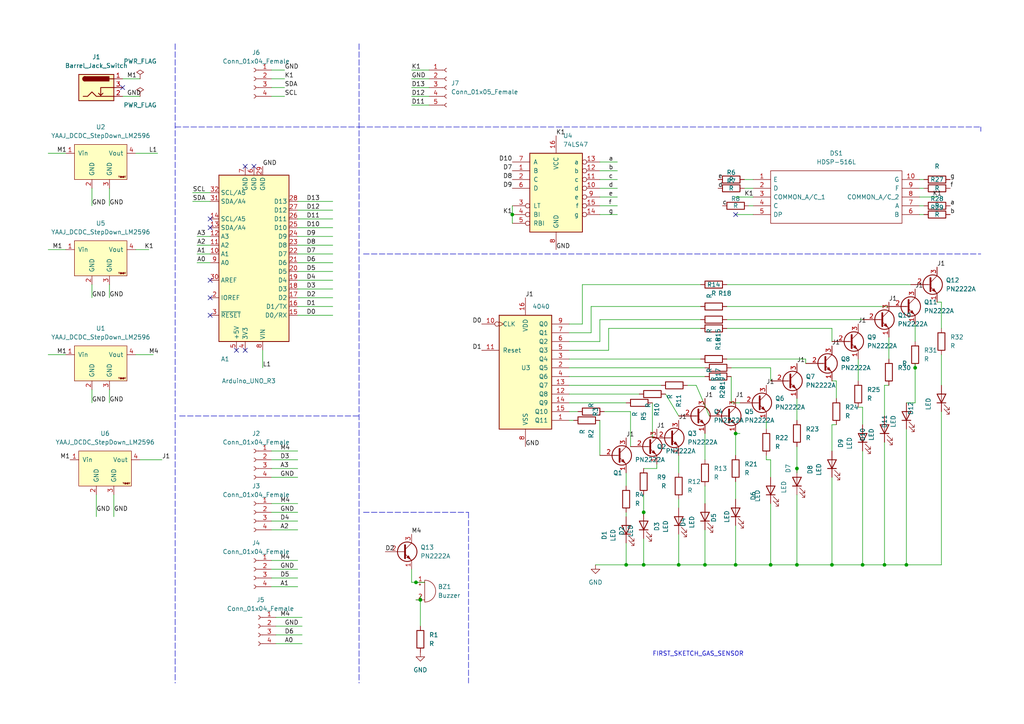
<source format=kicad_sch>
(kicad_sch (version 20211123) (generator eeschema)

  (uuid 1ac818b3-d39d-46f0-9e98-ce2e36496830)

  (paper "A4")

  (lib_symbols
    (symbol "4xxx:4040" (pin_names (offset 1.016)) (in_bom yes) (on_board yes)
      (property "Reference" "U" (id 0) (at -7.62 16.51 0)
        (effects (font (size 1.27 1.27)))
      )
      (property "Value" "4040" (id 1) (at -7.62 -19.05 0)
        (effects (font (size 1.27 1.27)))
      )
      (property "Footprint" "" (id 2) (at 0 0 0)
        (effects (font (size 1.27 1.27)) hide)
      )
      (property "Datasheet" "http://www.intersil.com/content/dam/Intersil/documents/cd40/cd4020bms-24bms-40bms.pdf" (id 3) (at 0 0 0)
        (effects (font (size 1.27 1.27)) hide)
      )
      (property "ki_locked" "" (id 4) (at 0 0 0)
        (effects (font (size 1.27 1.27)))
      )
      (property "ki_keywords" "CMOS CNT CNT12" (id 5) (at 0 0 0)
        (effects (font (size 1.27 1.27)) hide)
      )
      (property "ki_description" "Binary Counter 12 stages (Asynchronous)" (id 6) (at 0 0 0)
        (effects (font (size 1.27 1.27)) hide)
      )
      (property "ki_fp_filters" "DIP?16*" (id 7) (at 0 0 0)
        (effects (font (size 1.27 1.27)) hide)
      )
      (symbol "4040_1_0"
        (pin output line (at 12.7 -15.24 180) (length 5.08)
          (name "Q11" (effects (font (size 1.27 1.27))))
          (number "1" (effects (font (size 1.27 1.27))))
        )
        (pin input inverted_clock (at -12.7 12.7 0) (length 5.08)
          (name "CLK" (effects (font (size 1.27 1.27))))
          (number "10" (effects (font (size 1.27 1.27))))
        )
        (pin input line (at -12.7 5.08 0) (length 5.08)
          (name "Reset" (effects (font (size 1.27 1.27))))
          (number "11" (effects (font (size 1.27 1.27))))
        )
        (pin output line (at 12.7 -7.62 180) (length 5.08)
          (name "Q8" (effects (font (size 1.27 1.27))))
          (number "12" (effects (font (size 1.27 1.27))))
        )
        (pin output line (at 12.7 -5.08 180) (length 5.08)
          (name "Q7" (effects (font (size 1.27 1.27))))
          (number "13" (effects (font (size 1.27 1.27))))
        )
        (pin output line (at 12.7 -10.16 180) (length 5.08)
          (name "Q9" (effects (font (size 1.27 1.27))))
          (number "14" (effects (font (size 1.27 1.27))))
        )
        (pin output line (at 12.7 -12.7 180) (length 5.08)
          (name "Q10" (effects (font (size 1.27 1.27))))
          (number "15" (effects (font (size 1.27 1.27))))
        )
        (pin power_in line (at 0 20.32 270) (length 5.08)
          (name "VDD" (effects (font (size 1.27 1.27))))
          (number "16" (effects (font (size 1.27 1.27))))
        )
        (pin output line (at 12.7 0 180) (length 5.08)
          (name "Q5" (effects (font (size 1.27 1.27))))
          (number "2" (effects (font (size 1.27 1.27))))
        )
        (pin output line (at 12.7 2.54 180) (length 5.08)
          (name "Q4" (effects (font (size 1.27 1.27))))
          (number "3" (effects (font (size 1.27 1.27))))
        )
        (pin output line (at 12.7 -2.54 180) (length 5.08)
          (name "Q6" (effects (font (size 1.27 1.27))))
          (number "4" (effects (font (size 1.27 1.27))))
        )
        (pin output line (at 12.7 5.08 180) (length 5.08)
          (name "Q3" (effects (font (size 1.27 1.27))))
          (number "5" (effects (font (size 1.27 1.27))))
        )
        (pin output line (at 12.7 7.62 180) (length 5.08)
          (name "Q2" (effects (font (size 1.27 1.27))))
          (number "6" (effects (font (size 1.27 1.27))))
        )
        (pin output line (at 12.7 10.16 180) (length 5.08)
          (name "Q1" (effects (font (size 1.27 1.27))))
          (number "7" (effects (font (size 1.27 1.27))))
        )
        (pin power_in line (at 0 -22.86 90) (length 5.08)
          (name "VSS" (effects (font (size 1.27 1.27))))
          (number "8" (effects (font (size 1.27 1.27))))
        )
        (pin output line (at 12.7 12.7 180) (length 5.08)
          (name "Q0" (effects (font (size 1.27 1.27))))
          (number "9" (effects (font (size 1.27 1.27))))
        )
      )
      (symbol "4040_1_1"
        (rectangle (start -7.62 15.24) (end 7.62 -17.78)
          (stroke (width 0.254) (type default) (color 0 0 0 0))
          (fill (type background))
        )
      )
    )
    (symbol "74xx:74LS47" (pin_names (offset 1.016)) (in_bom yes) (on_board yes)
      (property "Reference" "U" (id 0) (at -7.62 11.43 0)
        (effects (font (size 1.27 1.27)))
      )
      (property "Value" "74LS47" (id 1) (at -7.62 -13.97 0)
        (effects (font (size 1.27 1.27)))
      )
      (property "Footprint" "" (id 2) (at 0 0 0)
        (effects (font (size 1.27 1.27)) hide)
      )
      (property "Datasheet" "http://www.ti.com/lit/gpn/sn74LS47" (id 3) (at 0 0 0)
        (effects (font (size 1.27 1.27)) hide)
      )
      (property "ki_locked" "" (id 4) (at 0 0 0)
        (effects (font (size 1.27 1.27)))
      )
      (property "ki_keywords" "TTL DECOD DECOD7 OpenCol" (id 5) (at 0 0 0)
        (effects (font (size 1.27 1.27)) hide)
      )
      (property "ki_description" "BCD to 7-segment Driver, Open Collector, 30V outputs" (id 6) (at 0 0 0)
        (effects (font (size 1.27 1.27)) hide)
      )
      (property "ki_fp_filters" "DIP?16*" (id 7) (at 0 0 0)
        (effects (font (size 1.27 1.27)) hide)
      )
      (symbol "74LS47_1_0"
        (pin input line (at -12.7 5.08 0) (length 5.08)
          (name "B" (effects (font (size 1.27 1.27))))
          (number "1" (effects (font (size 1.27 1.27))))
        )
        (pin open_collector inverted (at 12.7 0 180) (length 5.08)
          (name "d" (effects (font (size 1.27 1.27))))
          (number "10" (effects (font (size 1.27 1.27))))
        )
        (pin open_collector inverted (at 12.7 2.54 180) (length 5.08)
          (name "c" (effects (font (size 1.27 1.27))))
          (number "11" (effects (font (size 1.27 1.27))))
        )
        (pin open_collector inverted (at 12.7 5.08 180) (length 5.08)
          (name "b" (effects (font (size 1.27 1.27))))
          (number "12" (effects (font (size 1.27 1.27))))
        )
        (pin open_collector inverted (at 12.7 7.62 180) (length 5.08)
          (name "a" (effects (font (size 1.27 1.27))))
          (number "13" (effects (font (size 1.27 1.27))))
        )
        (pin open_collector inverted (at 12.7 -7.62 180) (length 5.08)
          (name "g" (effects (font (size 1.27 1.27))))
          (number "14" (effects (font (size 1.27 1.27))))
        )
        (pin open_collector inverted (at 12.7 -5.08 180) (length 5.08)
          (name "f" (effects (font (size 1.27 1.27))))
          (number "15" (effects (font (size 1.27 1.27))))
        )
        (pin power_in line (at 0 15.24 270) (length 5.08)
          (name "VCC" (effects (font (size 1.27 1.27))))
          (number "16" (effects (font (size 1.27 1.27))))
        )
        (pin input line (at -12.7 2.54 0) (length 5.08)
          (name "C" (effects (font (size 1.27 1.27))))
          (number "2" (effects (font (size 1.27 1.27))))
        )
        (pin input inverted (at -12.7 -5.08 0) (length 5.08)
          (name "LT" (effects (font (size 1.27 1.27))))
          (number "3" (effects (font (size 1.27 1.27))))
        )
        (pin input inverted (at -12.7 -7.62 0) (length 5.08)
          (name "BI" (effects (font (size 1.27 1.27))))
          (number "4" (effects (font (size 1.27 1.27))))
        )
        (pin input inverted (at -12.7 -10.16 0) (length 5.08)
          (name "RBI" (effects (font (size 1.27 1.27))))
          (number "5" (effects (font (size 1.27 1.27))))
        )
        (pin input line (at -12.7 0 0) (length 5.08)
          (name "D" (effects (font (size 1.27 1.27))))
          (number "6" (effects (font (size 1.27 1.27))))
        )
        (pin input line (at -12.7 7.62 0) (length 5.08)
          (name "A" (effects (font (size 1.27 1.27))))
          (number "7" (effects (font (size 1.27 1.27))))
        )
        (pin power_in line (at 0 -17.78 90) (length 5.08)
          (name "GND" (effects (font (size 1.27 1.27))))
          (number "8" (effects (font (size 1.27 1.27))))
        )
        (pin open_collector inverted (at 12.7 -2.54 180) (length 5.08)
          (name "e" (effects (font (size 1.27 1.27))))
          (number "9" (effects (font (size 1.27 1.27))))
        )
      )
      (symbol "74LS47_1_1"
        (rectangle (start -7.62 10.16) (end 7.62 -12.7)
          (stroke (width 0.254) (type default) (color 0 0 0 0))
          (fill (type background))
        )
      )
    )
    (symbol "Connector:Barrel_Jack_Switch" (pin_names hide) (in_bom yes) (on_board yes)
      (property "Reference" "J" (id 0) (at 0 5.334 0)
        (effects (font (size 1.27 1.27)))
      )
      (property "Value" "Barrel_Jack_Switch" (id 1) (at 0 -5.08 0)
        (effects (font (size 1.27 1.27)))
      )
      (property "Footprint" "" (id 2) (at 1.27 -1.016 0)
        (effects (font (size 1.27 1.27)) hide)
      )
      (property "Datasheet" "~" (id 3) (at 1.27 -1.016 0)
        (effects (font (size 1.27 1.27)) hide)
      )
      (property "ki_keywords" "DC power barrel jack connector" (id 4) (at 0 0 0)
        (effects (font (size 1.27 1.27)) hide)
      )
      (property "ki_description" "DC Barrel Jack with an internal switch" (id 5) (at 0 0 0)
        (effects (font (size 1.27 1.27)) hide)
      )
      (property "ki_fp_filters" "BarrelJack*" (id 6) (at 0 0 0)
        (effects (font (size 1.27 1.27)) hide)
      )
      (symbol "Barrel_Jack_Switch_0_1"
        (rectangle (start -5.08 3.81) (end 5.08 -3.81)
          (stroke (width 0.254) (type default) (color 0 0 0 0))
          (fill (type background))
        )
        (arc (start -3.302 3.175) (mid -3.937 2.54) (end -3.302 1.905)
          (stroke (width 0.254) (type default) (color 0 0 0 0))
          (fill (type none))
        )
        (arc (start -3.302 3.175) (mid -3.937 2.54) (end -3.302 1.905)
          (stroke (width 0.254) (type default) (color 0 0 0 0))
          (fill (type outline))
        )
        (polyline
          (pts
            (xy 1.27 -2.286)
            (xy 1.905 -1.651)
          )
          (stroke (width 0.254) (type default) (color 0 0 0 0))
          (fill (type none))
        )
        (polyline
          (pts
            (xy 5.08 2.54)
            (xy 3.81 2.54)
          )
          (stroke (width 0.254) (type default) (color 0 0 0 0))
          (fill (type none))
        )
        (polyline
          (pts
            (xy 5.08 0)
            (xy 1.27 0)
            (xy 1.27 -2.286)
            (xy 0.635 -1.651)
          )
          (stroke (width 0.254) (type default) (color 0 0 0 0))
          (fill (type none))
        )
        (polyline
          (pts
            (xy -3.81 -2.54)
            (xy -2.54 -2.54)
            (xy -1.27 -1.27)
            (xy 0 -2.54)
            (xy 2.54 -2.54)
            (xy 5.08 -2.54)
          )
          (stroke (width 0.254) (type default) (color 0 0 0 0))
          (fill (type none))
        )
        (rectangle (start 3.683 3.175) (end -3.302 1.905)
          (stroke (width 0.254) (type default) (color 0 0 0 0))
          (fill (type outline))
        )
      )
      (symbol "Barrel_Jack_Switch_1_1"
        (pin passive line (at 7.62 2.54 180) (length 2.54)
          (name "~" (effects (font (size 1.27 1.27))))
          (number "1" (effects (font (size 1.27 1.27))))
        )
        (pin passive line (at 7.62 -2.54 180) (length 2.54)
          (name "~" (effects (font (size 1.27 1.27))))
          (number "2" (effects (font (size 1.27 1.27))))
        )
        (pin passive line (at 7.62 0 180) (length 2.54)
          (name "~" (effects (font (size 1.27 1.27))))
          (number "3" (effects (font (size 1.27 1.27))))
        )
      )
    )
    (symbol "Connector:Conn_01x04_Female" (pin_names (offset 1.016) hide) (in_bom yes) (on_board yes)
      (property "Reference" "J" (id 0) (at 0 5.08 0)
        (effects (font (size 1.27 1.27)))
      )
      (property "Value" "Conn_01x04_Female" (id 1) (at 0 -7.62 0)
        (effects (font (size 1.27 1.27)))
      )
      (property "Footprint" "" (id 2) (at 0 0 0)
        (effects (font (size 1.27 1.27)) hide)
      )
      (property "Datasheet" "~" (id 3) (at 0 0 0)
        (effects (font (size 1.27 1.27)) hide)
      )
      (property "ki_keywords" "connector" (id 4) (at 0 0 0)
        (effects (font (size 1.27 1.27)) hide)
      )
      (property "ki_description" "Generic connector, single row, 01x04, script generated (kicad-library-utils/schlib/autogen/connector/)" (id 5) (at 0 0 0)
        (effects (font (size 1.27 1.27)) hide)
      )
      (property "ki_fp_filters" "Connector*:*_1x??_*" (id 6) (at 0 0 0)
        (effects (font (size 1.27 1.27)) hide)
      )
      (symbol "Conn_01x04_Female_1_1"
        (arc (start 0 -4.572) (mid -0.508 -5.08) (end 0 -5.588)
          (stroke (width 0.1524) (type default) (color 0 0 0 0))
          (fill (type none))
        )
        (arc (start 0 -2.032) (mid -0.508 -2.54) (end 0 -3.048)
          (stroke (width 0.1524) (type default) (color 0 0 0 0))
          (fill (type none))
        )
        (polyline
          (pts
            (xy -1.27 -5.08)
            (xy -0.508 -5.08)
          )
          (stroke (width 0.1524) (type default) (color 0 0 0 0))
          (fill (type none))
        )
        (polyline
          (pts
            (xy -1.27 -2.54)
            (xy -0.508 -2.54)
          )
          (stroke (width 0.1524) (type default) (color 0 0 0 0))
          (fill (type none))
        )
        (polyline
          (pts
            (xy -1.27 0)
            (xy -0.508 0)
          )
          (stroke (width 0.1524) (type default) (color 0 0 0 0))
          (fill (type none))
        )
        (polyline
          (pts
            (xy -1.27 2.54)
            (xy -0.508 2.54)
          )
          (stroke (width 0.1524) (type default) (color 0 0 0 0))
          (fill (type none))
        )
        (arc (start 0 0.508) (mid -0.508 0) (end 0 -0.508)
          (stroke (width 0.1524) (type default) (color 0 0 0 0))
          (fill (type none))
        )
        (arc (start 0 3.048) (mid -0.508 2.54) (end 0 2.032)
          (stroke (width 0.1524) (type default) (color 0 0 0 0))
          (fill (type none))
        )
        (pin passive line (at -5.08 2.54 0) (length 3.81)
          (name "Pin_1" (effects (font (size 1.27 1.27))))
          (number "1" (effects (font (size 1.27 1.27))))
        )
        (pin passive line (at -5.08 0 0) (length 3.81)
          (name "Pin_2" (effects (font (size 1.27 1.27))))
          (number "2" (effects (font (size 1.27 1.27))))
        )
        (pin passive line (at -5.08 -2.54 0) (length 3.81)
          (name "Pin_3" (effects (font (size 1.27 1.27))))
          (number "3" (effects (font (size 1.27 1.27))))
        )
        (pin passive line (at -5.08 -5.08 0) (length 3.81)
          (name "Pin_4" (effects (font (size 1.27 1.27))))
          (number "4" (effects (font (size 1.27 1.27))))
        )
      )
    )
    (symbol "Connector:Conn_01x05_Female" (pin_names (offset 1.016) hide) (in_bom yes) (on_board yes)
      (property "Reference" "J" (id 0) (at 0 7.62 0)
        (effects (font (size 1.27 1.27)))
      )
      (property "Value" "Conn_01x05_Female" (id 1) (at 0 -7.62 0)
        (effects (font (size 1.27 1.27)))
      )
      (property "Footprint" "" (id 2) (at 0 0 0)
        (effects (font (size 1.27 1.27)) hide)
      )
      (property "Datasheet" "~" (id 3) (at 0 0 0)
        (effects (font (size 1.27 1.27)) hide)
      )
      (property "ki_keywords" "connector" (id 4) (at 0 0 0)
        (effects (font (size 1.27 1.27)) hide)
      )
      (property "ki_description" "Generic connector, single row, 01x05, script generated (kicad-library-utils/schlib/autogen/connector/)" (id 5) (at 0 0 0)
        (effects (font (size 1.27 1.27)) hide)
      )
      (property "ki_fp_filters" "Connector*:*_1x??_*" (id 6) (at 0 0 0)
        (effects (font (size 1.27 1.27)) hide)
      )
      (symbol "Conn_01x05_Female_1_1"
        (arc (start 0 -4.572) (mid -0.508 -5.08) (end 0 -5.588)
          (stroke (width 0.1524) (type default) (color 0 0 0 0))
          (fill (type none))
        )
        (arc (start 0 -2.032) (mid -0.508 -2.54) (end 0 -3.048)
          (stroke (width 0.1524) (type default) (color 0 0 0 0))
          (fill (type none))
        )
        (polyline
          (pts
            (xy -1.27 -5.08)
            (xy -0.508 -5.08)
          )
          (stroke (width 0.1524) (type default) (color 0 0 0 0))
          (fill (type none))
        )
        (polyline
          (pts
            (xy -1.27 -2.54)
            (xy -0.508 -2.54)
          )
          (stroke (width 0.1524) (type default) (color 0 0 0 0))
          (fill (type none))
        )
        (polyline
          (pts
            (xy -1.27 0)
            (xy -0.508 0)
          )
          (stroke (width 0.1524) (type default) (color 0 0 0 0))
          (fill (type none))
        )
        (polyline
          (pts
            (xy -1.27 2.54)
            (xy -0.508 2.54)
          )
          (stroke (width 0.1524) (type default) (color 0 0 0 0))
          (fill (type none))
        )
        (polyline
          (pts
            (xy -1.27 5.08)
            (xy -0.508 5.08)
          )
          (stroke (width 0.1524) (type default) (color 0 0 0 0))
          (fill (type none))
        )
        (arc (start 0 0.508) (mid -0.508 0) (end 0 -0.508)
          (stroke (width 0.1524) (type default) (color 0 0 0 0))
          (fill (type none))
        )
        (arc (start 0 3.048) (mid -0.508 2.54) (end 0 2.032)
          (stroke (width 0.1524) (type default) (color 0 0 0 0))
          (fill (type none))
        )
        (arc (start 0 5.588) (mid -0.508 5.08) (end 0 4.572)
          (stroke (width 0.1524) (type default) (color 0 0 0 0))
          (fill (type none))
        )
        (pin passive line (at -5.08 5.08 0) (length 3.81)
          (name "Pin_1" (effects (font (size 1.27 1.27))))
          (number "1" (effects (font (size 1.27 1.27))))
        )
        (pin passive line (at -5.08 2.54 0) (length 3.81)
          (name "Pin_2" (effects (font (size 1.27 1.27))))
          (number "2" (effects (font (size 1.27 1.27))))
        )
        (pin passive line (at -5.08 0 0) (length 3.81)
          (name "Pin_3" (effects (font (size 1.27 1.27))))
          (number "3" (effects (font (size 1.27 1.27))))
        )
        (pin passive line (at -5.08 -2.54 0) (length 3.81)
          (name "Pin_4" (effects (font (size 1.27 1.27))))
          (number "4" (effects (font (size 1.27 1.27))))
        )
        (pin passive line (at -5.08 -5.08 0) (length 3.81)
          (name "Pin_5" (effects (font (size 1.27 1.27))))
          (number "5" (effects (font (size 1.27 1.27))))
        )
      )
    )
    (symbol "Device:Buzzer" (pin_names (offset 0.0254) hide) (in_bom yes) (on_board yes)
      (property "Reference" "BZ" (id 0) (at 3.81 1.27 0)
        (effects (font (size 1.27 1.27)) (justify left))
      )
      (property "Value" "Buzzer" (id 1) (at 3.81 -1.27 0)
        (effects (font (size 1.27 1.27)) (justify left))
      )
      (property "Footprint" "" (id 2) (at -0.635 2.54 90)
        (effects (font (size 1.27 1.27)) hide)
      )
      (property "Datasheet" "~" (id 3) (at -0.635 2.54 90)
        (effects (font (size 1.27 1.27)) hide)
      )
      (property "ki_keywords" "quartz resonator ceramic" (id 4) (at 0 0 0)
        (effects (font (size 1.27 1.27)) hide)
      )
      (property "ki_description" "Buzzer, polarized" (id 5) (at 0 0 0)
        (effects (font (size 1.27 1.27)) hide)
      )
      (property "ki_fp_filters" "*Buzzer*" (id 6) (at 0 0 0)
        (effects (font (size 1.27 1.27)) hide)
      )
      (symbol "Buzzer_0_1"
        (arc (start 0 -3.175) (mid 3.175 0) (end 0 3.175)
          (stroke (width 0) (type default) (color 0 0 0 0))
          (fill (type none))
        )
        (polyline
          (pts
            (xy -1.651 1.905)
            (xy -1.143 1.905)
          )
          (stroke (width 0) (type default) (color 0 0 0 0))
          (fill (type none))
        )
        (polyline
          (pts
            (xy -1.397 2.159)
            (xy -1.397 1.651)
          )
          (stroke (width 0) (type default) (color 0 0 0 0))
          (fill (type none))
        )
        (polyline
          (pts
            (xy 0 3.175)
            (xy 0 -3.175)
          )
          (stroke (width 0) (type default) (color 0 0 0 0))
          (fill (type none))
        )
      )
      (symbol "Buzzer_1_1"
        (pin passive line (at -2.54 2.54 0) (length 2.54)
          (name "-" (effects (font (size 1.27 1.27))))
          (number "1" (effects (font (size 1.27 1.27))))
        )
        (pin passive line (at -2.54 -2.54 0) (length 2.54)
          (name "+" (effects (font (size 1.27 1.27))))
          (number "2" (effects (font (size 1.27 1.27))))
        )
      )
    )
    (symbol "Device:LED" (pin_numbers hide) (pin_names (offset 1.016) hide) (in_bom yes) (on_board yes)
      (property "Reference" "D" (id 0) (at 0 2.54 0)
        (effects (font (size 1.27 1.27)))
      )
      (property "Value" "LED" (id 1) (at 0 -2.54 0)
        (effects (font (size 1.27 1.27)))
      )
      (property "Footprint" "" (id 2) (at 0 0 0)
        (effects (font (size 1.27 1.27)) hide)
      )
      (property "Datasheet" "~" (id 3) (at 0 0 0)
        (effects (font (size 1.27 1.27)) hide)
      )
      (property "ki_keywords" "LED diode" (id 4) (at 0 0 0)
        (effects (font (size 1.27 1.27)) hide)
      )
      (property "ki_description" "Light emitting diode" (id 5) (at 0 0 0)
        (effects (font (size 1.27 1.27)) hide)
      )
      (property "ki_fp_filters" "LED* LED_SMD:* LED_THT:*" (id 6) (at 0 0 0)
        (effects (font (size 1.27 1.27)) hide)
      )
      (symbol "LED_0_1"
        (polyline
          (pts
            (xy -1.27 -1.27)
            (xy -1.27 1.27)
          )
          (stroke (width 0.254) (type default) (color 0 0 0 0))
          (fill (type none))
        )
        (polyline
          (pts
            (xy -1.27 0)
            (xy 1.27 0)
          )
          (stroke (width 0) (type default) (color 0 0 0 0))
          (fill (type none))
        )
        (polyline
          (pts
            (xy 1.27 -1.27)
            (xy 1.27 1.27)
            (xy -1.27 0)
            (xy 1.27 -1.27)
          )
          (stroke (width 0.254) (type default) (color 0 0 0 0))
          (fill (type none))
        )
        (polyline
          (pts
            (xy -3.048 -0.762)
            (xy -4.572 -2.286)
            (xy -3.81 -2.286)
            (xy -4.572 -2.286)
            (xy -4.572 -1.524)
          )
          (stroke (width 0) (type default) (color 0 0 0 0))
          (fill (type none))
        )
        (polyline
          (pts
            (xy -1.778 -0.762)
            (xy -3.302 -2.286)
            (xy -2.54 -2.286)
            (xy -3.302 -2.286)
            (xy -3.302 -1.524)
          )
          (stroke (width 0) (type default) (color 0 0 0 0))
          (fill (type none))
        )
      )
      (symbol "LED_1_1"
        (pin passive line (at -3.81 0 0) (length 2.54)
          (name "K" (effects (font (size 1.27 1.27))))
          (number "1" (effects (font (size 1.27 1.27))))
        )
        (pin passive line (at 3.81 0 180) (length 2.54)
          (name "A" (effects (font (size 1.27 1.27))))
          (number "2" (effects (font (size 1.27 1.27))))
        )
      )
    )
    (symbol "Device:R" (pin_numbers hide) (pin_names (offset 0)) (in_bom yes) (on_board yes)
      (property "Reference" "R" (id 0) (at 2.032 0 90)
        (effects (font (size 1.27 1.27)))
      )
      (property "Value" "R" (id 1) (at 0 0 90)
        (effects (font (size 1.27 1.27)))
      )
      (property "Footprint" "" (id 2) (at -1.778 0 90)
        (effects (font (size 1.27 1.27)) hide)
      )
      (property "Datasheet" "~" (id 3) (at 0 0 0)
        (effects (font (size 1.27 1.27)) hide)
      )
      (property "ki_keywords" "R res resistor" (id 4) (at 0 0 0)
        (effects (font (size 1.27 1.27)) hide)
      )
      (property "ki_description" "Resistor" (id 5) (at 0 0 0)
        (effects (font (size 1.27 1.27)) hide)
      )
      (property "ki_fp_filters" "R_*" (id 6) (at 0 0 0)
        (effects (font (size 1.27 1.27)) hide)
      )
      (symbol "R_0_1"
        (rectangle (start -1.016 -2.54) (end 1.016 2.54)
          (stroke (width 0.254) (type default) (color 0 0 0 0))
          (fill (type none))
        )
      )
      (symbol "R_1_1"
        (pin passive line (at 0 3.81 270) (length 1.27)
          (name "~" (effects (font (size 1.27 1.27))))
          (number "1" (effects (font (size 1.27 1.27))))
        )
        (pin passive line (at 0 -3.81 90) (length 1.27)
          (name "~" (effects (font (size 1.27 1.27))))
          (number "2" (effects (font (size 1.27 1.27))))
        )
      )
    )
    (symbol "HDSP-516L:HDSP-516L" (pin_names (offset 0.762)) (in_bom yes) (on_board yes)
      (property "Reference" "DS" (id 0) (at 44.45 7.62 0)
        (effects (font (size 1.27 1.27)) (justify left))
      )
      (property "Value" "HDSP-516L" (id 1) (at 44.45 5.08 0)
        (effects (font (size 1.27 1.27)) (justify left))
      )
      (property "Footprint" "DIPS1524W46P254L1225H710Q10N" (id 2) (at 44.45 2.54 0)
        (effects (font (size 1.27 1.27)) (justify left) hide)
      )
      (property "Datasheet" "https://media.digikey.com/pdf/Data%20Sheets/Avago%20PDFs/HDSP-315x,316x.pdf" (id 3) (at 44.45 0 0)
        (effects (font (size 1.27 1.27)) (justify left) hide)
      )
      (property "Description" "LED Displays & Accessories Red 626nm 0.56in 7 Segment" (id 4) (at 44.45 -2.54 0)
        (effects (font (size 1.27 1.27)) (justify left) hide)
      )
      (property "Height" "7.1" (id 5) (at 44.45 -5.08 0)
        (effects (font (size 1.27 1.27)) (justify left) hide)
      )
      (property "Manufacturer_Name" "Avago Technologies" (id 6) (at 44.45 -7.62 0)
        (effects (font (size 1.27 1.27)) (justify left) hide)
      )
      (property "Manufacturer_Part_Number" "HDSP-516L" (id 7) (at 44.45 -10.16 0)
        (effects (font (size 1.27 1.27)) (justify left) hide)
      )
      (property "Mouser Part Number" "630-HDSP-516L" (id 8) (at 44.45 -12.7 0)
        (effects (font (size 1.27 1.27)) (justify left) hide)
      )
      (property "Mouser Price/Stock" "https://www.mouser.com/Search/Refine.aspx?Keyword=630-HDSP-516L" (id 9) (at 44.45 -15.24 0)
        (effects (font (size 1.27 1.27)) (justify left) hide)
      )
      (property "Arrow Part Number" "" (id 10) (at 44.45 -17.78 0)
        (effects (font (size 1.27 1.27)) (justify left) hide)
      )
      (property "Arrow Price/Stock" "" (id 11) (at 44.45 -20.32 0)
        (effects (font (size 1.27 1.27)) (justify left) hide)
      )
      (property "Mouser Testing Part Number" "" (id 12) (at 44.45 -22.86 0)
        (effects (font (size 1.27 1.27)) (justify left) hide)
      )
      (property "Mouser Testing Price/Stock" "" (id 13) (at 44.45 -25.4 0)
        (effects (font (size 1.27 1.27)) (justify left) hide)
      )
      (property "ki_description" "LED Displays & Accessories Red 626nm 0.56in 7 Segment" (id 14) (at 0 0 0)
        (effects (font (size 1.27 1.27)) hide)
      )
      (symbol "HDSP-516L_0_0"
        (pin passive line (at 0 0 0) (length 5.08)
          (name "E" (effects (font (size 1.27 1.27))))
          (number "1" (effects (font (size 1.27 1.27))))
        )
        (pin passive line (at 48.26 0 180) (length 5.08)
          (name "G" (effects (font (size 1.27 1.27))))
          (number "10" (effects (font (size 1.27 1.27))))
        )
        (pin passive line (at 0 -2.54 0) (length 5.08)
          (name "D" (effects (font (size 1.27 1.27))))
          (number "2" (effects (font (size 1.27 1.27))))
        )
        (pin passive line (at 0 -5.08 0) (length 5.08)
          (name "COMMON_A/C_1" (effects (font (size 1.27 1.27))))
          (number "3" (effects (font (size 1.27 1.27))))
        )
        (pin passive line (at 0 -7.62 0) (length 5.08)
          (name "C" (effects (font (size 1.27 1.27))))
          (number "4" (effects (font (size 1.27 1.27))))
        )
        (pin passive line (at 0 -10.16 0) (length 5.08)
          (name "DP" (effects (font (size 1.27 1.27))))
          (number "5" (effects (font (size 1.27 1.27))))
        )
        (pin passive line (at 48.26 -10.16 180) (length 5.08)
          (name "B" (effects (font (size 1.27 1.27))))
          (number "6" (effects (font (size 1.27 1.27))))
        )
        (pin passive line (at 48.26 -7.62 180) (length 5.08)
          (name "A" (effects (font (size 1.27 1.27))))
          (number "7" (effects (font (size 1.27 1.27))))
        )
        (pin passive line (at 48.26 -5.08 180) (length 5.08)
          (name "COMMON_A/C_2" (effects (font (size 1.27 1.27))))
          (number "8" (effects (font (size 1.27 1.27))))
        )
        (pin passive line (at 48.26 -2.54 180) (length 5.08)
          (name "F" (effects (font (size 1.27 1.27))))
          (number "9" (effects (font (size 1.27 1.27))))
        )
      )
      (symbol "HDSP-516L_0_1"
        (polyline
          (pts
            (xy 5.08 2.54)
            (xy 43.18 2.54)
            (xy 43.18 -12.7)
            (xy 5.08 -12.7)
            (xy 5.08 2.54)
          )
          (stroke (width 0.1524) (type default) (color 0 0 0 0))
          (fill (type none))
        )
      )
    )
    (symbol "MCU_Module:Arduino_UNO_R3" (in_bom yes) (on_board yes)
      (property "Reference" "A" (id 0) (at -10.16 23.495 0)
        (effects (font (size 1.27 1.27)) (justify left bottom))
      )
      (property "Value" "Arduino_UNO_R3" (id 1) (at 5.08 -26.67 0)
        (effects (font (size 1.27 1.27)) (justify left top))
      )
      (property "Footprint" "Module:Arduino_UNO_R3" (id 2) (at 0 0 0)
        (effects (font (size 1.27 1.27) italic) hide)
      )
      (property "Datasheet" "https://www.arduino.cc/en/Main/arduinoBoardUno" (id 3) (at 0 0 0)
        (effects (font (size 1.27 1.27)) hide)
      )
      (property "ki_keywords" "Arduino UNO R3 Microcontroller Module Atmel AVR USB" (id 4) (at 0 0 0)
        (effects (font (size 1.27 1.27)) hide)
      )
      (property "ki_description" "Arduino UNO Microcontroller Module, release 3" (id 5) (at 0 0 0)
        (effects (font (size 1.27 1.27)) hide)
      )
      (property "ki_fp_filters" "Arduino*UNO*R3*" (id 6) (at 0 0 0)
        (effects (font (size 1.27 1.27)) hide)
      )
      (symbol "Arduino_UNO_R3_0_1"
        (rectangle (start -10.16 22.86) (end 10.16 -25.4)
          (stroke (width 0.254) (type default) (color 0 0 0 0))
          (fill (type background))
        )
      )
      (symbol "Arduino_UNO_R3_1_1"
        (pin no_connect line (at -10.16 -20.32 0) (length 2.54) hide
          (name "NC" (effects (font (size 1.27 1.27))))
          (number "1" (effects (font (size 1.27 1.27))))
        )
        (pin bidirectional line (at 12.7 -2.54 180) (length 2.54)
          (name "A1" (effects (font (size 1.27 1.27))))
          (number "10" (effects (font (size 1.27 1.27))))
        )
        (pin bidirectional line (at 12.7 -5.08 180) (length 2.54)
          (name "A2" (effects (font (size 1.27 1.27))))
          (number "11" (effects (font (size 1.27 1.27))))
        )
        (pin bidirectional line (at 12.7 -7.62 180) (length 2.54)
          (name "A3" (effects (font (size 1.27 1.27))))
          (number "12" (effects (font (size 1.27 1.27))))
        )
        (pin bidirectional line (at 12.7 -10.16 180) (length 2.54)
          (name "SDA/A4" (effects (font (size 1.27 1.27))))
          (number "13" (effects (font (size 1.27 1.27))))
        )
        (pin bidirectional line (at 12.7 -12.7 180) (length 2.54)
          (name "SCL/A5" (effects (font (size 1.27 1.27))))
          (number "14" (effects (font (size 1.27 1.27))))
        )
        (pin bidirectional line (at -12.7 15.24 0) (length 2.54)
          (name "D0/RX" (effects (font (size 1.27 1.27))))
          (number "15" (effects (font (size 1.27 1.27))))
        )
        (pin bidirectional line (at -12.7 12.7 0) (length 2.54)
          (name "D1/TX" (effects (font (size 1.27 1.27))))
          (number "16" (effects (font (size 1.27 1.27))))
        )
        (pin bidirectional line (at -12.7 10.16 0) (length 2.54)
          (name "D2" (effects (font (size 1.27 1.27))))
          (number "17" (effects (font (size 1.27 1.27))))
        )
        (pin bidirectional line (at -12.7 7.62 0) (length 2.54)
          (name "D3" (effects (font (size 1.27 1.27))))
          (number "18" (effects (font (size 1.27 1.27))))
        )
        (pin bidirectional line (at -12.7 5.08 0) (length 2.54)
          (name "D4" (effects (font (size 1.27 1.27))))
          (number "19" (effects (font (size 1.27 1.27))))
        )
        (pin output line (at 12.7 10.16 180) (length 2.54)
          (name "IOREF" (effects (font (size 1.27 1.27))))
          (number "2" (effects (font (size 1.27 1.27))))
        )
        (pin bidirectional line (at -12.7 2.54 0) (length 2.54)
          (name "D5" (effects (font (size 1.27 1.27))))
          (number "20" (effects (font (size 1.27 1.27))))
        )
        (pin bidirectional line (at -12.7 0 0) (length 2.54)
          (name "D6" (effects (font (size 1.27 1.27))))
          (number "21" (effects (font (size 1.27 1.27))))
        )
        (pin bidirectional line (at -12.7 -2.54 0) (length 2.54)
          (name "D7" (effects (font (size 1.27 1.27))))
          (number "22" (effects (font (size 1.27 1.27))))
        )
        (pin bidirectional line (at -12.7 -5.08 0) (length 2.54)
          (name "D8" (effects (font (size 1.27 1.27))))
          (number "23" (effects (font (size 1.27 1.27))))
        )
        (pin bidirectional line (at -12.7 -7.62 0) (length 2.54)
          (name "D9" (effects (font (size 1.27 1.27))))
          (number "24" (effects (font (size 1.27 1.27))))
        )
        (pin bidirectional line (at -12.7 -10.16 0) (length 2.54)
          (name "D10" (effects (font (size 1.27 1.27))))
          (number "25" (effects (font (size 1.27 1.27))))
        )
        (pin bidirectional line (at -12.7 -12.7 0) (length 2.54)
          (name "D11" (effects (font (size 1.27 1.27))))
          (number "26" (effects (font (size 1.27 1.27))))
        )
        (pin bidirectional line (at -12.7 -15.24 0) (length 2.54)
          (name "D12" (effects (font (size 1.27 1.27))))
          (number "27" (effects (font (size 1.27 1.27))))
        )
        (pin bidirectional line (at -12.7 -17.78 0) (length 2.54)
          (name "D13" (effects (font (size 1.27 1.27))))
          (number "28" (effects (font (size 1.27 1.27))))
        )
        (pin power_in line (at -2.54 -27.94 90) (length 2.54)
          (name "GND" (effects (font (size 1.27 1.27))))
          (number "29" (effects (font (size 1.27 1.27))))
        )
        (pin input line (at 12.7 15.24 180) (length 2.54)
          (name "~{RESET}" (effects (font (size 1.27 1.27))))
          (number "3" (effects (font (size 1.27 1.27))))
        )
        (pin input line (at 12.7 5.08 180) (length 2.54)
          (name "AREF" (effects (font (size 1.27 1.27))))
          (number "30" (effects (font (size 1.27 1.27))))
        )
        (pin bidirectional line (at 12.7 -17.78 180) (length 2.54)
          (name "SDA/A4" (effects (font (size 1.27 1.27))))
          (number "31" (effects (font (size 1.27 1.27))))
        )
        (pin bidirectional line (at 12.7 -20.32 180) (length 2.54)
          (name "SCL/A5" (effects (font (size 1.27 1.27))))
          (number "32" (effects (font (size 1.27 1.27))))
        )
        (pin power_out line (at 2.54 25.4 270) (length 2.54)
          (name "3V3" (effects (font (size 1.27 1.27))))
          (number "4" (effects (font (size 1.27 1.27))))
        )
        (pin power_out line (at 5.08 25.4 270) (length 2.54)
          (name "+5V" (effects (font (size 1.27 1.27))))
          (number "5" (effects (font (size 1.27 1.27))))
        )
        (pin power_in line (at 0 -27.94 90) (length 2.54)
          (name "GND" (effects (font (size 1.27 1.27))))
          (number "6" (effects (font (size 1.27 1.27))))
        )
        (pin power_in line (at 2.54 -27.94 90) (length 2.54)
          (name "GND" (effects (font (size 1.27 1.27))))
          (number "7" (effects (font (size 1.27 1.27))))
        )
        (pin power_in line (at -2.54 25.4 270) (length 2.54)
          (name "VIN" (effects (font (size 1.27 1.27))))
          (number "8" (effects (font (size 1.27 1.27))))
        )
        (pin bidirectional line (at 12.7 0 180) (length 2.54)
          (name "A0" (effects (font (size 1.27 1.27))))
          (number "9" (effects (font (size 1.27 1.27))))
        )
      )
    )
    (symbol "Transistor_BJT:PN2222A" (pin_names (offset 0) hide) (in_bom yes) (on_board yes)
      (property "Reference" "Q" (id 0) (at 5.08 1.905 0)
        (effects (font (size 1.27 1.27)) (justify left))
      )
      (property "Value" "PN2222A" (id 1) (at 5.08 0 0)
        (effects (font (size 1.27 1.27)) (justify left))
      )
      (property "Footprint" "Package_TO_SOT_THT:TO-92_Inline" (id 2) (at 5.08 -1.905 0)
        (effects (font (size 1.27 1.27) italic) (justify left) hide)
      )
      (property "Datasheet" "https://www.onsemi.com/pub/Collateral/PN2222-D.PDF" (id 3) (at 0 0 0)
        (effects (font (size 1.27 1.27)) (justify left) hide)
      )
      (property "ki_keywords" "NPN Transistor" (id 4) (at 0 0 0)
        (effects (font (size 1.27 1.27)) hide)
      )
      (property "ki_description" "1A Ic, 40V Vce, NPN Transistor, General Purpose Transistor, TO-92" (id 5) (at 0 0 0)
        (effects (font (size 1.27 1.27)) hide)
      )
      (property "ki_fp_filters" "TO?92*" (id 6) (at 0 0 0)
        (effects (font (size 1.27 1.27)) hide)
      )
      (symbol "PN2222A_0_1"
        (polyline
          (pts
            (xy 0 0)
            (xy 0.635 0)
          )
          (stroke (width 0) (type default) (color 0 0 0 0))
          (fill (type none))
        )
        (polyline
          (pts
            (xy 2.54 -2.54)
            (xy 0.635 -0.635)
          )
          (stroke (width 0) (type default) (color 0 0 0 0))
          (fill (type none))
        )
        (polyline
          (pts
            (xy 2.54 2.54)
            (xy 0.635 0.635)
          )
          (stroke (width 0) (type default) (color 0 0 0 0))
          (fill (type none))
        )
        (polyline
          (pts
            (xy 0.635 1.905)
            (xy 0.635 -1.905)
            (xy 0.635 -1.905)
          )
          (stroke (width 0.508) (type default) (color 0 0 0 0))
          (fill (type none))
        )
        (polyline
          (pts
            (xy 2.413 -2.413)
            (xy 1.905 -1.905)
            (xy 1.905 -1.905)
          )
          (stroke (width 0) (type default) (color 0 0 0 0))
          (fill (type none))
        )
        (polyline
          (pts
            (xy 1.143 -1.651)
            (xy 1.651 -1.143)
            (xy 2.159 -2.159)
            (xy 1.143 -1.651)
            (xy 1.143 -1.651)
          )
          (stroke (width 0) (type default) (color 0 0 0 0))
          (fill (type outline))
        )
        (circle (center 1.27 0) (radius 2.8194)
          (stroke (width 0.254) (type default) (color 0 0 0 0))
          (fill (type none))
        )
      )
      (symbol "PN2222A_1_1"
        (pin passive line (at 2.54 -5.08 90) (length 2.54)
          (name "E" (effects (font (size 1.27 1.27))))
          (number "1" (effects (font (size 1.27 1.27))))
        )
        (pin input line (at -5.08 0 0) (length 5.08)
          (name "B" (effects (font (size 1.27 1.27))))
          (number "2" (effects (font (size 1.27 1.27))))
        )
        (pin passive line (at 2.54 5.08 270) (length 2.54)
          (name "C" (effects (font (size 1.27 1.27))))
          (number "3" (effects (font (size 1.27 1.27))))
        )
      )
    )
    (symbol "power:GND" (power) (pin_names (offset 0)) (in_bom yes) (on_board yes)
      (property "Reference" "#PWR" (id 0) (at 0 -6.35 0)
        (effects (font (size 1.27 1.27)) hide)
      )
      (property "Value" "GND" (id 1) (at 0 -3.81 0)
        (effects (font (size 1.27 1.27)))
      )
      (property "Footprint" "" (id 2) (at 0 0 0)
        (effects (font (size 1.27 1.27)) hide)
      )
      (property "Datasheet" "" (id 3) (at 0 0 0)
        (effects (font (size 1.27 1.27)) hide)
      )
      (property "ki_keywords" "power-flag" (id 4) (at 0 0 0)
        (effects (font (size 1.27 1.27)) hide)
      )
      (property "ki_description" "Power symbol creates a global label with name \"GND\" , ground" (id 5) (at 0 0 0)
        (effects (font (size 1.27 1.27)) hide)
      )
      (symbol "GND_0_1"
        (polyline
          (pts
            (xy 0 0)
            (xy 0 -1.27)
            (xy 1.27 -1.27)
            (xy 0 -2.54)
            (xy -1.27 -1.27)
            (xy 0 -1.27)
          )
          (stroke (width 0) (type default) (color 0 0 0 0))
          (fill (type none))
        )
      )
      (symbol "GND_1_1"
        (pin power_in line (at 0 0 270) (length 0) hide
          (name "GND" (effects (font (size 1.27 1.27))))
          (number "1" (effects (font (size 1.27 1.27))))
        )
      )
    )
    (symbol "power:PWR_FLAG" (power) (pin_numbers hide) (pin_names (offset 0) hide) (in_bom yes) (on_board yes)
      (property "Reference" "#FLG" (id 0) (at 0 1.905 0)
        (effects (font (size 1.27 1.27)) hide)
      )
      (property "Value" "PWR_FLAG" (id 1) (at 0 3.81 0)
        (effects (font (size 1.27 1.27)))
      )
      (property "Footprint" "" (id 2) (at 0 0 0)
        (effects (font (size 1.27 1.27)) hide)
      )
      (property "Datasheet" "~" (id 3) (at 0 0 0)
        (effects (font (size 1.27 1.27)) hide)
      )
      (property "ki_keywords" "power-flag" (id 4) (at 0 0 0)
        (effects (font (size 1.27 1.27)) hide)
      )
      (property "ki_description" "Special symbol for telling ERC where power comes from" (id 5) (at 0 0 0)
        (effects (font (size 1.27 1.27)) hide)
      )
      (symbol "PWR_FLAG_0_0"
        (pin power_out line (at 0 0 90) (length 0)
          (name "pwr" (effects (font (size 1.27 1.27))))
          (number "1" (effects (font (size 1.27 1.27))))
        )
      )
      (symbol "PWR_FLAG_0_1"
        (polyline
          (pts
            (xy 0 0)
            (xy 0 1.27)
            (xy -1.016 1.905)
            (xy 0 2.54)
            (xy 1.016 1.905)
            (xy 0 1.27)
          )
          (stroke (width 0) (type default) (color 0 0 0 0))
          (fill (type none))
        )
      )
    )
    (symbol "yaaj_dcdc_stepdown_lm2596:YAAJ_DCDC_StepDown_LM2596" (pin_names (offset 1.016)) (in_bom yes) (on_board yes)
      (property "Reference" "U" (id 0) (at -5.08 6.35 0)
        (effects (font (size 1.27 1.27)))
      )
      (property "Value" "YAAJ_DCDC_StepDown_LM2596" (id 1) (at 0 11.43 0)
        (effects (font (size 1.27 1.27)))
      )
      (property "Footprint" "" (id 2) (at -1.27 0 0)
        (effects (font (size 1.27 1.27)) hide)
      )
      (property "Datasheet" "" (id 3) (at -1.27 0 0)
        (effects (font (size 1.27 1.27)) hide)
      )
      (property "ki_keywords" "module stepdown step down buck converter DCDC DC" (id 4) (at 0 0 0)
        (effects (font (size 1.27 1.27)) hide)
      )
      (property "ki_description" "module : adjustable step down module 3.2V-40V to 1.25V-35V 3A" (id 5) (at 0 0 0)
        (effects (font (size 1.27 1.27)) hide)
      )
      (symbol "YAAJ_DCDC_StepDown_LM2596_0_1"
        (rectangle (start -7.62 5.08) (end 7.62 -5.08)
          (stroke (width 0) (type default) (color 0 0 0 0))
          (fill (type background))
        )
      )
      (symbol "YAAJ_DCDC_StepDown_LM2596_1_1"
        (text "Y@@V" (at 6.1976 -4.2672 0)
          (effects (font (size 0.508 0.508)))
        )
        (pin power_in line (at -10.16 2.54 0) (length 2.54)
          (name "Vin" (effects (font (size 1.27 1.27))))
          (number "1" (effects (font (size 1.27 1.27))))
        )
        (pin power_in line (at -2.54 -7.62 90) (length 2.54)
          (name "GND" (effects (font (size 1.27 1.27))))
          (number "2" (effects (font (size 1.27 1.27))))
        )
        (pin power_in line (at 2.54 -7.62 90) (length 2.54)
          (name "GND" (effects (font (size 1.27 1.27))))
          (number "3" (effects (font (size 1.27 1.27))))
        )
        (pin power_out line (at 10.16 2.54 180) (length 2.54)
          (name "Vout" (effects (font (size 1.27 1.27))))
          (number "4" (effects (font (size 1.27 1.27))))
        )
      )
    )
  )

  (junction (at 213.36 163.83) (diameter 0) (color 0 0 0 0)
    (uuid 0367fca1-2d50-4c7a-ab06-6ab923a6e016)
  )
  (junction (at 231.14 135.89) (diameter 0) (color 0 0 0 0)
    (uuid 1306ebbb-12db-4dea-9b4c-ea9d5b0a815c)
  )
  (junction (at 256.54 163.83) (diameter 0) (color 0 0 0 0)
    (uuid 17115567-20b3-4cfb-8f99-2d96cf25316c)
  )
  (junction (at 186.69 163.83) (diameter 0) (color 0 0 0 0)
    (uuid 1c588902-f295-49d8-98e3-8d4b3f507f66)
  )
  (junction (at 213.36 125.73) (diameter 0) (color 0 0 0 0)
    (uuid 36e2e5b4-e316-4413-8c22-bb3e81b5e788)
  )
  (junction (at 120.65 168.91) (diameter 0) (color 0 0 0 0)
    (uuid 4e08e18c-0a1a-4b61-93a9-c7e43e03be29)
  )
  (junction (at 181.61 163.83) (diameter 0) (color 0 0 0 0)
    (uuid 5b2f8e84-f66c-4b0a-858f-9aeedc94d2e8)
  )
  (junction (at 121.92 173.99) (diameter 0) (color 0 0 0 0)
    (uuid 74b27231-8cdf-4409-82e4-e5b8822931bf)
  )
  (junction (at 148.59 62.23) (diameter 0) (color 0 0 0 0)
    (uuid 76a04a4c-7cf1-4fba-86d5-f55611980ab3)
  )
  (junction (at 186.69 148.59) (diameter 0) (color 0 0 0 0)
    (uuid a2a11419-1503-4205-9f17-3401ed870469)
  )
  (junction (at 262.89 163.83) (diameter 0) (color 0 0 0 0)
    (uuid a701de18-03c3-438f-9058-0456875779fa)
  )
  (junction (at 231.14 163.83) (diameter 0) (color 0 0 0 0)
    (uuid af92c9fd-fcb5-4094-b17d-c96111e93e1a)
  )
  (junction (at 196.85 163.83) (diameter 0) (color 0 0 0 0)
    (uuid b1be2a2d-2d46-4033-913f-8c5e5da442b3)
  )
  (junction (at 265.43 106.68) (diameter 0) (color 0 0 0 0)
    (uuid bb62f16c-0ed0-4395-8811-421322cbb45b)
  )
  (junction (at 250.19 163.83) (diameter 0) (color 0 0 0 0)
    (uuid c5042bcf-0cfd-4da4-88ba-9c5db7f2ce27)
  )
  (junction (at 241.3 163.83) (diameter 0) (color 0 0 0 0)
    (uuid cd56e1bb-bb98-4e50-be3f-ef984ab784a9)
  )
  (junction (at 223.52 163.83) (diameter 0) (color 0 0 0 0)
    (uuid e06de247-356c-44ac-b2f8-d67d5a920a7f)
  )
  (junction (at 204.47 163.83) (diameter 0) (color 0 0 0 0)
    (uuid fd320026-38e7-4894-8733-5c789effd30e)
  )

  (no_connect (at 35.56 25.4) (uuid 3102785b-7481-4257-8e9e-888fac449e13))
  (no_connect (at 213.36 62.23) (uuid b05bbb63-ae0f-4b1c-af9c-3fd204217753))
  (no_connect (at 60.96 66.04) (uuid c6054f1a-3d2f-435f-adf0-b6e9ef3f0c48))
  (no_connect (at 60.96 86.36) (uuid c6054f1a-3d2f-435f-adf0-b6e9ef3f0c49))
  (no_connect (at 60.96 81.28) (uuid c6054f1a-3d2f-435f-adf0-b6e9ef3f0c4a))
  (no_connect (at 60.96 91.44) (uuid c6054f1a-3d2f-435f-adf0-b6e9ef3f0c4b))
  (no_connect (at 71.12 101.6) (uuid c6054f1a-3d2f-435f-adf0-b6e9ef3f0c4d))
  (no_connect (at 60.96 63.5) (uuid c6054f1a-3d2f-435f-adf0-b6e9ef3f0c4e))
  (no_connect (at 68.58 101.6) (uuid c7e7adb7-e09b-4036-8ff3-33c37556098c))
  (no_connect (at 73.66 48.26) (uuid f914096d-58e2-401a-8f7a-0aece2731334))
  (no_connect (at 71.12 48.26) (uuid f914096d-58e2-401a-8f7a-0aece2731335))

  (polyline (pts (xy 105.41 73.66) (xy 284.48 73.66))
    (stroke (width 0) (type default) (color 0 0 0 0))
    (uuid 039ef3f5-0965-48cc-a1a7-7c49f24e054e)
  )

  (wire (pts (xy 78.74 148.59) (xy 86.36 148.59))
    (stroke (width 0) (type default) (color 0 0 0 0))
    (uuid 03b0de40-2c54-426e-8c2d-0b98a9ff6614)
  )
  (wire (pts (xy 222.25 121.92) (xy 222.25 124.46))
    (stroke (width 0) (type default) (color 0 0 0 0))
    (uuid 042bc408-935c-42a8-9061-36614e4cf0b6)
  )
  (wire (pts (xy 35.56 22.86) (xy 40.64 22.86))
    (stroke (width 0) (type default) (color 0 0 0 0))
    (uuid 0510c3b1-cc9e-4a94-9f0d-b2039ac7f31f)
  )
  (wire (pts (xy 57.15 73.66) (xy 60.96 73.66))
    (stroke (width 0) (type default) (color 0 0 0 0))
    (uuid 06872a51-1089-48cc-882d-2a7a2a66c87d)
  )
  (polyline (pts (xy 135.89 148.59) (xy 135.89 198.12))
    (stroke (width 0) (type default) (color 0 0 0 0))
    (uuid 06f0bea0-1f0b-41f7-823d-2edd62db0f94)
  )

  (wire (pts (xy 266.7 54.61) (xy 267.97 54.61))
    (stroke (width 0) (type default) (color 0 0 0 0))
    (uuid 07607b5d-cc60-4a16-859d-3261afe0017a)
  )
  (wire (pts (xy 78.74 162.56) (xy 86.36 162.56))
    (stroke (width 0) (type default) (color 0 0 0 0))
    (uuid 0894ec8b-e5aa-4364-a0a0-d95224bc1c72)
  )
  (wire (pts (xy 196.85 144.78) (xy 196.85 147.32))
    (stroke (width 0) (type default) (color 0 0 0 0))
    (uuid 098b6705-ce99-41ae-881c-98e3e2499984)
  )
  (wire (pts (xy 148.59 59.69) (xy 148.59 62.23))
    (stroke (width 0) (type default) (color 0 0 0 0))
    (uuid 0c878df4-ddaa-4a17-a78b-72f827cb5cd7)
  )
  (wire (pts (xy 231.14 143.51) (xy 231.14 163.83))
    (stroke (width 0) (type default) (color 0 0 0 0))
    (uuid 0f5eb109-dd6a-4a54-8827-179c1ec5eabd)
  )
  (wire (pts (xy 265.43 105.41) (xy 265.43 106.68))
    (stroke (width 0) (type default) (color 0 0 0 0))
    (uuid 0f732eb4-984c-409c-a6e9-00db000280e7)
  )
  (polyline (pts (xy 50.8 12.7) (xy 50.8 198.12))
    (stroke (width 0) (type default) (color 0 0 0 0))
    (uuid 0ffcb890-c120-4e94-90b1-9a39ddb1407f)
  )

  (wire (pts (xy 86.36 88.9) (xy 96.52 88.9))
    (stroke (width 0) (type default) (color 0 0 0 0))
    (uuid 10589695-b367-4ac2-a404-66bcb77195fd)
  )
  (wire (pts (xy 86.36 91.44) (xy 96.52 91.44))
    (stroke (width 0) (type default) (color 0 0 0 0))
    (uuid 106167ca-fb20-4ef1-8a2a-b96787c718f1)
  )
  (wire (pts (xy 165.1 96.52) (xy 171.45 96.52))
    (stroke (width 0) (type default) (color 0 0 0 0))
    (uuid 124077cc-2769-4789-9b5c-9288cb265054)
  )
  (wire (pts (xy 181.61 137.16) (xy 181.61 140.97))
    (stroke (width 0) (type default) (color 0 0 0 0))
    (uuid 127c4b6d-c846-45e8-bb5c-b136afb3d301)
  )
  (wire (pts (xy 204.47 153.67) (xy 204.47 163.83))
    (stroke (width 0) (type default) (color 0 0 0 0))
    (uuid 12c4a2d8-dddc-440e-bfc2-33b012e27fb1)
  )
  (wire (pts (xy 78.74 153.67) (xy 86.36 153.67))
    (stroke (width 0) (type default) (color 0 0 0 0))
    (uuid 143c5ba0-e779-472a-af0d-3d9c4898b655)
  )
  (wire (pts (xy 262.89 124.46) (xy 262.89 163.83))
    (stroke (width 0) (type default) (color 0 0 0 0))
    (uuid 14e72997-0800-46cf-b6fb-bc92f75c07d0)
  )
  (wire (pts (xy 241.3 130.81) (xy 241.3 123.19))
    (stroke (width 0) (type default) (color 0 0 0 0))
    (uuid 17e1d2e9-d0ae-4374-9f8f-38ccaa6f1aa0)
  )
  (wire (pts (xy 233.68 104.14) (xy 233.68 105.41))
    (stroke (width 0) (type default) (color 0 0 0 0))
    (uuid 196bf81e-f00a-4ed2-9780-b71d7f1af8d6)
  )
  (wire (pts (xy 223.52 163.83) (xy 213.36 163.83))
    (stroke (width 0) (type default) (color 0 0 0 0))
    (uuid 19e84b9a-652e-4b79-bf82-6ac9b5838208)
  )
  (wire (pts (xy 13.97 102.87) (xy 19.05 102.87))
    (stroke (width 0) (type default) (color 0 0 0 0))
    (uuid 1ab2dc9f-f91b-4222-80a7-97c7e81abf7e)
  )
  (wire (pts (xy 181.61 163.83) (xy 172.72 163.83))
    (stroke (width 0) (type default) (color 0 0 0 0))
    (uuid 1ab75b2c-3d09-4302-b4e9-f6a41ef7e4fa)
  )
  (wire (pts (xy 31.75 82.55) (xy 31.75 86.36))
    (stroke (width 0) (type default) (color 0 0 0 0))
    (uuid 1b1243f9-0ac9-4435-a2a8-eb968617e2a0)
  )
  (wire (pts (xy 210.82 88.9) (xy 257.81 88.9))
    (stroke (width 0) (type default) (color 0 0 0 0))
    (uuid 1c8d7d23-4b84-4872-bd39-c40f1fa597c1)
  )
  (polyline (pts (xy 104.14 36.83) (xy 284.48 36.83))
    (stroke (width 0) (type default) (color 0 0 0 0))
    (uuid 1da77fc0-0d8a-49de-aca1-a03c8e5b2423)
  )

  (wire (pts (xy 175.26 119.38) (xy 182.88 119.38))
    (stroke (width 0) (type default) (color 0 0 0 0))
    (uuid 1fb042f9-39f2-4a01-8961-5a68758efdb8)
  )
  (wire (pts (xy 39.37 102.87) (xy 44.45 102.87))
    (stroke (width 0) (type default) (color 0 0 0 0))
    (uuid 22a14b2b-7b22-4724-8de4-e49340a76026)
  )
  (wire (pts (xy 273.05 163.83) (xy 262.89 163.83))
    (stroke (width 0) (type default) (color 0 0 0 0))
    (uuid 22ceb429-8826-400c-a7b3-f86520062d38)
  )
  (wire (pts (xy 264.16 82.55) (xy 210.82 82.55))
    (stroke (width 0) (type default) (color 0 0 0 0))
    (uuid 240698cf-5f69-469c-a014-12c1fdbbcdb4)
  )
  (wire (pts (xy 86.36 86.36) (xy 96.52 86.36))
    (stroke (width 0) (type default) (color 0 0 0 0))
    (uuid 27085f03-0206-4ca0-a9af-20f6339892fb)
  )
  (wire (pts (xy 266.7 59.69) (xy 267.97 59.69))
    (stroke (width 0) (type default) (color 0 0 0 0))
    (uuid 27193c1d-29df-4410-a4f2-07fc8334ea73)
  )
  (wire (pts (xy 212.09 106.68) (xy 223.52 106.68))
    (stroke (width 0) (type default) (color 0 0 0 0))
    (uuid 2747ac75-d979-47a0-b2ee-eaf3ee7d596f)
  )
  (wire (pts (xy 196.85 163.83) (xy 186.69 163.83))
    (stroke (width 0) (type default) (color 0 0 0 0))
    (uuid 287c3f2c-005e-4d58-8612-c5516dbe4177)
  )
  (wire (pts (xy 273.05 87.63) (xy 271.78 87.63))
    (stroke (width 0) (type default) (color 0 0 0 0))
    (uuid 28e513db-21d6-4325-a054-8f3940c91357)
  )
  (wire (pts (xy 204.47 125.73) (xy 204.47 133.35))
    (stroke (width 0) (type default) (color 0 0 0 0))
    (uuid 2e565fa1-dde5-45da-a49e-1c54b8c4647d)
  )
  (wire (pts (xy 223.52 138.43) (xy 223.52 133.35))
    (stroke (width 0) (type default) (color 0 0 0 0))
    (uuid 2ff07517-e0f3-4c48-bb88-3e44c2f10a73)
  )
  (wire (pts (xy 186.69 156.21) (xy 186.69 163.83))
    (stroke (width 0) (type default) (color 0 0 0 0))
    (uuid 3074f3b0-de65-4d32-a55e-e109be6086b4)
  )
  (wire (pts (xy 256.54 120.65) (xy 256.54 111.76))
    (stroke (width 0) (type default) (color 0 0 0 0))
    (uuid 33a3cf3b-6878-4260-bc1e-ddd1acb9c30c)
  )
  (wire (pts (xy 86.36 83.82) (xy 96.52 83.82))
    (stroke (width 0) (type default) (color 0 0 0 0))
    (uuid 3438960a-b4f5-4ef7-a84f-9783f5d217a6)
  )
  (wire (pts (xy 213.36 57.15) (xy 218.44 57.15))
    (stroke (width 0) (type default) (color 0 0 0 0))
    (uuid 377f4af9-32f6-4682-a00f-2a1481d830f7)
  )
  (wire (pts (xy 241.3 138.43) (xy 241.3 163.83))
    (stroke (width 0) (type default) (color 0 0 0 0))
    (uuid 3841f8c9-f1ae-46b1-9d9f-f42ef69fbcc2)
  )
  (wire (pts (xy 256.54 111.76) (xy 257.81 111.76))
    (stroke (width 0) (type default) (color 0 0 0 0))
    (uuid 3a6b9012-d877-46c9-996f-f9790c54adec)
  )
  (wire (pts (xy 78.74 20.32) (xy 82.55 20.32))
    (stroke (width 0) (type default) (color 0 0 0 0))
    (uuid 3a99193e-c954-4a24-81b9-fd8287627e7e)
  )
  (wire (pts (xy 119.38 27.94) (xy 124.46 27.94))
    (stroke (width 0) (type default) (color 0 0 0 0))
    (uuid 3bf999df-8bae-43ea-bcac-d514a943179a)
  )
  (wire (pts (xy 78.74 151.13) (xy 86.36 151.13))
    (stroke (width 0) (type default) (color 0 0 0 0))
    (uuid 3c003108-ba7b-441f-9b2f-b8e9583b3224)
  )
  (wire (pts (xy 215.9 52.07) (xy 218.44 52.07))
    (stroke (width 0) (type default) (color 0 0 0 0))
    (uuid 3deebca9-3d74-4042-8d45-fba6c50c7cb9)
  )
  (wire (pts (xy 273.05 119.38) (xy 273.05 163.83))
    (stroke (width 0) (type default) (color 0 0 0 0))
    (uuid 3e6daec9-2564-4648-b8c5-7c58db68c807)
  )
  (wire (pts (xy 186.69 163.83) (xy 181.61 163.83))
    (stroke (width 0) (type default) (color 0 0 0 0))
    (uuid 3e8db0eb-f255-48a4-90ea-3a28e0f887ec)
  )
  (wire (pts (xy 86.36 66.04) (xy 96.52 66.04))
    (stroke (width 0) (type default) (color 0 0 0 0))
    (uuid 419e16a6-8553-4f29-9e93-f8dab4e8423f)
  )
  (wire (pts (xy 210.82 95.25) (xy 241.3 95.25))
    (stroke (width 0) (type default) (color 0 0 0 0))
    (uuid 41d90d99-027c-4f23-8246-c71c7be0a2be)
  )
  (wire (pts (xy 39.37 72.39) (xy 43.18 72.39))
    (stroke (width 0) (type default) (color 0 0 0 0))
    (uuid 440cbd25-03d5-46d8-83b4-66ffb1fc33fb)
  )
  (wire (pts (xy 165.1 106.68) (xy 204.47 106.68))
    (stroke (width 0) (type default) (color 0 0 0 0))
    (uuid 44fdbcf2-3245-4ff7-9eec-9ec975951d22)
  )
  (wire (pts (xy 248.92 104.14) (xy 248.92 110.49))
    (stroke (width 0) (type default) (color 0 0 0 0))
    (uuid 4624b11b-bcc2-4392-b0e0-8c95f9a317bd)
  )
  (wire (pts (xy 223.52 133.35) (xy 222.25 133.35))
    (stroke (width 0) (type default) (color 0 0 0 0))
    (uuid 4640aa76-59f7-4543-9915-e524b54f9a99)
  )
  (wire (pts (xy 55.88 55.88) (xy 60.96 55.88))
    (stroke (width 0) (type default) (color 0 0 0 0))
    (uuid 47b7986b-1de8-4b53-9ad1-13756fb76755)
  )
  (wire (pts (xy 256.54 163.83) (xy 250.19 163.83))
    (stroke (width 0) (type default) (color 0 0 0 0))
    (uuid 4884a83a-a639-48c1-8873-7a3bcb4a8593)
  )
  (wire (pts (xy 213.36 139.7) (xy 213.36 144.78))
    (stroke (width 0) (type default) (color 0 0 0 0))
    (uuid 489f0492-1166-4cb8-a9e1-a8b92c1b185c)
  )
  (wire (pts (xy 186.69 148.59) (xy 186.69 149.86))
    (stroke (width 0) (type default) (color 0 0 0 0))
    (uuid 492a75bb-2ab7-4254-ad13-0ca5dbbb66fb)
  )
  (wire (pts (xy 173.99 49.53) (xy 179.07 49.53))
    (stroke (width 0) (type default) (color 0 0 0 0))
    (uuid 4af78635-688a-4123-9d94-5fd1ad37c19b)
  )
  (wire (pts (xy 196.85 132.08) (xy 196.85 137.16))
    (stroke (width 0) (type default) (color 0 0 0 0))
    (uuid 50ebdbbf-f723-406e-ae6b-3d7ebe0ba70b)
  )
  (wire (pts (xy 265.43 93.98) (xy 265.43 99.06))
    (stroke (width 0) (type default) (color 0 0 0 0))
    (uuid 5349058b-45c0-41a1-a702-be4900a5ad66)
  )
  (wire (pts (xy 31.75 113.03) (xy 31.75 116.84))
    (stroke (width 0) (type default) (color 0 0 0 0))
    (uuid 53712857-e8ca-42a2-8861-ce7a2fdd0bbf)
  )
  (wire (pts (xy 171.45 96.52) (xy 171.45 88.9))
    (stroke (width 0) (type default) (color 0 0 0 0))
    (uuid 53afd0d3-d324-4b44-b197-37a2c36d8523)
  )
  (wire (pts (xy 231.14 135.89) (xy 231.14 137.16))
    (stroke (width 0) (type default) (color 0 0 0 0))
    (uuid 549c097b-3ef9-4a43-b0ff-353dcc7e143d)
  )
  (wire (pts (xy 26.67 82.55) (xy 26.67 86.36))
    (stroke (width 0) (type default) (color 0 0 0 0))
    (uuid 56f013e0-9f0e-4338-88bc-a9b90cb352eb)
  )
  (wire (pts (xy 86.36 68.58) (xy 96.52 68.58))
    (stroke (width 0) (type default) (color 0 0 0 0))
    (uuid 590b49ee-5560-4fd5-a616-78a3b8823316)
  )
  (wire (pts (xy 86.36 58.42) (xy 96.52 58.42))
    (stroke (width 0) (type default) (color 0 0 0 0))
    (uuid 601edbe3-65ab-4329-ae4d-4f8ec744a2cb)
  )
  (wire (pts (xy 173.99 46.99) (xy 179.07 46.99))
    (stroke (width 0) (type default) (color 0 0 0 0))
    (uuid 607441a8-d067-422f-ab22-603aceadefc5)
  )
  (wire (pts (xy 13.97 44.45) (xy 19.05 44.45))
    (stroke (width 0) (type default) (color 0 0 0 0))
    (uuid 61743549-4d46-4699-97cb-7cc74a138d16)
  )
  (wire (pts (xy 176.53 95.25) (xy 203.2 95.25))
    (stroke (width 0) (type default) (color 0 0 0 0))
    (uuid 61d79c88-3acf-421e-9abb-afa4b6757e9c)
  )
  (wire (pts (xy 33.02 143.51) (xy 33.02 149.86))
    (stroke (width 0) (type default) (color 0 0 0 0))
    (uuid 6222195b-5f1f-4530-adf2-3ba428134cf3)
  )
  (wire (pts (xy 204.47 163.83) (xy 213.36 163.83))
    (stroke (width 0) (type default) (color 0 0 0 0))
    (uuid 638d801f-c8c8-4326-b6ce-1b719c410fda)
  )
  (wire (pts (xy 121.92 173.99) (xy 121.92 181.61))
    (stroke (width 0) (type default) (color 0 0 0 0))
    (uuid 63e82009-c453-455f-a18a-46ef3c30ece6)
  )
  (wire (pts (xy 186.69 135.89) (xy 190.5 135.89))
    (stroke (width 0) (type default) (color 0 0 0 0))
    (uuid 656a80f2-5a47-48d0-8814-5c9fa6ff7525)
  )
  (wire (pts (xy 78.74 146.05) (xy 86.36 146.05))
    (stroke (width 0) (type default) (color 0 0 0 0))
    (uuid 6759ced0-a808-414f-b91d-6c5b7754ea7c)
  )
  (wire (pts (xy 78.74 135.89) (xy 86.36 135.89))
    (stroke (width 0) (type default) (color 0 0 0 0))
    (uuid 67a1ad44-859e-4f9f-9ef3-8ede41543909)
  )
  (wire (pts (xy 173.99 59.69) (xy 179.07 59.69))
    (stroke (width 0) (type default) (color 0 0 0 0))
    (uuid 699b4860-3aca-4466-95fd-76b66400ae04)
  )
  (wire (pts (xy 121.92 172.72) (xy 121.92 173.99))
    (stroke (width 0) (type default) (color 0 0 0 0))
    (uuid 6cd868f7-fdc9-4954-899a-9ce4a8a7149b)
  )
  (wire (pts (xy 165.1 109.22) (xy 204.47 109.22))
    (stroke (width 0) (type default) (color 0 0 0 0))
    (uuid 6de990bb-3c71-4bf1-b3dd-f7933b45ecff)
  )
  (wire (pts (xy 119.38 168.91) (xy 120.65 168.91))
    (stroke (width 0) (type default) (color 0 0 0 0))
    (uuid 741895dd-dbea-4a91-b663-09b69e74b80d)
  )
  (wire (pts (xy 119.38 25.4) (xy 124.46 25.4))
    (stroke (width 0) (type default) (color 0 0 0 0))
    (uuid 749c6aea-ece2-4ccc-8c24-31cb1fef2be1)
  )
  (wire (pts (xy 165.1 114.3) (xy 185.42 114.3))
    (stroke (width 0) (type default) (color 0 0 0 0))
    (uuid 75db2743-d599-4c96-b87e-636504d91fc2)
  )
  (wire (pts (xy 250.19 130.81) (xy 250.19 163.83))
    (stroke (width 0) (type default) (color 0 0 0 0))
    (uuid 76e29fa9-0567-4be5-a4c3-68f4ed95db19)
  )
  (wire (pts (xy 39.37 44.45) (xy 45.72 44.45))
    (stroke (width 0) (type default) (color 0 0 0 0))
    (uuid 78c415b3-58e6-4818-92c3-de59a27c174f)
  )
  (wire (pts (xy 173.99 54.61) (xy 179.07 54.61))
    (stroke (width 0) (type default) (color 0 0 0 0))
    (uuid 790097fc-3ce5-4e6c-8b76-6bba6f6553e6)
  )
  (wire (pts (xy 168.91 82.55) (xy 168.91 93.98))
    (stroke (width 0) (type default) (color 0 0 0 0))
    (uuid 7a95e13e-4bd9-40fa-8b01-b026320fe649)
  )
  (wire (pts (xy 35.56 27.94) (xy 40.64 27.94))
    (stroke (width 0) (type default) (color 0 0 0 0))
    (uuid 7ab83dcd-30c2-4b30-b27f-e1199823deff)
  )
  (wire (pts (xy 80.01 179.07) (xy 87.63 179.07))
    (stroke (width 0) (type default) (color 0 0 0 0))
    (uuid 7d046201-ea3d-44fc-9b28-47aef3668c55)
  )
  (wire (pts (xy 78.74 167.64) (xy 86.36 167.64))
    (stroke (width 0) (type default) (color 0 0 0 0))
    (uuid 7da1e9e5-2077-4aaa-ac70-e14190ad36b3)
  )
  (wire (pts (xy 57.15 71.12) (xy 60.96 71.12))
    (stroke (width 0) (type default) (color 0 0 0 0))
    (uuid 82c38d2e-9821-4a22-aad4-98e3dd852bbd)
  )
  (wire (pts (xy 241.3 123.19) (xy 242.57 123.19))
    (stroke (width 0) (type default) (color 0 0 0 0))
    (uuid 8664927c-04bc-4dfa-bb37-48c36cd58615)
  )
  (wire (pts (xy 196.85 154.94) (xy 196.85 163.83))
    (stroke (width 0) (type default) (color 0 0 0 0))
    (uuid 871ea865-4a82-4d04-960a-5e14d670bef6)
  )
  (wire (pts (xy 250.19 118.11) (xy 248.92 118.11))
    (stroke (width 0) (type default) (color 0 0 0 0))
    (uuid 87d91890-e2b0-48bf-ae73-af5abfdbe594)
  )
  (wire (pts (xy 250.19 123.19) (xy 250.19 118.11))
    (stroke (width 0) (type default) (color 0 0 0 0))
    (uuid 881cfee3-d8b2-4457-9e59-bfdc11229d94)
  )
  (wire (pts (xy 80.01 184.15) (xy 87.63 184.15))
    (stroke (width 0) (type default) (color 0 0 0 0))
    (uuid 8835e6c9-9974-4c4b-9115-7a20e3a1a67b)
  )
  (wire (pts (xy 78.74 25.4) (xy 82.55 25.4))
    (stroke (width 0) (type default) (color 0 0 0 0))
    (uuid 8a93552c-90e4-453e-8057-c3770622e637)
  )
  (wire (pts (xy 86.36 76.2) (xy 96.52 76.2))
    (stroke (width 0) (type default) (color 0 0 0 0))
    (uuid 8af18b1b-1be6-4f8e-b696-96d6753c1e4b)
  )
  (wire (pts (xy 173.99 92.71) (xy 203.2 92.71))
    (stroke (width 0) (type default) (color 0 0 0 0))
    (uuid 8b508e03-637c-4f02-a6ba-cfce0317882f)
  )
  (wire (pts (xy 241.3 163.83) (xy 231.14 163.83))
    (stroke (width 0) (type default) (color 0 0 0 0))
    (uuid 8d51e4d8-ed4d-4cce-aaa6-1755fc39cf1e)
  )
  (wire (pts (xy 120.65 173.99) (xy 121.92 173.99))
    (stroke (width 0) (type default) (color 0 0 0 0))
    (uuid 8d6eb988-84b9-40c2-94b0-e41d982b5873)
  )
  (wire (pts (xy 26.67 113.03) (xy 26.67 116.84))
    (stroke (width 0) (type default) (color 0 0 0 0))
    (uuid 8dc1885f-2846-4240-841d-d2b09ca07943)
  )
  (wire (pts (xy 241.3 95.25) (xy 241.3 99.06))
    (stroke (width 0) (type default) (color 0 0 0 0))
    (uuid 8dd1bfa4-9c1f-4bd5-bf1f-28860ec5896c)
  )
  (wire (pts (xy 223.52 106.68) (xy 223.52 110.49))
    (stroke (width 0) (type default) (color 0 0 0 0))
    (uuid 8e88c3aa-5211-48b0-bc3f-a6807a79d7dc)
  )
  (wire (pts (xy 119.38 165.1) (xy 119.38 168.91))
    (stroke (width 0) (type default) (color 0 0 0 0))
    (uuid 8fa2f935-8974-4e49-802e-a5a1e5b74b25)
  )
  (wire (pts (xy 57.15 76.2) (xy 60.96 76.2))
    (stroke (width 0) (type default) (color 0 0 0 0))
    (uuid 90824f38-f1a8-47ad-9df4-33f65bc4d0af)
  )
  (wire (pts (xy 273.05 102.87) (xy 273.05 111.76))
    (stroke (width 0) (type default) (color 0 0 0 0))
    (uuid 91fa4f12-491f-4073-a3fa-58d8a8b4e2d0)
  )
  (wire (pts (xy 213.36 132.08) (xy 213.36 125.73))
    (stroke (width 0) (type default) (color 0 0 0 0))
    (uuid 9369cd59-5d79-466d-9792-3d6595429646)
  )
  (wire (pts (xy 204.47 140.97) (xy 204.47 146.05))
    (stroke (width 0) (type default) (color 0 0 0 0))
    (uuid 93721c5d-7b1b-43ae-83ad-5ad105c0112c)
  )
  (wire (pts (xy 242.57 115.57) (xy 242.57 110.49))
    (stroke (width 0) (type default) (color 0 0 0 0))
    (uuid 938821bb-8955-457b-a5fe-34eaab4ae308)
  )
  (wire (pts (xy 78.74 165.1) (xy 86.36 165.1))
    (stroke (width 0) (type default) (color 0 0 0 0))
    (uuid 9444f742-76f5-4e83-8c8b-fa841ce51421)
  )
  (wire (pts (xy 242.57 110.49) (xy 241.3 110.49))
    (stroke (width 0) (type default) (color 0 0 0 0))
    (uuid 96a1d63c-73e2-44c2-9f0c-117bb418c00a)
  )
  (wire (pts (xy 273.05 95.25) (xy 273.05 87.63))
    (stroke (width 0) (type default) (color 0 0 0 0))
    (uuid 97578375-81ff-4f2f-b34f-9560adabde79)
  )
  (wire (pts (xy 78.74 170.18) (xy 86.36 170.18))
    (stroke (width 0) (type default) (color 0 0 0 0))
    (uuid 9a6b40c9-ee67-45df-a498-aff961613c12)
  )
  (wire (pts (xy 165.1 99.06) (xy 173.99 99.06))
    (stroke (width 0) (type default) (color 0 0 0 0))
    (uuid 9bd83028-12c5-4c01-9a48-e1a89e7f0bcc)
  )
  (wire (pts (xy 86.36 63.5) (xy 96.52 63.5))
    (stroke (width 0) (type default) (color 0 0 0 0))
    (uuid 9c1d3513-1080-427f-b589-6f488f750780)
  )
  (wire (pts (xy 148.59 62.23) (xy 148.59 64.77))
    (stroke (width 0) (type default) (color 0 0 0 0))
    (uuid 9d7e993d-5239-4bf6-af29-f3144a9f2e7d)
  )
  (wire (pts (xy 76.2 101.6) (xy 76.2 106.68))
    (stroke (width 0) (type default) (color 0 0 0 0))
    (uuid 9e5bb5ed-3bea-469a-b4d1-6495e7497ffa)
  )
  (wire (pts (xy 165.1 111.76) (xy 191.77 111.76))
    (stroke (width 0) (type default) (color 0 0 0 0))
    (uuid a031115f-305d-4dc2-bddc-adae92a61cb9)
  )
  (wire (pts (xy 201.93 111.76) (xy 205.74 120.65))
    (stroke (width 0) (type default) (color 0 0 0 0))
    (uuid a0990e24-0c80-4ff3-9bd0-0e8f671c03bf)
  )
  (wire (pts (xy 165.1 119.38) (xy 167.64 119.38))
    (stroke (width 0) (type default) (color 0 0 0 0))
    (uuid a1ced15e-8efe-4b47-b5b9-9f66c4050188)
  )
  (wire (pts (xy 173.99 99.06) (xy 173.99 92.71))
    (stroke (width 0) (type default) (color 0 0 0 0))
    (uuid a2a66087-a553-4cdd-a9bc-79f5513502fe)
  )
  (wire (pts (xy 31.75 54.61) (xy 31.75 59.69))
    (stroke (width 0) (type default) (color 0 0 0 0))
    (uuid a86b1b74-c869-4188-87d3-a47f66b36a4e)
  )
  (wire (pts (xy 199.39 111.76) (xy 201.93 111.76))
    (stroke (width 0) (type default) (color 0 0 0 0))
    (uuid aad5331a-912d-4420-b97d-c921f1e65462)
  )
  (wire (pts (xy 173.99 52.07) (xy 179.07 52.07))
    (stroke (width 0) (type default) (color 0 0 0 0))
    (uuid aae4f182-5c28-49bc-a3b4-1f80df251e40)
  )
  (wire (pts (xy 119.38 20.32) (xy 124.46 20.32))
    (stroke (width 0) (type default) (color 0 0 0 0))
    (uuid abde6a9a-0ff4-4ffa-9eb3-6393b0bd2ad2)
  )
  (wire (pts (xy 78.74 133.35) (xy 86.36 133.35))
    (stroke (width 0) (type default) (color 0 0 0 0))
    (uuid acf3386e-ad0f-4741-937a-17fc77dd6b72)
  )
  (wire (pts (xy 217.17 59.69) (xy 218.44 59.69))
    (stroke (width 0) (type default) (color 0 0 0 0))
    (uuid ad29895e-1c7d-4cb8-b4d0-ed7311386e3e)
  )
  (wire (pts (xy 86.36 81.28) (xy 96.52 81.28))
    (stroke (width 0) (type default) (color 0 0 0 0))
    (uuid ad52d07e-d4ef-4aa8-812e-0ef1ed8dd13e)
  )
  (wire (pts (xy 265.43 116.84) (xy 262.89 116.84))
    (stroke (width 0) (type default) (color 0 0 0 0))
    (uuid ae23d373-5f76-4bdc-b35a-cdff383d4964)
  )
  (wire (pts (xy 210.82 104.14) (xy 233.68 104.14))
    (stroke (width 0) (type default) (color 0 0 0 0))
    (uuid ae9be34d-776d-48fd-b13b-9620ab86fbfc)
  )
  (wire (pts (xy 189.23 127) (xy 189.23 116.84))
    (stroke (width 0) (type default) (color 0 0 0 0))
    (uuid af8990da-c701-4121-8535-474c9a76fb70)
  )
  (wire (pts (xy 181.61 148.59) (xy 181.61 149.86))
    (stroke (width 0) (type default) (color 0 0 0 0))
    (uuid b194c8ac-95df-48cc-aa1e-cb1fe8955170)
  )
  (wire (pts (xy 186.69 143.51) (xy 186.69 148.59))
    (stroke (width 0) (type default) (color 0 0 0 0))
    (uuid b1fc95a7-d09e-45c5-acaa-bedaf2a91907)
  )
  (wire (pts (xy 86.36 73.66) (xy 96.52 73.66))
    (stroke (width 0) (type default) (color 0 0 0 0))
    (uuid b2fdc768-5282-4870-afb9-f64686b19ea3)
  )
  (wire (pts (xy 190.5 135.89) (xy 190.5 134.62))
    (stroke (width 0) (type default) (color 0 0 0 0))
    (uuid b349b122-a5bf-4158-8326-d7ac0861692f)
  )
  (polyline (pts (xy 52.07 120.65) (xy 104.14 120.65))
    (stroke (width 0) (type default) (color 0 0 0 0))
    (uuid b3b2344c-7dd7-4b85-adf5-425f8ff299ef)
  )

  (wire (pts (xy 40.64 133.35) (xy 46.99 133.35))
    (stroke (width 0) (type default) (color 0 0 0 0))
    (uuid b4100b2f-b2ee-4cd7-980d-3140d308d422)
  )
  (wire (pts (xy 265.43 106.68) (xy 265.43 116.84))
    (stroke (width 0) (type default) (color 0 0 0 0))
    (uuid b5477644-e01b-431e-886d-488b633eb2ee)
  )
  (wire (pts (xy 165.1 101.6) (xy 176.53 101.6))
    (stroke (width 0) (type default) (color 0 0 0 0))
    (uuid b6147dfa-75bf-4b9f-a68a-8d6170bd1bf0)
  )
  (wire (pts (xy 223.52 146.05) (xy 223.52 163.83))
    (stroke (width 0) (type default) (color 0 0 0 0))
    (uuid b73dd54e-1f8f-4f45-8b4f-c5faf7002cb6)
  )
  (wire (pts (xy 57.15 68.58) (xy 60.96 68.58))
    (stroke (width 0) (type default) (color 0 0 0 0))
    (uuid bc429757-d1d6-4e68-a017-5ac276a01a9c)
  )
  (wire (pts (xy 27.94 143.51) (xy 27.94 149.86))
    (stroke (width 0) (type default) (color 0 0 0 0))
    (uuid bcb2f57c-6703-4fe5-991b-6be5d08d3421)
  )
  (wire (pts (xy 215.9 54.61) (xy 218.44 54.61))
    (stroke (width 0) (type default) (color 0 0 0 0))
    (uuid beb39b09-4c75-4bd4-9e78-c5164e73b047)
  )
  (polyline (pts (xy 50.8 36.83) (xy 104.14 36.83))
    (stroke (width 0) (type default) (color 0 0 0 0))
    (uuid c0a5e61b-5e23-49b2-813e-8b34db8ce30d)
  )

  (wire (pts (xy 171.45 88.9) (xy 203.2 88.9))
    (stroke (width 0) (type default) (color 0 0 0 0))
    (uuid c5f84c5e-a4dd-475d-a6de-35ced1448386)
  )
  (wire (pts (xy 165.1 104.14) (xy 203.2 104.14))
    (stroke (width 0) (type default) (color 0 0 0 0))
    (uuid c8b6ea9e-60ca-419e-901d-b984d8650112)
  )
  (polyline (pts (xy 284.48 36.83) (xy 284.48 38.1))
    (stroke (width 0) (type default) (color 0 0 0 0))
    (uuid c94ac229-8970-4a0f-9d90-89a300f50cd4)
  )

  (wire (pts (xy 86.36 60.96) (xy 96.52 60.96))
    (stroke (width 0) (type default) (color 0 0 0 0))
    (uuid c9c05855-46e0-4287-914c-07870b89140a)
  )
  (wire (pts (xy 165.1 116.84) (xy 181.61 116.84))
    (stroke (width 0) (type default) (color 0 0 0 0))
    (uuid ca14f491-013b-4245-8a1e-85907d99c925)
  )
  (wire (pts (xy 181.61 157.48) (xy 181.61 163.83))
    (stroke (width 0) (type default) (color 0 0 0 0))
    (uuid ca8f1bc1-9401-4183-b8b0-f437778e3497)
  )
  (wire (pts (xy 266.7 57.15) (xy 271.78 57.15))
    (stroke (width 0) (type default) (color 0 0 0 0))
    (uuid cba66df6-1f47-44b5-bd66-14db03fd0fcb)
  )
  (wire (pts (xy 173.99 121.92) (xy 173.99 132.08))
    (stroke (width 0) (type default) (color 0 0 0 0))
    (uuid cd627586-2046-49c0-bf95-04e8ac2dc0cf)
  )
  (wire (pts (xy 213.36 152.4) (xy 213.36 163.83))
    (stroke (width 0) (type default) (color 0 0 0 0))
    (uuid ce116514-ba0f-45a7-9e0d-3c62e4338564)
  )
  (wire (pts (xy 262.89 163.83) (xy 256.54 163.83))
    (stroke (width 0) (type default) (color 0 0 0 0))
    (uuid ce538d7d-679d-47f7-a387-6714db386de3)
  )
  (wire (pts (xy 212.09 109.22) (xy 212.09 116.84))
    (stroke (width 0) (type default) (color 0 0 0 0))
    (uuid ce9be153-8faf-41bc-a136-6961be25c627)
  )
  (wire (pts (xy 250.19 163.83) (xy 241.3 163.83))
    (stroke (width 0) (type default) (color 0 0 0 0))
    (uuid cf24c796-7bff-4326-8f46-ad961a66a2b1)
  )
  (wire (pts (xy 231.14 115.57) (xy 231.14 121.92))
    (stroke (width 0) (type default) (color 0 0 0 0))
    (uuid cf6b1fc6-6445-4648-9765-e2375b6ba530)
  )
  (wire (pts (xy 173.99 62.23) (xy 179.07 62.23))
    (stroke (width 0) (type default) (color 0 0 0 0))
    (uuid d3d27a37-b649-4598-bae1-b5f5ea2b3976)
  )
  (wire (pts (xy 165.1 121.92) (xy 166.37 121.92))
    (stroke (width 0) (type default) (color 0 0 0 0))
    (uuid d506679f-592d-4f31-9d45-3bd972d67079)
  )
  (wire (pts (xy 80.01 181.61) (xy 87.63 181.61))
    (stroke (width 0) (type default) (color 0 0 0 0))
    (uuid d580e733-012f-4cb0-9cdb-a6cef098634a)
  )
  (wire (pts (xy 213.36 125.73) (xy 214.63 125.73))
    (stroke (width 0) (type default) (color 0 0 0 0))
    (uuid d6ed3b60-9e54-456d-b068-c62cce67e48f)
  )
  (wire (pts (xy 119.38 22.86) (xy 124.46 22.86))
    (stroke (width 0) (type default) (color 0 0 0 0))
    (uuid d7651399-71fd-496d-a33d-039780f779ba)
  )
  (wire (pts (xy 257.81 97.79) (xy 257.81 104.14))
    (stroke (width 0) (type default) (color 0 0 0 0))
    (uuid d7e2ed08-d72b-4bc3-8280-b372efa047ad)
  )
  (wire (pts (xy 80.01 186.69) (xy 87.63 186.69))
    (stroke (width 0) (type default) (color 0 0 0 0))
    (uuid d9482860-a3c6-44d9-9dad-2906d5b3cce1)
  )
  (wire (pts (xy 176.53 101.6) (xy 176.53 95.25))
    (stroke (width 0) (type default) (color 0 0 0 0))
    (uuid d9d9a5d9-67d7-474b-8a0a-0eecfa631378)
  )
  (wire (pts (xy 119.38 30.48) (xy 124.46 30.48))
    (stroke (width 0) (type default) (color 0 0 0 0))
    (uuid dbf2c006-4d3f-45f4-91cc-bebb830471ec)
  )
  (wire (pts (xy 78.74 27.94) (xy 82.55 27.94))
    (stroke (width 0) (type default) (color 0 0 0 0))
    (uuid de3d9e74-7235-44eb-93ba-f567b6e802e9)
  )
  (wire (pts (xy 78.74 22.86) (xy 82.55 22.86))
    (stroke (width 0) (type default) (color 0 0 0 0))
    (uuid dfd4941d-9350-4397-8da1-d0040b65e2e8)
  )
  (wire (pts (xy 222.25 133.35) (xy 222.25 132.08))
    (stroke (width 0) (type default) (color 0 0 0 0))
    (uuid e16b975a-ece3-4e16-b9b7-a8ccfed49772)
  )
  (wire (pts (xy 266.7 52.07) (xy 267.97 52.07))
    (stroke (width 0) (type default) (color 0 0 0 0))
    (uuid e250bc6f-acaa-4c00-97e0-4e4fd7f64edd)
  )
  (wire (pts (xy 193.04 114.3) (xy 196.85 120.65))
    (stroke (width 0) (type default) (color 0 0 0 0))
    (uuid e6050eaa-4508-4bce-aa8b-55a0d7df1a61)
  )
  (wire (pts (xy 55.88 58.42) (xy 60.96 58.42))
    (stroke (width 0) (type default) (color 0 0 0 0))
    (uuid e79b5cb0-87ab-42d7-900b-346a118da76d)
  )
  (wire (pts (xy 86.36 78.74) (xy 96.52 78.74))
    (stroke (width 0) (type default) (color 0 0 0 0))
    (uuid ee76c77b-d5e7-4610-ac58-029420443462)
  )
  (wire (pts (xy 182.88 119.38) (xy 182.88 129.54))
    (stroke (width 0) (type default) (color 0 0 0 0))
    (uuid eea538af-d873-4067-a223-344d5d478188)
  )
  (wire (pts (xy 120.65 168.91) (xy 123.19 168.91))
    (stroke (width 0) (type default) (color 0 0 0 0))
    (uuid eeb863e6-16f3-4351-831c-c740b01bc052)
  )
  (wire (pts (xy 266.7 62.23) (xy 267.97 62.23))
    (stroke (width 0) (type default) (color 0 0 0 0))
    (uuid f06dab51-dadd-4288-aaea-02a99406cbe5)
  )
  (wire (pts (xy 78.74 130.81) (xy 86.36 130.81))
    (stroke (width 0) (type default) (color 0 0 0 0))
    (uuid f13aed18-dd96-403f-bb51-ce46c75986fb)
  )
  (wire (pts (xy 231.14 129.54) (xy 231.14 135.89))
    (stroke (width 0) (type default) (color 0 0 0 0))
    (uuid f14e4aa4-ea4a-4af7-b929-7ba1b75e8510)
  )
  (wire (pts (xy 210.82 92.71) (xy 250.19 92.71))
    (stroke (width 0) (type default) (color 0 0 0 0))
    (uuid f2bbcb6e-b169-4d08-a6e4-7eace04eac98)
  )
  (wire (pts (xy 26.67 54.61) (xy 26.67 59.69))
    (stroke (width 0) (type default) (color 0 0 0 0))
    (uuid f364663e-ec1c-4ed7-be4d-01404a208faf)
  )
  (polyline (pts (xy 105.41 148.59) (xy 135.89 148.59))
    (stroke (width 0) (type default) (color 0 0 0 0))
    (uuid f4564328-bb22-4e23-af82-714a07cf08fa)
  )

  (wire (pts (xy 203.2 82.55) (xy 168.91 82.55))
    (stroke (width 0) (type default) (color 0 0 0 0))
    (uuid f4b24736-07a8-4f41-b340-f811cb300afa)
  )
  (wire (pts (xy 168.91 93.98) (xy 165.1 93.98))
    (stroke (width 0) (type default) (color 0 0 0 0))
    (uuid f7068251-ece4-4336-81ff-4e0f03960438)
  )
  (wire (pts (xy 78.74 138.43) (xy 86.36 138.43))
    (stroke (width 0) (type default) (color 0 0 0 0))
    (uuid f736e629-6455-486d-a284-37136a20e1fe)
  )
  (wire (pts (xy 256.54 128.27) (xy 256.54 163.83))
    (stroke (width 0) (type default) (color 0 0 0 0))
    (uuid f738ffbe-262e-4660-878e-7d7b5cc2e11b)
  )
  (wire (pts (xy 13.97 72.39) (xy 19.05 72.39))
    (stroke (width 0) (type default) (color 0 0 0 0))
    (uuid f7dd76ee-8eed-4865-bc60-cd8cc0071bf1)
  )
  (wire (pts (xy 212.09 116.84) (xy 214.63 116.84))
    (stroke (width 0) (type default) (color 0 0 0 0))
    (uuid f7f1bec7-7e53-40a9-a237-35e9265503a6)
  )
  (wire (pts (xy 173.99 57.15) (xy 179.07 57.15))
    (stroke (width 0) (type default) (color 0 0 0 0))
    (uuid f8384bf6-2f1a-4ba5-b157-a24e458be3c2)
  )
  (wire (pts (xy 204.47 163.83) (xy 196.85 163.83))
    (stroke (width 0) (type default) (color 0 0 0 0))
    (uuid f9fcb714-d374-4d6b-89d7-f124f1359a0b)
  )
  (wire (pts (xy 213.36 62.23) (xy 218.44 62.23))
    (stroke (width 0) (type default) (color 0 0 0 0))
    (uuid fa5d6900-7223-4022-b1f1-687330b20d1e)
  )
  (polyline (pts (xy 104.14 12.7) (xy 104.14 198.12))
    (stroke (width 0) (type default) (color 0 0 0 0))
    (uuid fbbb2104-189c-4459-8545-d8a13448b25d)
  )

  (wire (pts (xy 86.36 71.12) (xy 96.52 71.12))
    (stroke (width 0) (type default) (color 0 0 0 0))
    (uuid fe3b5cfd-832a-4ab3-9d4a-76d5d5611b45)
  )
  (wire (pts (xy 231.14 163.83) (xy 223.52 163.83))
    (stroke (width 0) (type default) (color 0 0 0 0))
    (uuid ff03d4fb-cec4-4510-8415-1cf58d41f929)
  )

  (text "FIRST_SKETCH_GAS_SENSOR" (at 189.23 190.5 0)
    (effects (font (size 1.27 1.27)) (justify left bottom))
    (uuid 5d18e596-9e16-4c99-be5f-d05c1a0ced75)
  )

  (label "GND" (at 26.67 116.84 0)
    (effects (font (size 1.27 1.27)) (justify left bottom))
    (uuid 03c1162d-f25f-4072-bebf-9b2b17cb732a)
  )
  (label "J1" (at 213.36 115.57 0)
    (effects (font (size 1.27 1.27)) (justify left bottom))
    (uuid 06e477b7-58bc-455e-9115-2843b94fff1f)
  )
  (label "g" (at 275.59 52.07 0)
    (effects (font (size 1.27 1.27)) (justify left bottom))
    (uuid 0a7fd92b-16ab-446a-89bb-4931080c611d)
  )
  (label "D5" (at 88.9 78.74 0)
    (effects (font (size 1.27 1.27)) (justify left bottom))
    (uuid 0c0c9e7e-9683-44fb-9b38-2094dcb9c6f4)
  )
  (label "D11" (at 88.9 63.5 0)
    (effects (font (size 1.27 1.27)) (justify left bottom))
    (uuid 0c876d43-fa9d-4721-b523-b487f0a84d75)
  )
  (label "D5" (at 81.28 167.64 0)
    (effects (font (size 1.27 1.27)) (justify left bottom))
    (uuid 0ec5c9df-fa97-40d8-b542-e5a1e57de47a)
  )
  (label "A0" (at 57.15 76.2 0)
    (effects (font (size 1.27 1.27)) (justify left bottom))
    (uuid 1a8ba85d-7505-4a4a-9410-891568244b1c)
  )
  (label "D1" (at 139.7 101.6 180)
    (effects (font (size 1.27 1.27)) (justify right bottom))
    (uuid 1cd29224-503f-4d09-aa07-8991977a904a)
  )
  (label "D12" (at 119.38 27.94 0)
    (effects (font (size 1.27 1.27)) (justify left bottom))
    (uuid 1f7d8553-9c45-40eb-be2c-289867edbdc5)
  )
  (label "K1" (at 161.29 39.37 0)
    (effects (font (size 1.27 1.27)) (justify left bottom))
    (uuid 20484a65-e257-4949-a1cc-cfd88ce8f6d0)
  )
  (label "M4" (at 81.28 130.81 0)
    (effects (font (size 1.27 1.27)) (justify left bottom))
    (uuid 231ce73d-bd25-4d40-a6e2-f610f26dcae1)
  )
  (label "M4" (at 81.28 179.07 0)
    (effects (font (size 1.27 1.27)) (justify left bottom))
    (uuid 2331558f-eb2b-470a-8b8d-56c4f35040b8)
  )
  (label "A0" (at 82.55 186.69 0)
    (effects (font (size 1.27 1.27)) (justify left bottom))
    (uuid 260248bf-8430-4a49-932d-023889c1a0b2)
  )
  (label "D7" (at 88.9 73.66 0)
    (effects (font (size 1.27 1.27)) (justify left bottom))
    (uuid 292f9536-c6a7-425a-94b3-e2cc3b9a5271)
  )
  (label "GND" (at 82.55 181.61 0)
    (effects (font (size 1.27 1.27)) (justify left bottom))
    (uuid 2e6b8fbc-fdd4-4c1b-94a3-1fe6e8a1a5d0)
  )
  (label "K1" (at 82.55 22.86 0)
    (effects (font (size 1.27 1.27)) (justify left bottom))
    (uuid 2fa058eb-787b-4920-9beb-5c6aed470372)
  )
  (label "M1" (at 36.83 22.86 0)
    (effects (font (size 1.27 1.27)) (justify left bottom))
    (uuid 3185c16b-7885-47b3-91e2-9ea821e54ed1)
  )
  (label "GND" (at 81.28 165.1 0)
    (effects (font (size 1.27 1.27)) (justify left bottom))
    (uuid 331e6f66-ed81-4cf7-93b4-8d62d45da30b)
  )
  (label "L1" (at 43.18 44.45 0)
    (effects (font (size 1.27 1.27)) (justify left bottom))
    (uuid 36850ed1-432a-4cea-85c8-a3b53bffa332)
  )
  (label "a" (at 275.59 59.69 0)
    (effects (font (size 1.27 1.27)) (justify left bottom))
    (uuid 397a6c59-5b1b-4047-9b7a-a1c64be14c24)
  )
  (label "M1" (at 15.24 72.39 0)
    (effects (font (size 1.27 1.27)) (justify left bottom))
    (uuid 3b388543-ff42-494f-9546-5a29a15407ed)
  )
  (label "J1" (at 222.25 111.76 0)
    (effects (font (size 1.27 1.27)) (justify left bottom))
    (uuid 3bd8a4db-27b7-4699-9124-5806735f9121)
  )
  (label "K1" (at 41.91 72.39 0)
    (effects (font (size 1.27 1.27)) (justify left bottom))
    (uuid 3e4cc6c8-2316-4dd6-a166-1c60f038ef2c)
  )
  (label "D8" (at 148.59 52.07 180)
    (effects (font (size 1.27 1.27)) (justify right bottom))
    (uuid 4500bfae-4d02-4c26-adeb-ecd034eb6c57)
  )
  (label "GND" (at 82.55 20.32 0)
    (effects (font (size 1.27 1.27)) (justify left bottom))
    (uuid 4705e9c6-cde2-42c4-be15-03cf80e89eaa)
  )
  (label "D11" (at 119.38 30.48 0)
    (effects (font (size 1.27 1.27)) (justify left bottom))
    (uuid 474efc11-b42a-48a7-9cab-fed95cd275e2)
  )
  (label "c" (at 209.55 59.69 0)
    (effects (font (size 1.27 1.27)) (justify left bottom))
    (uuid 47d5ecaa-d98f-4b34-b7b5-efd149ecab1a)
  )
  (label "GND" (at 119.38 22.86 0)
    (effects (font (size 1.27 1.27)) (justify left bottom))
    (uuid 4905fc57-c6c7-4e24-9048-6ebdf37a3ca4)
  )
  (label "SDA" (at 82.55 25.4 0)
    (effects (font (size 1.27 1.27)) (justify left bottom))
    (uuid 4a1050d0-8d1b-4f40-b23b-fe7127b96c0a)
  )
  (label "GND" (at 26.67 86.36 0)
    (effects (font (size 1.27 1.27)) (justify left bottom))
    (uuid 4a56989c-a220-48bb-80bb-4921e70443c0)
  )
  (label "D6" (at 88.9 76.2 0)
    (effects (font (size 1.27 1.27)) (justify left bottom))
    (uuid 4f556842-b446-4333-9acc-f4b38ef668f7)
  )
  (label "SCL" (at 82.55 27.94 0)
    (effects (font (size 1.27 1.27)) (justify left bottom))
    (uuid 4fe36bb1-f171-4cad-bf17-d12ddc157a38)
  )
  (label "J1" (at 190.5 124.46 0)
    (effects (font (size 1.27 1.27)) (justify left bottom))
    (uuid 55bc3be0-34d5-47fc-ac29-68eaee8de7f1)
  )
  (label "A1" (at 81.28 170.18 0)
    (effects (font (size 1.27 1.27)) (justify left bottom))
    (uuid 59a58c67-5215-465f-8912-7f434cec212f)
  )
  (label "K1" (at 148.59 62.23 180)
    (effects (font (size 1.27 1.27)) (justify right bottom))
    (uuid 5a44c6a0-17fa-4ac6-bb14-5575b2ca52de)
  )
  (label "d" (at 208.28 54.61 0)
    (effects (font (size 1.27 1.27)) (justify left bottom))
    (uuid 5b23bead-7c22-44e6-98bf-a304208e4b30)
  )
  (label "GND" (at 152.4 129.54 0)
    (effects (font (size 1.27 1.27)) (justify left bottom))
    (uuid 5e371857-cda5-4453-bb22-b4903a8987a1)
  )
  (label "GND" (at 27.94 148.59 0)
    (effects (font (size 1.27 1.27)) (justify left bottom))
    (uuid 5f74e280-4014-4bcf-b9d4-4218a54f5830)
  )
  (label "b" (at 176.53 49.53 0)
    (effects (font (size 1.27 1.27)) (justify left bottom))
    (uuid 60401c42-c9d3-43e7-9e33-584868778214)
  )
  (label "L1" (at 76.2 106.68 0)
    (effects (font (size 1.27 1.27)) (justify left bottom))
    (uuid 63d73643-53d9-4123-bd56-ad61475cf12e)
  )
  (label "D10" (at 88.9 66.04 0)
    (effects (font (size 1.27 1.27)) (justify left bottom))
    (uuid 64968638-71f5-40ae-9023-ddb85afa873c)
  )
  (label "A3" (at 81.28 135.89 0)
    (effects (font (size 1.27 1.27)) (justify left bottom))
    (uuid 67a78ac5-a287-4656-93b4-5623374b5b0f)
  )
  (label "GND" (at 76.2 48.26 0)
    (effects (font (size 1.27 1.27)) (justify left bottom))
    (uuid 689a96b4-b2ef-4e01-bcd8-d537b653d34c)
  )
  (label "D13" (at 119.38 25.4 0)
    (effects (font (size 1.27 1.27)) (justify left bottom))
    (uuid 6abb646a-a8ce-434e-b287-ddd0c5890529)
  )
  (label "D3" (at 88.9 83.82 0)
    (effects (font (size 1.27 1.27)) (justify left bottom))
    (uuid 6d31df77-1fbc-4521-9ff3-c3eb5991a25e)
  )
  (label "D9" (at 148.59 54.61 180)
    (effects (font (size 1.27 1.27)) (justify right bottom))
    (uuid 6d95774a-7407-42e0-baa0-c96ea614ea44)
  )
  (label "SCL" (at 55.88 55.88 0)
    (effects (font (size 1.27 1.27)) (justify left bottom))
    (uuid 6f0f7d3a-8561-48be-9956-2ce0a6763fc9)
  )
  (label "GND" (at 31.75 59.69 0)
    (effects (font (size 1.27 1.27)) (justify left bottom))
    (uuid 7047576c-639a-4553-9cb7-5fa787a55e2c)
  )
  (label "a" (at 176.53 46.99 0)
    (effects (font (size 1.27 1.27)) (justify left bottom))
    (uuid 7168fd15-a580-4ebb-825c-c810fd1bc221)
  )
  (label "J1" (at 248.92 93.98 0)
    (effects (font (size 1.27 1.27)) (justify left bottom))
    (uuid 772ed573-4574-4696-b0f2-d18646f3195d)
  )
  (label "GND" (at 31.75 116.84 0)
    (effects (font (size 1.27 1.27)) (justify left bottom))
    (uuid 77d70ff8-f371-42b7-83a9-b766878b7b40)
  )
  (label "D4" (at 81.28 151.13 0)
    (effects (font (size 1.27 1.27)) (justify left bottom))
    (uuid 7a370f2d-36c7-48b2-9912-c0bcd47fad21)
  )
  (label "D7" (at 148.59 49.53 180)
    (effects (font (size 1.27 1.27)) (justify right bottom))
    (uuid 7bf8f790-6520-4eb9-bd40-298f78336014)
  )
  (label "D0" (at 139.7 93.98 180)
    (effects (font (size 1.27 1.27)) (justify right bottom))
    (uuid 7d8ddb33-7499-42dc-ac59-276318f42e08)
  )
  (label "e" (at 176.53 57.15 0)
    (effects (font (size 1.27 1.27)) (justify left bottom))
    (uuid 80dd898e-16a6-4765-85e3-54e2544a3992)
  )
  (label "f" (at 176.53 59.69 0)
    (effects (font (size 1.27 1.27)) (justify left bottom))
    (uuid 817b08ea-306c-4f6c-a423-74eae9ca5682)
  )
  (label "J1" (at 152.4 86.36 0)
    (effects (font (size 1.27 1.27)) (justify left bottom))
    (uuid 8419674b-7b7a-41d9-a311-9b6280ef62a5)
  )
  (label "GND" (at 161.29 72.39 0)
    (effects (font (size 1.27 1.27)) (justify left bottom))
    (uuid 85dd5712-42ae-4ef9-a28a-e69d2a4ed70c)
  )
  (label "D2" (at 88.9 86.36 0)
    (effects (font (size 1.27 1.27)) (justify left bottom))
    (uuid 876fd7d8-d7cf-4fb4-a2d3-9e0e23c04da3)
  )
  (label "GND" (at 33.02 148.59 0)
    (effects (font (size 1.27 1.27)) (justify left bottom))
    (uuid 8eadbee7-26b2-49cc-b09a-e98bfdb0880b)
  )
  (label "b" (at 275.59 62.23 0)
    (effects (font (size 1.27 1.27)) (justify left bottom))
    (uuid 91c27e52-2a6c-4c09-95e5-70e58e471e37)
  )
  (label "J1" (at 241.3 100.33 0)
    (effects (font (size 1.27 1.27)) (justify left bottom))
    (uuid 94ffb1cb-4838-4f9c-b8f4-851a1855a5bf)
  )
  (label "f" (at 275.59 54.61 0)
    (effects (font (size 1.27 1.27)) (justify left bottom))
    (uuid 982480d8-104c-4819-8130-96b6999015cb)
  )
  (label "D9" (at 88.9 68.58 0)
    (effects (font (size 1.27 1.27)) (justify left bottom))
    (uuid 98c132c8-003d-4cfd-8fc1-5f010a68878e)
  )
  (label "GND" (at 81.28 148.59 0)
    (effects (font (size 1.27 1.27)) (justify left bottom))
    (uuid 9a8b4fe4-e060-4332-8f29-2ee653656aef)
  )
  (label "D1" (at 88.9 88.9 0)
    (effects (font (size 1.27 1.27)) (justify left bottom))
    (uuid 9bef092b-7397-46d5-a389-5a7a1952f78f)
  )
  (label "A2" (at 57.15 71.12 0)
    (effects (font (size 1.27 1.27)) (justify left bottom))
    (uuid a128ec3e-1c63-4b99-9318-0c1f12dee49b)
  )
  (label "GND" (at 36.83 27.94 0)
    (effects (font (size 1.27 1.27)) (justify left bottom))
    (uuid a3f08c59-2fa3-4f19-b16f-b3c47e1ec63e)
  )
  (label "GND" (at 26.67 59.69 0)
    (effects (font (size 1.27 1.27)) (justify left bottom))
    (uuid a543df52-7194-4829-a155-59b7c98e4fa3)
  )
  (label "A1" (at 57.15 73.66 0)
    (effects (font (size 1.27 1.27)) (justify left bottom))
    (uuid a9e4bec4-3042-4475-bf13-530d27a7e059)
  )
  (label "D0" (at 88.9 91.44 0)
    (effects (font (size 1.27 1.27)) (justify left bottom))
    (uuid adb6d17c-2e7b-480d-b598-5961fcf44283)
  )
  (label "J1" (at 265.43 83.82 0)
    (effects (font (size 1.27 1.27)) (justify left bottom))
    (uuid b2bee019-fcfa-4a3e-9183-c7fc16d2c2cc)
  )
  (label "J1" (at 204.47 115.57 0)
    (effects (font (size 1.27 1.27)) (justify left bottom))
    (uuid b3b4b4b5-9224-4a3d-813c-5a4159a20c03)
  )
  (label "K1" (at 270.51 57.15 0)
    (effects (font (size 1.27 1.27)) (justify left bottom))
    (uuid b60ee6ac-ee82-44b0-baec-4b0d801fbaa7)
  )
  (label "J1" (at 231.14 105.41 0)
    (effects (font (size 1.27 1.27)) (justify left bottom))
    (uuid b694e895-7f6b-4904-a62f-8838f413bd0d)
  )
  (label "M4" (at 43.18 102.87 0)
    (effects (font (size 1.27 1.27)) (justify left bottom))
    (uuid b72e98c5-523c-432d-a6e7-41c182e8f9fa)
  )
  (label "D6" (at 82.55 184.15 0)
    (effects (font (size 1.27 1.27)) (justify left bottom))
    (uuid b817bf91-15f6-4f5b-9f82-f2f1ffe75f05)
  )
  (label "g" (at 176.53 62.23 0)
    (effects (font (size 1.27 1.27)) (justify left bottom))
    (uuid b8af3732-ff49-4cb8-9dda-cb0bb0b030d0)
  )
  (label "D10" (at 148.59 46.99 180)
    (effects (font (size 1.27 1.27)) (justify right bottom))
    (uuid b9cf836b-b08f-4822-ab64-4b6c3d10a545)
  )
  (label "D8" (at 88.9 71.12 0)
    (effects (font (size 1.27 1.27)) (justify left bottom))
    (uuid bdf06d9d-248f-4fac-a645-ef11638dd22d)
  )
  (label "D3" (at 81.28 133.35 0)
    (effects (font (size 1.27 1.27)) (justify left bottom))
    (uuid be27fd06-8a3f-4b8c-a0b2-cb211ceffa4a)
  )
  (label "M4" (at 119.38 154.94 0)
    (effects (font (size 1.27 1.27)) (justify left bottom))
    (uuid bfc3a34e-960c-48f4-af7b-980341f6ef21)
  )
  (label "K1" (at 119.38 20.32 0)
    (effects (font (size 1.27 1.27)) (justify left bottom))
    (uuid bff0c617-3259-4654-b4b5-e39958fff495)
  )
  (label "M1" (at 16.51 102.87 0)
    (effects (font (size 1.27 1.27)) (justify left bottom))
    (uuid c1074ad3-de7a-488f-932f-884d32eba2f1)
  )
  (label "D12" (at 88.9 60.96 0)
    (effects (font (size 1.27 1.27)) (justify left bottom))
    (uuid c5497069-6b35-4339-bfd0-31674da05a25)
  )
  (label "GND" (at 81.28 138.43 0)
    (effects (font (size 1.27 1.27)) (justify left bottom))
    (uuid c64cf21f-57b1-4595-a98f-5fa286d7cc51)
  )
  (label "J1" (at 196.85 121.92 0)
    (effects (font (size 1.27 1.27)) (justify left bottom))
    (uuid c75d05af-f95e-4272-b3a1-a13c7824464d)
  )
  (label "e" (at 208.28 52.07 0)
    (effects (font (size 1.27 1.27)) (justify left bottom))
    (uuid cc4f5604-4d19-4705-b796-0214de708155)
  )
  (label "M4" (at 81.28 146.05 0)
    (effects (font (size 1.27 1.27)) (justify left bottom))
    (uuid cd274e17-ab9c-4f17-b5d0-cf7baf5ce828)
  )
  (label "M1" (at 16.51 44.45 0)
    (effects (font (size 1.27 1.27)) (justify left bottom))
    (uuid d732b4ea-bfc5-4a47-b1cb-7ac23021d5bf)
  )
  (label "d" (at 176.53 54.61 0)
    (effects (font (size 1.27 1.27)) (justify left bottom))
    (uuid d9f6eeb2-09e9-48df-ba29-86b58b78a932)
  )
  (label "M1" (at 20.32 133.35 180)
    (effects (font (size 1.27 1.27)) (justify right bottom))
    (uuid de5d65a2-d458-4b1c-9232-592aaaeaa8da)
  )
  (label "D4" (at 88.9 81.28 0)
    (effects (font (size 1.27 1.27)) (justify left bottom))
    (uuid e1117dd1-3247-430b-951f-1adc09a69bbc)
  )
  (label "A2" (at 81.28 153.67 0)
    (effects (font (size 1.27 1.27)) (justify left bottom))
    (uuid e218f738-7dea-4032-9ebe-acd0ed97aae7)
  )
  (label "M4" (at 81.28 162.56 0)
    (effects (font (size 1.27 1.27)) (justify left bottom))
    (uuid e93b2b36-adbd-46c1-af2b-21ad2604cddb)
  )
  (label "A3" (at 57.15 68.58 0)
    (effects (font (size 1.27 1.27)) (justify left bottom))
    (uuid e9754d0f-66b9-40e7-86c4-bbc4fb9cb64d)
  )
  (label "J1" (at 181.61 127 0)
    (effects (font (size 1.27 1.27)) (justify left bottom))
    (uuid ea115436-5969-43a5-a8dd-095a088bb77c)
  )
  (label "c" (at 176.53 52.07 0)
    (effects (font (size 1.27 1.27)) (justify left bottom))
    (uuid ea1f15e4-f9be-40d0-b63e-947362d14d37)
  )
  (label "J1" (at 46.99 133.35 0)
    (effects (font (size 1.27 1.27)) (justify left bottom))
    (uuid ea67a7d9-5406-40e3-910f-f8c47c074942)
  )
  (label "K1" (at 215.9 57.15 0)
    (effects (font (size 1.27 1.27)) (justify left bottom))
    (uuid ed8ae665-7b17-41bb-b681-640324272da9)
  )
  (label "J1" (at 257.81 87.63 0)
    (effects (font (size 1.27 1.27)) (justify left bottom))
    (uuid ed97b2c6-aa50-4238-a5ae-2d53f8cb4d65)
  )
  (label "J1" (at 271.78 77.47 0)
    (effects (font (size 1.27 1.27)) (justify left bottom))
    (uuid efca949b-da52-445f-ac3b-ea30a81007ee)
  )
  (label "D13" (at 88.9 58.42 0)
    (effects (font (size 1.27 1.27)) (justify left bottom))
    (uuid f3056d77-c929-44cd-9c57-1b52443efe9d)
  )
  (label "D2" (at 111.76 160.02 0)
    (effects (font (size 1.27 1.27)) (justify left bottom))
    (uuid f6901eff-3efa-4f7c-b330-e6ea5bf8f2b2)
  )
  (label "SDA" (at 55.88 58.42 0)
    (effects (font (size 1.27 1.27)) (justify left bottom))
    (uuid f9c3e26c-6eab-44e4-8419-f9f1fd1c340f)
  )
  (label "GND" (at 31.75 86.36 0)
    (effects (font (size 1.27 1.27)) (justify left bottom))
    (uuid fef27297-217b-451f-a84e-1b3d14d333d7)
  )

  (symbol (lib_id "Transistor_BJT:PN2222A") (at 269.24 82.55 0) (unit 1)
    (in_bom yes) (on_board yes) (fields_autoplaced)
    (uuid 01942ce1-61f4-402f-b8b6-c9b5ab88644d)
    (property "Reference" "Q12" (id 0) (at 274.32 81.2799 0)
      (effects (font (size 1.27 1.27)) (justify left))
    )
    (property "Value" "PN2222A" (id 1) (at 274.32 83.8199 0)
      (effects (font (size 1.27 1.27)) (justify left))
    )
    (property "Footprint" "Package_TO_SOT_THT:TO-92L_Inline_Wide" (id 2) (at 274.32 84.455 0)
      (effects (font (size 1.27 1.27) italic) (justify left) hide)
    )
    (property "Datasheet" "https://www.onsemi.com/pub/Collateral/PN2222-D.PDF" (id 3) (at 269.24 82.55 0)
      (effects (font (size 1.27 1.27)) (justify left) hide)
    )
    (pin "1" (uuid db2da84f-431a-4cae-94db-bb76ed0bd08a))
    (pin "2" (uuid f5ec8b0c-d184-4d27-abfd-4d57b664331f))
    (pin "3" (uuid e92d9521-b709-4805-8c06-3a02565a300b))
  )

  (symbol (lib_id "Device:R") (at 222.25 128.27 0) (unit 1)
    (in_bom yes) (on_board yes) (fields_autoplaced)
    (uuid 027ebcc7-5b0f-4290-96a1-32e410e5d962)
    (property "Reference" "R22" (id 0) (at 224.79 126.9999 0)
      (effects (font (size 1.27 1.27)) (justify left))
    )
    (property "Value" "R" (id 1) (at 224.79 129.5399 0)
      (effects (font (size 1.27 1.27)) (justify left))
    )
    (property "Footprint" "Resistor_THT:R_Axial_DIN0309_L9.0mm_D3.2mm_P12.70mm_Horizontal" (id 2) (at 220.472 128.27 90)
      (effects (font (size 1.27 1.27)) hide)
    )
    (property "Datasheet" "~" (id 3) (at 222.25 128.27 0)
      (effects (font (size 1.27 1.27)) hide)
    )
    (pin "1" (uuid 20d692ff-8508-4c16-b9eb-ca8405eef08c))
    (pin "2" (uuid dfdbc6aa-c685-4d43-af16-ecb60a945a1d))
  )

  (symbol (lib_id "Device:R") (at 181.61 144.78 0) (unit 1)
    (in_bom yes) (on_board yes) (fields_autoplaced)
    (uuid 02c05f10-e20f-463c-9df7-1203b00df008)
    (property "Reference" "R4" (id 0) (at 184.15 143.5099 0)
      (effects (font (size 1.27 1.27)) (justify left))
    )
    (property "Value" "R" (id 1) (at 184.15 146.0499 0)
      (effects (font (size 1.27 1.27)) (justify left))
    )
    (property "Footprint" "Resistor_THT:R_Axial_DIN0309_L9.0mm_D3.2mm_P12.70mm_Horizontal" (id 2) (at 179.832 144.78 90)
      (effects (font (size 1.27 1.27)) hide)
    )
    (property "Datasheet" "~" (id 3) (at 181.61 144.78 0)
      (effects (font (size 1.27 1.27)) hide)
    )
    (pin "1" (uuid ecc51486-2797-417d-a660-88346e567af3))
    (pin "2" (uuid 937dd6cf-cbfa-4066-b56d-237b87ebdb73))
  )

  (symbol (lib_id "Device:LED") (at 250.19 127 90) (unit 1)
    (in_bom yes) (on_board yes) (fields_autoplaced)
    (uuid 0325c63e-f7f2-4a18-9952-8c343155cdb1)
    (property "Reference" "D9" (id 0) (at 243.84 128.5875 0))
    (property "Value" "LED" (id 1) (at 246.38 128.5875 0))
    (property "Footprint" "LED_SMD:LED_0201_0603Metric" (id 2) (at 250.19 127 0)
      (effects (font (size 1.27 1.27)) hide)
    )
    (property "Datasheet" "~" (id 3) (at 250.19 127 0)
      (effects (font (size 1.27 1.27)) hide)
    )
    (pin "1" (uuid 9882b8ad-b122-4f65-814b-0af45ed4d6ac))
    (pin "2" (uuid 50c85312-a932-4156-bfee-e9159ae801c1))
  )

  (symbol (lib_id "Device:R") (at 212.09 52.07 90) (unit 1)
    (in_bom yes) (on_board yes)
    (uuid 05c1281e-9b8f-4142-84a2-a89caffcd66a)
    (property "Reference" "R6" (id 0) (at 212.09 50.038 90))
    (property "Value" "R" (id 1) (at 212.09 52.07 90))
    (property "Footprint" "Resistor_THT:R_Axial_DIN0309_L9.0mm_D3.2mm_P12.70mm_Horizontal" (id 2) (at 212.09 53.848 90)
      (effects (font (size 1.27 1.27)) hide)
    )
    (property "Datasheet" "~" (id 3) (at 212.09 52.07 0)
      (effects (font (size 1.27 1.27)) hide)
    )
    (pin "1" (uuid 77999443-5dae-4d4f-845c-bba7c8741ba5))
    (pin "2" (uuid 679140a4-6b88-48a6-8aed-522540146128))
  )

  (symbol (lib_id "Device:R") (at 265.43 102.87 0) (unit 1)
    (in_bom yes) (on_board yes)
    (uuid 06c53573-7b27-4e0e-aa6b-f5ef67bff14e)
    (property "Reference" "R31" (id 0) (at 267.97 101.5999 0)
      (effects (font (size 1.27 1.27)) (justify left))
    )
    (property "Value" "R" (id 1) (at 267.97 104.1399 0)
      (effects (font (size 1.27 1.27)) (justify left))
    )
    (property "Footprint" "Resistor_THT:R_Axial_DIN0309_L9.0mm_D3.2mm_P12.70mm_Horizontal" (id 2) (at 263.652 102.87 90)
      (effects (font (size 1.27 1.27)) hide)
    )
    (property "Datasheet" "~" (id 3) (at 265.43 102.87 0)
      (effects (font (size 1.27 1.27)) hide)
    )
    (pin "1" (uuid 67f7a324-bf28-4dbc-8763-3605bcc672ba))
    (pin "2" (uuid e972de2d-7f3d-4b76-9685-7bfa134393ed))
  )

  (symbol (lib_id "Device:R") (at 242.57 119.38 0) (unit 1)
    (in_bom yes) (on_board yes) (fields_autoplaced)
    (uuid 07ba0d23-c119-4d00-b34a-777bcac8d238)
    (property "Reference" "R24" (id 0) (at 245.11 118.1099 0)
      (effects (font (size 1.27 1.27)) (justify left))
    )
    (property "Value" "R" (id 1) (at 245.11 120.6499 0)
      (effects (font (size 1.27 1.27)) (justify left))
    )
    (property "Footprint" "Resistor_THT:R_Axial_DIN0309_L9.0mm_D3.2mm_P12.70mm_Horizontal" (id 2) (at 240.792 119.38 90)
      (effects (font (size 1.27 1.27)) hide)
    )
    (property "Datasheet" "~" (id 3) (at 242.57 119.38 0)
      (effects (font (size 1.27 1.27)) hide)
    )
    (pin "1" (uuid d7d070fa-8881-486e-981f-939ceedb3be3))
    (pin "2" (uuid 5769aec1-0c9c-41e6-812e-723743087fba))
  )

  (symbol (lib_id "power:PWR_FLAG") (at 40.64 27.94 0) (unit 1)
    (in_bom yes) (on_board yes)
    (uuid 094b5b3e-83b0-439e-bc27-7799c6ac17a9)
    (property "Reference" "#FLG0102" (id 0) (at 40.64 26.035 0)
      (effects (font (size 1.27 1.27)) hide)
    )
    (property "Value" "PWR_FLAG" (id 1) (at 40.64 30.48 0))
    (property "Footprint" "" (id 2) (at 40.64 27.94 0)
      (effects (font (size 1.27 1.27)) hide)
    )
    (property "Datasheet" "~" (id 3) (at 40.64 27.94 0)
      (effects (font (size 1.27 1.27)) hide)
    )
    (pin "1" (uuid 128bace4-ca37-47eb-b809-1cc07b94f1d7))
  )

  (symbol (lib_id "Connector:Conn_01x04_Female") (at 74.93 181.61 0) (mirror y) (unit 1)
    (in_bom yes) (on_board yes) (fields_autoplaced)
    (uuid 167308fb-94eb-4eaa-b675-ad5d59ecf719)
    (property "Reference" "J5" (id 0) (at 75.565 173.99 0))
    (property "Value" "Conn_01x04_Female" (id 1) (at 75.565 176.53 0))
    (property "Footprint" "Connector_PinHeader_2.54mm:PinHeader_1x04_P2.54mm_Vertical" (id 2) (at 74.93 181.61 0)
      (effects (font (size 1.27 1.27)) hide)
    )
    (property "Datasheet" "~" (id 3) (at 74.93 181.61 0)
      (effects (font (size 1.27 1.27)) hide)
    )
    (pin "1" (uuid af39230b-d475-480e-bd14-c18281275c9c))
    (pin "2" (uuid 49eddc0d-887d-4c06-9077-e110d0432008))
    (pin "3" (uuid 74a4e488-cf1f-4f81-9d50-cbe5ef1a0234))
    (pin "4" (uuid 39b70ecc-8ece-41d3-ab6e-af88f2fb9544))
  )

  (symbol (lib_id "Device:R") (at 204.47 137.16 0) (unit 1)
    (in_bom yes) (on_board yes) (fields_autoplaced)
    (uuid 1cd2ec00-93a7-48ab-b64c-4fef536ed1bf)
    (property "Reference" "R13" (id 0) (at 207.01 135.8899 0)
      (effects (font (size 1.27 1.27)) (justify left))
    )
    (property "Value" "R" (id 1) (at 207.01 138.4299 0)
      (effects (font (size 1.27 1.27)) (justify left))
    )
    (property "Footprint" "Resistor_THT:R_Axial_DIN0309_L9.0mm_D3.2mm_P12.70mm_Horizontal" (id 2) (at 202.692 137.16 90)
      (effects (font (size 1.27 1.27)) hide)
    )
    (property "Datasheet" "~" (id 3) (at 204.47 137.16 0)
      (effects (font (size 1.27 1.27)) hide)
    )
    (pin "1" (uuid dae4bacc-ec03-4cd9-9d5b-e6f0adede906))
    (pin "2" (uuid 3aa7e001-099f-44b1-bea0-26f017328638))
  )

  (symbol (lib_id "Device:LED") (at 223.52 142.24 90) (unit 1)
    (in_bom yes) (on_board yes)
    (uuid 2057726b-d054-4d63-9323-4e665d40f750)
    (property "Reference" "D6" (id 0) (at 218.44 143.8275 0))
    (property "Value" "LED" (id 1) (at 219.71 143.8275 0))
    (property "Footprint" "LED_SMD:LED_0201_0603Metric" (id 2) (at 223.52 142.24 0)
      (effects (font (size 1.27 1.27)) hide)
    )
    (property "Datasheet" "~" (id 3) (at 223.52 142.24 0)
      (effects (font (size 1.27 1.27)) hide)
    )
    (pin "1" (uuid 16cc0438-78f6-4322-bece-ea9f988946f0))
    (pin "2" (uuid 20f142f3-b5ca-4ed8-890d-61149835afa4))
  )

  (symbol (lib_id "Connector:Conn_01x04_Female") (at 73.66 22.86 0) (mirror y) (unit 1)
    (in_bom yes) (on_board yes) (fields_autoplaced)
    (uuid 206b11d2-f3d4-47f3-aa73-4f60afaf4bda)
    (property "Reference" "J6" (id 0) (at 74.295 15.24 0))
    (property "Value" "Conn_01x04_Female" (id 1) (at 74.295 17.78 0))
    (property "Footprint" "Connector_PinHeader_2.54mm:PinHeader_1x04_P2.54mm_Vertical" (id 2) (at 73.66 22.86 0)
      (effects (font (size 1.27 1.27)) hide)
    )
    (property "Datasheet" "~" (id 3) (at 73.66 22.86 0)
      (effects (font (size 1.27 1.27)) hide)
    )
    (pin "1" (uuid 374cb7e9-c340-485b-88f3-a3c1d1dee1f4))
    (pin "2" (uuid 145cf14f-2afc-478d-952c-c0554e1e940d))
    (pin "3" (uuid 925e4fa1-c161-4d7a-bb42-8d858cb2f5f2))
    (pin "4" (uuid 5103df1f-c8a3-43ad-90dd-d314645b6412))
  )

  (symbol (lib_id "Transistor_BJT:PN2222A") (at 255.27 92.71 0) (unit 1)
    (in_bom yes) (on_board yes) (fields_autoplaced)
    (uuid 22fa67b0-3fe1-4290-aaae-074dc99f4c43)
    (property "Reference" "Q10" (id 0) (at 260.35 91.4399 0)
      (effects (font (size 1.27 1.27)) (justify left))
    )
    (property "Value" "PN2222A" (id 1) (at 260.35 93.9799 0)
      (effects (font (size 1.27 1.27)) (justify left))
    )
    (property "Footprint" "Package_TO_SOT_THT:TO-92L_Inline_Wide" (id 2) (at 260.35 94.615 0)
      (effects (font (size 1.27 1.27) italic) (justify left) hide)
    )
    (property "Datasheet" "https://www.onsemi.com/pub/Collateral/PN2222-D.PDF" (id 3) (at 255.27 92.71 0)
      (effects (font (size 1.27 1.27)) (justify left) hide)
    )
    (pin "1" (uuid 0240a57b-2530-40e5-9b6b-a8295e365d08))
    (pin "2" (uuid 3861792d-0da0-4df3-b5d1-34adb0d9f78c))
    (pin "3" (uuid f6be1395-b416-41a6-a381-7e363d100a37))
  )

  (symbol (lib_id "Transistor_BJT:PN2222A") (at 187.96 129.54 0) (unit 1)
    (in_bom yes) (on_board yes)
    (uuid 25f59200-f8f6-40ed-8d92-10bacfc01344)
    (property "Reference" "Q2" (id 0) (at 190.5 129.54 0)
      (effects (font (size 1.27 1.27)) (justify left))
    )
    (property "Value" "PN2222A" (id 1) (at 193.04 130.8099 0)
      (effects (font (size 1.27 1.27)) (justify left))
    )
    (property "Footprint" "Package_TO_SOT_THT:TO-92L_Inline_Wide" (id 2) (at 193.04 131.445 0)
      (effects (font (size 1.27 1.27) italic) (justify left) hide)
    )
    (property "Datasheet" "https://www.onsemi.com/pub/Collateral/PN2222-D.PDF" (id 3) (at 187.96 129.54 0)
      (effects (font (size 1.27 1.27)) (justify left) hide)
    )
    (pin "1" (uuid e9a5ffe7-f863-43de-93fa-34fc7f3ede09))
    (pin "2" (uuid 8e6cfacf-59cf-4f41-93ca-ea1dfd4cb443))
    (pin "3" (uuid 6e48b8f3-588f-462c-9112-cfd08b966304))
  )

  (symbol (lib_id "Device:Buzzer") (at 123.19 171.45 0) (unit 1)
    (in_bom yes) (on_board yes) (fields_autoplaced)
    (uuid 2a8a98db-8ec6-4dbe-81c0-90c8f535bf1f)
    (property "Reference" "BZ1" (id 0) (at 127 170.1799 0)
      (effects (font (size 1.27 1.27)) (justify left))
    )
    (property "Value" "Buzzer" (id 1) (at 127 172.7199 0)
      (effects (font (size 1.27 1.27)) (justify left))
    )
    (property "Footprint" "Buzzer_Beeper:Buzzer_12x9.5RM7.6" (id 2) (at 122.555 168.91 90)
      (effects (font (size 1.27 1.27)) hide)
    )
    (property "Datasheet" "~" (id 3) (at 122.555 168.91 90)
      (effects (font (size 1.27 1.27)) hide)
    )
    (pin "1" (uuid d7d274d7-519f-4e31-b102-a109d191f5b5))
    (pin "2" (uuid 61717a58-de2f-4026-8624-c1c3b98f71a0))
  )

  (symbol (lib_id "Device:LED") (at 186.69 152.4 90) (unit 1)
    (in_bom yes) (on_board yes)
    (uuid 2c47beb5-98f7-4419-9e77-4b67f788a496)
    (property "Reference" "D2" (id 0) (at 180.34 153.9875 0))
    (property "Value" "LED" (id 1) (at 182.88 153.9875 0))
    (property "Footprint" "LED_SMD:LED_0201_0603Metric" (id 2) (at 186.69 152.4 0)
      (effects (font (size 1.27 1.27)) hide)
    )
    (property "Datasheet" "~" (id 3) (at 186.69 152.4 0)
      (effects (font (size 1.27 1.27)) hide)
    )
    (pin "1" (uuid 7c0b6edb-cc2e-4c5e-b676-8fabbc1792a8))
    (pin "2" (uuid 081b3bdb-9f0f-4e51-9cfd-e029a1e529fd))
  )

  (symbol (lib_id "Transistor_BJT:PN2222A") (at 210.82 120.65 0) (unit 1)
    (in_bom yes) (on_board yes) (fields_autoplaced)
    (uuid 2dcd5a39-36ba-4e69-b6cd-27b5a2c5de61)
    (property "Reference" "Q5" (id 0) (at 215.9 119.3799 0)
      (effects (font (size 1.27 1.27)) (justify left))
    )
    (property "Value" "PN2222A" (id 1) (at 215.9 121.9199 0)
      (effects (font (size 1.27 1.27)) (justify left))
    )
    (property "Footprint" "Package_TO_SOT_THT:TO-92L_Inline_Wide" (id 2) (at 215.9 122.555 0)
      (effects (font (size 1.27 1.27) italic) (justify left) hide)
    )
    (property "Datasheet" "https://www.onsemi.com/pub/Collateral/PN2222-D.PDF" (id 3) (at 210.82 120.65 0)
      (effects (font (size 1.27 1.27)) (justify left) hide)
    )
    (pin "1" (uuid 4dc6467a-e7f7-42cd-bf92-3317f61986d3))
    (pin "2" (uuid 69357755-20a6-467c-9967-f0469fd89a67))
    (pin "3" (uuid 811d4c73-1368-44b6-948b-eca597d16470))
  )

  (symbol (lib_id "Device:R") (at 185.42 116.84 270) (unit 1)
    (in_bom yes) (on_board yes)
    (uuid 31014d68-3798-4e7c-915a-94e8916fdd7c)
    (property "Reference" "R5" (id 0) (at 186.6901 119.38 0)
      (effects (font (size 1.27 1.27)) (justify left))
    )
    (property "Value" "R" (id 1) (at 184.1501 119.38 0)
      (effects (font (size 1.27 1.27)) (justify left))
    )
    (property "Footprint" "Resistor_THT:R_Axial_DIN0309_L9.0mm_D3.2mm_P12.70mm_Horizontal" (id 2) (at 185.42 115.062 90)
      (effects (font (size 1.27 1.27)) hide)
    )
    (property "Datasheet" "~" (id 3) (at 185.42 116.84 0)
      (effects (font (size 1.27 1.27)) hide)
    )
    (pin "1" (uuid c31a8188-5c84-45cf-b43f-366d2977d494))
    (pin "2" (uuid 181c4332-9c76-4697-af09-a977bf96cb07))
  )

  (symbol (lib_id "Device:R") (at 208.28 106.68 270) (unit 1)
    (in_bom yes) (on_board yes) (fields_autoplaced)
    (uuid 3169ca7a-c06c-4f86-823a-b7e857410550)
    (property "Reference" "R19" (id 0) (at 209.5501 109.22 0)
      (effects (font (size 1.27 1.27)) (justify left))
    )
    (property "Value" "R" (id 1) (at 207.0101 109.22 0)
      (effects (font (size 1.27 1.27)) (justify left))
    )
    (property "Footprint" "Resistor_THT:R_Axial_DIN0309_L9.0mm_D3.2mm_P12.70mm_Horizontal" (id 2) (at 208.28 104.902 90)
      (effects (font (size 1.27 1.27)) hide)
    )
    (property "Datasheet" "~" (id 3) (at 208.28 106.68 0)
      (effects (font (size 1.27 1.27)) hide)
    )
    (pin "1" (uuid bd155c2b-e2a7-489c-ae10-826745106a7e))
    (pin "2" (uuid a2045ecd-fb20-41fa-b0ad-24317aa8ac60))
  )

  (symbol (lib_id "4xxx:4040") (at 152.4 106.68 0) (unit 1)
    (in_bom yes) (on_board yes)
    (uuid 31b36d01-2cf1-4211-99e1-cd1f3974af64)
    (property "Reference" "U3" (id 0) (at 151.13 106.68 0)
      (effects (font (size 1.27 1.27)) (justify left))
    )
    (property "Value" "4040" (id 1) (at 154.4194 88.9 0)
      (effects (font (size 1.27 1.27)) (justify left))
    )
    (property "Footprint" "Package_DIP:DIP-16_W7.62mm_Socket" (id 2) (at 152.4 106.68 0)
      (effects (font (size 1.27 1.27)) hide)
    )
    (property "Datasheet" "http://www.intersil.com/content/dam/Intersil/documents/cd40/cd4020bms-24bms-40bms.pdf" (id 3) (at 152.4 106.68 0)
      (effects (font (size 1.27 1.27)) hide)
    )
    (pin "1" (uuid bfc53ecf-1a47-47c3-ad94-497559175a90))
    (pin "10" (uuid 1df54008-3847-473e-8ba5-dd7e19b06f1a))
    (pin "11" (uuid cfd60f97-0812-4543-8fb6-c782091adb56))
    (pin "12" (uuid 130a0637-1b6b-4d07-8e72-d08283dbd6e9))
    (pin "13" (uuid 0f0d82d0-e239-43d2-9fc3-efa95d908f2d))
    (pin "14" (uuid 7023e44a-bc3c-4b72-ba35-51ca32c4b0aa))
    (pin "15" (uuid 0f1a344c-37b9-4833-896d-72383adb3010))
    (pin "16" (uuid a4483326-7119-4123-aaa3-20e5b79474ae))
    (pin "2" (uuid 19a3e8c3-3fa5-46dc-bbe9-aeeb986333ff))
    (pin "3" (uuid 839ed0a6-289a-4b23-9c14-df0e8af7a79f))
    (pin "4" (uuid c6d4318d-bfb8-4bab-afa3-db9f93cda8f1))
    (pin "5" (uuid af42ed26-11c8-4857-a1b9-4f5d703f0d65))
    (pin "6" (uuid 2740e090-d81d-4cf6-956b-f67a091e2e65))
    (pin "7" (uuid fbb61ff6-1aa3-4b70-ba8b-52d2af778541))
    (pin "8" (uuid e179cb07-767a-4830-871f-64576e2bd6ca))
    (pin "9" (uuid a65f6f0a-ad58-4bb0-bc53-65f6969488f6))
  )

  (symbol (lib_id "Connector:Barrel_Jack_Switch") (at 27.94 25.4 0) (unit 1)
    (in_bom yes) (on_board yes) (fields_autoplaced)
    (uuid 3245d199-95de-4cd9-bbbc-209661a8647b)
    (property "Reference" "J1" (id 0) (at 27.94 16.51 0))
    (property "Value" "Barrel_Jack_Switch" (id 1) (at 27.94 19.05 0))
    (property "Footprint" "Connector_BarrelJack:BarrelJack_Wuerth_6941xx301002" (id 2) (at 29.21 26.416 0)
      (effects (font (size 1.27 1.27)) hide)
    )
    (property "Datasheet" "~" (id 3) (at 29.21 26.416 0)
      (effects (font (size 1.27 1.27)) hide)
    )
    (pin "1" (uuid 6f5ad8c2-c53d-4ac7-b61a-a444af6f9f07))
    (pin "2" (uuid 8fc4db86-9e2b-4304-946f-d4be23749e87))
    (pin "3" (uuid 1faa9a89-5d88-44f0-952f-1f19e4c3ae79))
  )

  (symbol (lib_id "yaaj_dcdc_stepdown_lm2596:YAAJ_DCDC_StepDown_LM2596") (at 30.48 135.89 0) (unit 1)
    (in_bom yes) (on_board yes) (fields_autoplaced)
    (uuid 34c7570b-ca12-483a-80b6-1896feeb7a80)
    (property "Reference" "U6" (id 0) (at 30.48 125.73 0))
    (property "Value" "YAAJ_DCDC_StepDown_LM2596" (id 1) (at 30.48 128.27 0))
    (property "Footprint" "KiCad_DC:YAAJ_DCDC_StepDown_LM2596" (id 2) (at 29.21 135.89 0)
      (effects (font (size 1.27 1.27)) hide)
    )
    (property "Datasheet" "" (id 3) (at 29.21 135.89 0)
      (effects (font (size 1.27 1.27)) hide)
    )
    (pin "1" (uuid 2d744bda-7ca6-4fe4-867b-e26b39c1afd5))
    (pin "2" (uuid 036b22ef-96ab-4a4c-a045-c4671832a436))
    (pin "3" (uuid 6b66770a-bf04-4852-acbd-223671088190))
    (pin "4" (uuid c886a0cc-93ca-4390-bfbf-cfa273eb40f7))
  )

  (symbol (lib_id "Transistor_BJT:PN2222A") (at 246.38 99.06 0) (unit 1)
    (in_bom yes) (on_board yes) (fields_autoplaced)
    (uuid 35636a31-d7db-4050-a30c-3861a9634b3c)
    (property "Reference" "Q9" (id 0) (at 251.46 97.7899 0)
      (effects (font (size 1.27 1.27)) (justify left))
    )
    (property "Value" "PN2222A" (id 1) (at 251.46 100.3299 0)
      (effects (font (size 1.27 1.27)) (justify left))
    )
    (property "Footprint" "Package_TO_SOT_THT:TO-92L_Inline_Wide" (id 2) (at 251.46 100.965 0)
      (effects (font (size 1.27 1.27) italic) (justify left) hide)
    )
    (property "Datasheet" "https://www.onsemi.com/pub/Collateral/PN2222-D.PDF" (id 3) (at 246.38 99.06 0)
      (effects (font (size 1.27 1.27)) (justify left) hide)
    )
    (pin "1" (uuid 4ada6c89-c7a5-48df-98f4-800776ac6b46))
    (pin "2" (uuid 4e4f447f-585b-4c2b-b4d6-7a3e4933926b))
    (pin "3" (uuid ad0087ca-017a-4361-a6c2-bb5d25cff183))
  )

  (symbol (lib_id "Device:R") (at 189.23 114.3 270) (unit 1)
    (in_bom yes) (on_board yes) (fields_autoplaced)
    (uuid 3a44f14e-7e07-4dad-8e09-6189ef87acdd)
    (property "Reference" "R10" (id 0) (at 190.5001 116.84 0)
      (effects (font (size 1.27 1.27)) (justify left))
    )
    (property "Value" "R" (id 1) (at 187.9601 116.84 0)
      (effects (font (size 1.27 1.27)) (justify left))
    )
    (property "Footprint" "Resistor_THT:R_Axial_DIN0309_L9.0mm_D3.2mm_P12.70mm_Horizontal" (id 2) (at 189.23 112.522 90)
      (effects (font (size 1.27 1.27)) hide)
    )
    (property "Datasheet" "~" (id 3) (at 189.23 114.3 0)
      (effects (font (size 1.27 1.27)) hide)
    )
    (pin "1" (uuid f8626c62-fc5e-4666-a710-0835dea21856))
    (pin "2" (uuid 51ab9184-c09e-4748-bc3f-f506d9c130b5))
  )

  (symbol (lib_id "Device:R") (at 207.01 104.14 270) (unit 1)
    (in_bom yes) (on_board yes) (fields_autoplaced)
    (uuid 3b897420-c8a0-481d-a4df-2efd7999c140)
    (property "Reference" "R17" (id 0) (at 208.2801 106.68 0)
      (effects (font (size 1.27 1.27)) (justify left))
    )
    (property "Value" "R" (id 1) (at 205.7401 106.68 0)
      (effects (font (size 1.27 1.27)) (justify left))
    )
    (property "Footprint" "Resistor_THT:R_Axial_DIN0309_L9.0mm_D3.2mm_P12.70mm_Horizontal" (id 2) (at 207.01 102.362 90)
      (effects (font (size 1.27 1.27)) hide)
    )
    (property "Datasheet" "~" (id 3) (at 207.01 104.14 0)
      (effects (font (size 1.27 1.27)) hide)
    )
    (pin "1" (uuid f9122463-0c32-4f65-8119-0a0dc2b5552f))
    (pin "2" (uuid 92440ce6-9618-4b4d-b6fb-e38d5009490b))
  )

  (symbol (lib_id "Device:R") (at 271.78 59.69 90) (unit 1)
    (in_bom yes) (on_board yes)
    (uuid 438ad478-cabf-4571-a742-b0426fc100e1)
    (property "Reference" "R28" (id 0) (at 271.78 57.658 90))
    (property "Value" "R" (id 1) (at 271.78 59.69 90))
    (property "Footprint" "Resistor_THT:R_Axial_DIN0309_L9.0mm_D3.2mm_P12.70mm_Horizontal" (id 2) (at 271.78 61.468 90)
      (effects (font (size 1.27 1.27)) hide)
    )
    (property "Datasheet" "~" (id 3) (at 271.78 59.69 0)
      (effects (font (size 1.27 1.27)) hide)
    )
    (pin "1" (uuid e0ac65e4-83ac-4a82-9a5a-50f09ba78b79))
    (pin "2" (uuid e33860df-509f-4266-8c01-5a9203b90c1d))
  )

  (symbol (lib_id "Transistor_BJT:PN2222A") (at 262.89 88.9 0) (unit 1)
    (in_bom yes) (on_board yes) (fields_autoplaced)
    (uuid 4551033c-e901-44b9-804c-580091bf92d2)
    (property "Reference" "Q11" (id 0) (at 267.97 87.6299 0)
      (effects (font (size 1.27 1.27)) (justify left))
    )
    (property "Value" "PN2222A" (id 1) (at 267.97 90.1699 0)
      (effects (font (size 1.27 1.27)) (justify left))
    )
    (property "Footprint" "Package_TO_SOT_THT:TO-92L_Inline_Wide" (id 2) (at 267.97 90.805 0)
      (effects (font (size 1.27 1.27) italic) (justify left) hide)
    )
    (property "Datasheet" "https://www.onsemi.com/pub/Collateral/PN2222-D.PDF" (id 3) (at 262.89 88.9 0)
      (effects (font (size 1.27 1.27)) (justify left) hide)
    )
    (pin "1" (uuid 5fe4c577-c4c9-4997-8839-e6af3868709a))
    (pin "2" (uuid 108eb816-6582-4a64-85b9-a3a4c7a3913e))
    (pin "3" (uuid 982a2cdc-8229-4697-87b8-2ed70668b32c))
  )

  (symbol (lib_id "power:PWR_FLAG") (at 40.64 22.86 0) (unit 1)
    (in_bom yes) (on_board yes) (fields_autoplaced)
    (uuid 46750e9c-9f36-4443-8b0d-c3364f368da6)
    (property "Reference" "#FLG0101" (id 0) (at 40.64 20.955 0)
      (effects (font (size 1.27 1.27)) hide)
    )
    (property "Value" "PWR_FLAG" (id 1) (at 40.64 17.78 0))
    (property "Footprint" "" (id 2) (at 40.64 22.86 0)
      (effects (font (size 1.27 1.27)) hide)
    )
    (property "Datasheet" "~" (id 3) (at 40.64 22.86 0)
      (effects (font (size 1.27 1.27)) hide)
    )
    (pin "1" (uuid b7aa29bd-b04d-4247-9b50-43c96e04a6b5))
  )

  (symbol (lib_id "Transistor_BJT:PN2222A") (at 116.84 160.02 0) (unit 1)
    (in_bom yes) (on_board yes) (fields_autoplaced)
    (uuid 48182429-650b-4f8f-bec8-64f8d4e113ae)
    (property "Reference" "Q13" (id 0) (at 121.92 158.7499 0)
      (effects (font (size 1.27 1.27)) (justify left))
    )
    (property "Value" "PN2222A" (id 1) (at 121.92 161.2899 0)
      (effects (font (size 1.27 1.27)) (justify left))
    )
    (property "Footprint" "Package_TO_SOT_THT:TO-92L_Inline_Wide" (id 2) (at 121.92 161.925 0)
      (effects (font (size 1.27 1.27) italic) (justify left) hide)
    )
    (property "Datasheet" "https://www.onsemi.com/pub/Collateral/PN2222-D.PDF" (id 3) (at 116.84 160.02 0)
      (effects (font (size 1.27 1.27)) (justify left) hide)
    )
    (pin "1" (uuid b1157f24-d956-48e6-8080-111ab8901102))
    (pin "2" (uuid ee44dcdc-c56e-4f83-b858-5f4ba76d6dcb))
    (pin "3" (uuid 57225736-f650-43e6-bb35-f47e5778cbfb))
  )

  (symbol (lib_id "Device:R") (at 207.01 95.25 270) (unit 1)
    (in_bom yes) (on_board yes) (fields_autoplaced)
    (uuid 4bb9cd17-a74f-4eb3-9c05-19d6cef9150f)
    (property "Reference" "R16" (id 0) (at 208.2801 97.79 0)
      (effects (font (size 1.27 1.27)) (justify left))
    )
    (property "Value" "R" (id 1) (at 205.7401 97.79 0)
      (effects (font (size 1.27 1.27)) (justify left))
    )
    (property "Footprint" "Resistor_THT:R_Axial_DIN0309_L9.0mm_D3.2mm_P12.70mm_Horizontal" (id 2) (at 207.01 93.472 90)
      (effects (font (size 1.27 1.27)) hide)
    )
    (property "Datasheet" "~" (id 3) (at 207.01 95.25 0)
      (effects (font (size 1.27 1.27)) hide)
    )
    (pin "1" (uuid 72e2e282-6fa3-4be5-b782-e8d3cdda2fe9))
    (pin "2" (uuid c335e9a5-107e-44bf-ab03-9e1f081b392b))
  )

  (symbol (lib_id "Device:R") (at 170.18 121.92 270) (unit 1)
    (in_bom yes) (on_board yes)
    (uuid 55eb8a36-2a8c-4332-845a-8e7668d9c0a1)
    (property "Reference" "R2" (id 0) (at 171.4501 124.46 0)
      (effects (font (size 1.27 1.27)) (justify left))
    )
    (property "Value" "R" (id 1) (at 168.9101 124.46 0)
      (effects (font (size 1.27 1.27)) (justify left))
    )
    (property "Footprint" "Resistor_THT:R_Axial_DIN0309_L9.0mm_D3.2mm_P12.70mm_Horizontal" (id 2) (at 170.18 120.142 90)
      (effects (font (size 1.27 1.27)) hide)
    )
    (property "Datasheet" "~" (id 3) (at 170.18 121.92 0)
      (effects (font (size 1.27 1.27)) hide)
    )
    (pin "1" (uuid 3a767a20-7188-40db-b095-3a9cede3e607))
    (pin "2" (uuid a039c7d1-f6e2-45f2-b38c-46e7fba8a0db))
  )

  (symbol (lib_id "Device:LED") (at 213.36 148.59 90) (unit 1)
    (in_bom yes) (on_board yes)
    (uuid 560b359e-988b-4449-988d-c83a2aad313e)
    (property "Reference" "D5" (id 0) (at 207.01 150.1775 0))
    (property "Value" "LED" (id 1) (at 210.82 149.86 0))
    (property "Footprint" "LED_SMD:LED_0201_0603Metric" (id 2) (at 213.36 148.59 0)
      (effects (font (size 1.27 1.27)) hide)
    )
    (property "Datasheet" "~" (id 3) (at 213.36 148.59 0)
      (effects (font (size 1.27 1.27)) hide)
    )
    (pin "1" (uuid 74cc3c46-ae5a-4621-923f-47850ac2988f))
    (pin "2" (uuid 5ced0265-6597-4da3-a078-948b30f5a89d))
  )

  (symbol (lib_id "Device:R") (at 207.01 92.71 270) (unit 1)
    (in_bom yes) (on_board yes) (fields_autoplaced)
    (uuid 5f4f0bba-732b-4c67-920b-e345d8a99ab1)
    (property "Reference" "R15" (id 0) (at 208.2801 95.25 0)
      (effects (font (size 1.27 1.27)) (justify left))
    )
    (property "Value" "R" (id 1) (at 205.7401 95.25 0)
      (effects (font (size 1.27 1.27)) (justify left))
    )
    (property "Footprint" "Resistor_THT:R_Axial_DIN0309_L9.0mm_D3.2mm_P12.70mm_Horizontal" (id 2) (at 207.01 90.932 90)
      (effects (font (size 1.27 1.27)) hide)
    )
    (property "Datasheet" "~" (id 3) (at 207.01 92.71 0)
      (effects (font (size 1.27 1.27)) hide)
    )
    (pin "1" (uuid cbaecbc4-5319-49f7-a97a-09cef6d0e910))
    (pin "2" (uuid 17d496eb-40a3-43fd-aa72-43d8d833a342))
  )

  (symbol (lib_id "Device:R") (at 271.78 62.23 90) (unit 1)
    (in_bom yes) (on_board yes)
    (uuid 667442eb-9dee-42c9-8674-f8a24ab59ee1)
    (property "Reference" "R29" (id 0) (at 271.78 60.198 90))
    (property "Value" "R" (id 1) (at 271.78 62.23 90))
    (property "Footprint" "Resistor_THT:R_Axial_DIN0309_L9.0mm_D3.2mm_P12.70mm_Horizontal" (id 2) (at 271.78 64.008 90)
      (effects (font (size 1.27 1.27)) hide)
    )
    (property "Datasheet" "~" (id 3) (at 271.78 62.23 0)
      (effects (font (size 1.27 1.27)) hide)
    )
    (pin "1" (uuid e1eea31f-35ba-4fce-a423-0302e853612c))
    (pin "2" (uuid 5ac9483c-f46a-4d1a-b03b-4b96a460aa8e))
  )

  (symbol (lib_id "Device:R") (at 207.01 82.55 270) (unit 1)
    (in_bom yes) (on_board yes)
    (uuid 69ee255e-b1ed-41ca-8b8e-0b56a3782ed7)
    (property "Reference" "R18" (id 0) (at 208.2801 85.09 90)
      (effects (font (size 1.27 1.27)) (justify left))
    )
    (property "Value" "R" (id 1) (at 205.7401 85.09 0)
      (effects (font (size 1.27 1.27)) (justify left))
    )
    (property "Footprint" "Resistor_THT:R_Axial_DIN0309_L9.0mm_D3.2mm_P12.70mm_Horizontal" (id 2) (at 207.01 80.772 90)
      (effects (font (size 1.27 1.27)) hide)
    )
    (property "Datasheet" "~" (id 3) (at 207.01 82.55 0)
      (effects (font (size 1.27 1.27)) hide)
    )
    (pin "1" (uuid 1ea60555-fd7b-444c-8c93-15228813346d))
    (pin "2" (uuid 8526ab43-c7af-47d8-ae91-b3e6fd9f6980))
  )

  (symbol (lib_id "Connector:Conn_01x04_Female") (at 73.66 148.59 0) (mirror y) (unit 1)
    (in_bom yes) (on_board yes) (fields_autoplaced)
    (uuid 705e756f-8294-44fd-b14d-02abe69f2f54)
    (property "Reference" "J3" (id 0) (at 74.295 140.97 0))
    (property "Value" "Conn_01x04_Female" (id 1) (at 74.295 143.51 0))
    (property "Footprint" "Connector_PinHeader_2.54mm:PinHeader_1x04_P2.54mm_Vertical" (id 2) (at 73.66 148.59 0)
      (effects (font (size 1.27 1.27)) hide)
    )
    (property "Datasheet" "~" (id 3) (at 73.66 148.59 0)
      (effects (font (size 1.27 1.27)) hide)
    )
    (pin "1" (uuid f595c4d1-fe86-4077-ad49-89434320ecc3))
    (pin "2" (uuid c8cf5ffe-dabd-40ec-80d4-6134848cfb2e))
    (pin "3" (uuid 2c9c10a2-acf4-40f9-8fd2-4b8966204965))
    (pin "4" (uuid ec743880-79f0-4734-9932-b4b2d179dd18))
  )

  (symbol (lib_id "Device:R") (at 212.09 54.61 90) (unit 1)
    (in_bom yes) (on_board yes)
    (uuid 75492fb1-9f14-4038-a4d3-4fa72c57a01d)
    (property "Reference" "R7" (id 0) (at 212.09 52.578 90))
    (property "Value" "R" (id 1) (at 212.09 54.61 90))
    (property "Footprint" "Resistor_THT:R_Axial_DIN0309_L9.0mm_D3.2mm_P12.70mm_Horizontal" (id 2) (at 212.09 56.388 90)
      (effects (font (size 1.27 1.27)) hide)
    )
    (property "Datasheet" "~" (id 3) (at 212.09 54.61 0)
      (effects (font (size 1.27 1.27)) hide)
    )
    (pin "1" (uuid bb48ecc8-7891-4108-bf08-d3da2278b66e))
    (pin "2" (uuid dca66115-5db1-4f56-ab6b-ad17404cfd0e))
  )

  (symbol (lib_id "Transistor_BJT:PN2222A") (at 194.31 127 0) (unit 1)
    (in_bom yes) (on_board yes) (fields_autoplaced)
    (uuid 77038140-e77f-4df8-9c3a-15c918166259)
    (property "Reference" "Q3" (id 0) (at 199.39 125.7299 0)
      (effects (font (size 1.27 1.27)) (justify left))
    )
    (property "Value" "PN2222A" (id 1) (at 199.39 128.2699 0)
      (effects (font (size 1.27 1.27)) (justify left))
    )
    (property "Footprint" "Package_TO_SOT_THT:TO-92L_Inline_Wide" (id 2) (at 199.39 128.905 0)
      (effects (font (size 1.27 1.27) italic) (justify left) hide)
    )
    (property "Datasheet" "https://www.onsemi.com/pub/Collateral/PN2222-D.PDF" (id 3) (at 194.31 127 0)
      (effects (font (size 1.27 1.27)) (justify left) hide)
    )
    (pin "1" (uuid abb5f26b-5ab2-4425-9775-d57cc89851cb))
    (pin "2" (uuid d8c29c3b-1e06-4e41-8367-f2ea0934ba5a))
    (pin "3" (uuid 4b0053b6-cfc5-4ba4-b384-7d8ac0f89c59))
  )

  (symbol (lib_id "Device:R") (at 271.78 52.07 90) (unit 1)
    (in_bom yes) (on_board yes) (fields_autoplaced)
    (uuid 77114fb2-fca5-4a82-ad6a-f3d53b2a3cf0)
    (property "Reference" "R26" (id 0) (at 271.78 45.72 90)
      (effects (font (size 1.27 1.27)) hide)
    )
    (property "Value" "R" (id 1) (at 271.78 48.26 90))
    (property "Footprint" "Resistor_THT:R_Axial_DIN0309_L9.0mm_D3.2mm_P12.70mm_Horizontal" (id 2) (at 271.78 53.848 90)
      (effects (font (size 1.27 1.27)) hide)
    )
    (property "Datasheet" "~" (id 3) (at 271.78 52.07 0)
      (effects (font (size 1.27 1.27)) hide)
    )
    (pin "1" (uuid 7a29510a-0015-418f-b19c-855680be9d88))
    (pin "2" (uuid ddc255b4-d589-4635-a434-11d7c59aa9cb))
  )

  (symbol (lib_id "Device:R") (at 207.01 88.9 270) (unit 1)
    (in_bom yes) (on_board yes) (fields_autoplaced)
    (uuid 8086a0cf-606c-4e00-9909-7fedca876dae)
    (property "Reference" "R14" (id 0) (at 207.01 82.55 90))
    (property "Value" "R" (id 1) (at 207.01 85.09 90))
    (property "Footprint" "Resistor_THT:R_Axial_DIN0309_L9.0mm_D3.2mm_P12.70mm_Horizontal" (id 2) (at 207.01 87.122 90)
      (effects (font (size 1.27 1.27)) hide)
    )
    (property "Datasheet" "~" (id 3) (at 207.01 88.9 0)
      (effects (font (size 1.27 1.27)) hide)
    )
    (pin "1" (uuid 3488dac1-67a6-42fa-bb0a-c9f37d0f2405))
    (pin "2" (uuid 2d431f92-6645-46f3-b934-c3f50b809b26))
  )

  (symbol (lib_id "Device:LED") (at 256.54 124.46 90) (unit 1)
    (in_bom yes) (on_board yes) (fields_autoplaced)
    (uuid 84e85360-b58b-4338-b3b8-d86b9c3c1258)
    (property "Reference" "D10" (id 0) (at 250.19 126.0475 0))
    (property "Value" "LED" (id 1) (at 252.73 126.0475 0))
    (property "Footprint" "LED_SMD:LED_0201_0603Metric" (id 2) (at 256.54 124.46 0)
      (effects (font (size 1.27 1.27)) hide)
    )
    (property "Datasheet" "~" (id 3) (at 256.54 124.46 0)
      (effects (font (size 1.27 1.27)) hide)
    )
    (pin "1" (uuid 2a750d19-5c23-45e3-b56e-378fadb0c169))
    (pin "2" (uuid 31875b7e-6abe-423e-9126-5d650636d832))
  )

  (symbol (lib_id "Device:LED") (at 204.47 149.86 90) (unit 1)
    (in_bom yes) (on_board yes) (fields_autoplaced)
    (uuid 8af363f3-4880-41ae-8e19-aff3c10b3e06)
    (property "Reference" "D4" (id 0) (at 198.12 151.4475 0))
    (property "Value" "LED" (id 1) (at 200.66 151.4475 0))
    (property "Footprint" "LED_SMD:LED_0201_0603Metric" (id 2) (at 204.47 149.86 0)
      (effects (font (size 1.27 1.27)) hide)
    )
    (property "Datasheet" "~" (id 3) (at 204.47 149.86 0)
      (effects (font (size 1.27 1.27)) hide)
    )
    (pin "1" (uuid ac5364dd-08f7-4f31-b268-d24e724ce5f3))
    (pin "2" (uuid 366ff868-bf0b-4a98-b88b-9e011bade7e5))
  )

  (symbol (lib_id "Connector:Conn_01x04_Female") (at 73.66 165.1 0) (mirror y) (unit 1)
    (in_bom yes) (on_board yes) (fields_autoplaced)
    (uuid 8d247833-8b22-4118-9394-f73ded03aaa6)
    (property "Reference" "J4" (id 0) (at 74.295 157.48 0))
    (property "Value" "Conn_01x04_Female" (id 1) (at 74.295 160.02 0))
    (property "Footprint" "Connector_PinHeader_2.54mm:PinHeader_1x04_P2.54mm_Vertical" (id 2) (at 73.66 165.1 0)
      (effects (font (size 1.27 1.27)) hide)
    )
    (property "Datasheet" "~" (id 3) (at 73.66 165.1 0)
      (effects (font (size 1.27 1.27)) hide)
    )
    (pin "1" (uuid 67fa2fc1-a710-4007-96ee-2c8a834cdfc8))
    (pin "2" (uuid 634d7b74-b13d-4ebf-b512-5984cc46925c))
    (pin "3" (uuid 14b6d5c6-4cc8-46da-95a0-c62c857da15a))
    (pin "4" (uuid 4485c4ae-122b-43c9-b0f2-e73d307e0a37))
  )

  (symbol (lib_id "power:GND") (at 121.92 189.23 0) (unit 1)
    (in_bom yes) (on_board yes) (fields_autoplaced)
    (uuid 91e6787a-1725-48d5-b748-af260b3c7bb7)
    (property "Reference" "#PWR0102" (id 0) (at 121.92 195.58 0)
      (effects (font (size 1.27 1.27)) hide)
    )
    (property "Value" "GND" (id 1) (at 121.92 194.31 0))
    (property "Footprint" "" (id 2) (at 121.92 189.23 0)
      (effects (font (size 1.27 1.27)) hide)
    )
    (property "Datasheet" "" (id 3) (at 121.92 189.23 0)
      (effects (font (size 1.27 1.27)) hide)
    )
    (pin "1" (uuid b1d47f36-4c17-4961-a2cc-a6b943a9659e))
  )

  (symbol (lib_id "Device:R") (at 171.45 119.38 270) (unit 1)
    (in_bom yes) (on_board yes)
    (uuid 981634b7-ec86-47e2-bdd7-687dacb808d0)
    (property "Reference" "R3" (id 0) (at 172.72 118.11 0)
      (effects (font (size 1.27 1.27)) (justify left))
    )
    (property "Value" "R" (id 1) (at 171.45 116.84 0)
      (effects (font (size 1.27 1.27)) (justify left))
    )
    (property "Footprint" "Resistor_THT:R_Axial_DIN0309_L9.0mm_D3.2mm_P12.70mm_Horizontal" (id 2) (at 171.45 117.602 90)
      (effects (font (size 1.27 1.27)) hide)
    )
    (property "Datasheet" "~" (id 3) (at 171.45 119.38 0)
      (effects (font (size 1.27 1.27)) hide)
    )
    (pin "1" (uuid 7a5e9173-394f-4f17-912e-47939ba7ddfb))
    (pin "2" (uuid 3f87c5ca-87f1-4d4d-a59a-a39012bd66b2))
  )

  (symbol (lib_id "Transistor_BJT:PN2222A") (at 238.76 105.41 0) (unit 1)
    (in_bom yes) (on_board yes) (fields_autoplaced)
    (uuid 9ae0a920-6137-47b0-9cc3-4e19e2d19f7d)
    (property "Reference" "Q8" (id 0) (at 243.84 104.1399 0)
      (effects (font (size 1.27 1.27)) (justify left))
    )
    (property "Value" "PN2222A" (id 1) (at 243.84 106.6799 0)
      (effects (font (size 1.27 1.27)) (justify left))
    )
    (property "Footprint" "Package_TO_SOT_THT:TO-92L_Inline_Wide" (id 2) (at 243.84 107.315 0)
      (effects (font (size 1.27 1.27) italic) (justify left) hide)
    )
    (property "Datasheet" "https://www.onsemi.com/pub/Collateral/PN2222-D.PDF" (id 3) (at 238.76 105.41 0)
      (effects (font (size 1.27 1.27)) (justify left) hide)
    )
    (pin "1" (uuid 645df835-94c1-4ad8-a004-f363716e294a))
    (pin "2" (uuid e2796844-2717-4b73-adab-2cca3aabca20))
    (pin "3" (uuid 23db8db7-2024-45a3-961a-53de7c0959e6))
  )

  (symbol (lib_id "Transistor_BJT:PN2222A") (at 201.93 120.65 0) (unit 1)
    (in_bom yes) (on_board yes) (fields_autoplaced)
    (uuid a50eb594-566a-4f1b-a1c2-3f973477cc72)
    (property "Reference" "Q4" (id 0) (at 207.01 119.3799 0)
      (effects (font (size 1.27 1.27)) (justify left))
    )
    (property "Value" "PN2222A" (id 1) (at 207.01 121.9199 0)
      (effects (font (size 1.27 1.27)) (justify left))
    )
    (property "Footprint" "Package_TO_SOT_THT:TO-92L_Inline_Wide" (id 2) (at 207.01 122.555 0)
      (effects (font (size 1.27 1.27) italic) (justify left) hide)
    )
    (property "Datasheet" "https://www.onsemi.com/pub/Collateral/PN2222-D.PDF" (id 3) (at 201.93 120.65 0)
      (effects (font (size 1.27 1.27)) (justify left) hide)
    )
    (pin "1" (uuid fd9f8547-095b-4e69-8963-13d281efb7b1))
    (pin "2" (uuid b0ae0af8-1c9c-46ee-83e8-a61a400498b6))
    (pin "3" (uuid 251f6ed4-f2d2-47fb-9e08-fd59b85624b3))
  )

  (symbol (lib_id "yaaj_dcdc_stepdown_lm2596:YAAJ_DCDC_StepDown_LM2596") (at 29.21 105.41 0) (unit 1)
    (in_bom yes) (on_board yes) (fields_autoplaced)
    (uuid a7481140-43dc-4579-a4a6-91f4d542357a)
    (property "Reference" "U1" (id 0) (at 29.21 95.25 0))
    (property "Value" "YAAJ_DCDC_StepDown_LM2596" (id 1) (at 29.21 97.79 0))
    (property "Footprint" "KiCad_DC:YAAJ_DCDC_StepDown_LM2596" (id 2) (at 27.94 105.41 0)
      (effects (font (size 1.27 1.27)) hide)
    )
    (property "Datasheet" "" (id 3) (at 27.94 105.41 0)
      (effects (font (size 1.27 1.27)) hide)
    )
    (pin "1" (uuid 4714dbb0-90b6-4cc2-ab4e-17308bdf3b7e))
    (pin "2" (uuid a03bf09f-da5d-4ddd-87ac-c1a237b97d75))
    (pin "3" (uuid 64a134c7-8c35-4059-bcb7-ca60bab32689))
    (pin "4" (uuid bf5d6d64-d9f5-4d68-98c7-91d883797628))
  )

  (symbol (lib_id "Device:R") (at 248.92 114.3 0) (unit 1)
    (in_bom yes) (on_board yes) (fields_autoplaced)
    (uuid a792c454-a26b-457b-83d7-9187d38f38c5)
    (property "Reference" "R25" (id 0) (at 251.46 113.0299 0)
      (effects (font (size 1.27 1.27)) (justify left))
    )
    (property "Value" "R" (id 1) (at 251.46 115.5699 0)
      (effects (font (size 1.27 1.27)) (justify left))
    )
    (property "Footprint" "Resistor_THT:R_Axial_DIN0309_L9.0mm_D3.2mm_P12.70mm_Horizontal" (id 2) (at 247.142 114.3 90)
      (effects (font (size 1.27 1.27)) hide)
    )
    (property "Datasheet" "~" (id 3) (at 248.92 114.3 0)
      (effects (font (size 1.27 1.27)) hide)
    )
    (pin "1" (uuid db740f01-5672-4568-bd74-16f4444b55d4))
    (pin "2" (uuid 17750294-9f74-4763-9270-978b16bd99ee))
  )

  (symbol (lib_id "Device:R") (at 231.14 125.73 0) (unit 1)
    (in_bom yes) (on_board yes) (fields_autoplaced)
    (uuid a815d070-8df2-4272-b35c-15a4316f6a93)
    (property "Reference" "R23" (id 0) (at 233.68 124.4599 0)
      (effects (font (size 1.27 1.27)) (justify left))
    )
    (property "Value" "R" (id 1) (at 233.68 126.9999 0)
      (effects (font (size 1.27 1.27)) (justify left))
    )
    (property "Footprint" "Resistor_THT:R_Axial_DIN0309_L9.0mm_D3.2mm_P12.70mm_Horizontal" (id 2) (at 229.362 125.73 90)
      (effects (font (size 1.27 1.27)) hide)
    )
    (property "Datasheet" "~" (id 3) (at 231.14 125.73 0)
      (effects (font (size 1.27 1.27)) hide)
    )
    (pin "1" (uuid 08c9ca56-1d47-494f-854c-d4203bab45cf))
    (pin "2" (uuid f992b83a-3b19-4ffe-b061-b2a44235221b))
  )

  (symbol (lib_id "Device:LED") (at 181.61 153.67 90) (unit 1)
    (in_bom yes) (on_board yes)
    (uuid ad9a09f6-185b-4fd0-81ba-9c07aedfeefc)
    (property "Reference" "D1" (id 0) (at 175.26 155.2575 0))
    (property "Value" "LED" (id 1) (at 177.8 155.2575 0))
    (property "Footprint" "LED_SMD:LED_0201_0603Metric" (id 2) (at 181.61 153.67 0)
      (effects (font (size 1.27 1.27)) hide)
    )
    (property "Datasheet" "~" (id 3) (at 181.61 153.67 0)
      (effects (font (size 1.27 1.27)) hide)
    )
    (pin "1" (uuid 5ec76d62-b1d0-4306-9109-78352bcfa9b0))
    (pin "2" (uuid b881a64c-83b4-42b7-8f7e-6c7b86abf130))
  )

  (symbol (lib_id "Device:R") (at 213.36 59.69 90) (unit 1)
    (in_bom yes) (on_board yes)
    (uuid b03a6489-0162-4516-b6be-d6fec64aeedd)
    (property "Reference" "R8" (id 0) (at 213.36 57.658 90))
    (property "Value" "R" (id 1) (at 213.36 59.69 90))
    (property "Footprint" "Resistor_THT:R_Axial_DIN0309_L9.0mm_D3.2mm_P12.70mm_Horizontal" (id 2) (at 213.36 61.468 90)
      (effects (font (size 1.27 1.27)) hide)
    )
    (property "Datasheet" "~" (id 3) (at 213.36 59.69 0)
      (effects (font (size 1.27 1.27)) hide)
    )
    (pin "1" (uuid 6f27564b-4a0b-4153-acab-8f05b886be8f))
    (pin "2" (uuid 0e206185-a61d-4ebb-9a72-17900d2fe7ae))
  )

  (symbol (lib_id "Device:R") (at 121.92 185.42 0) (unit 1)
    (in_bom yes) (on_board yes) (fields_autoplaced)
    (uuid b094f458-d58d-4fc6-8ed5-8a52f6d47f60)
    (property "Reference" "R1" (id 0) (at 124.46 184.1499 0)
      (effects (font (size 1.27 1.27)) (justify left))
    )
    (property "Value" "R" (id 1) (at 124.46 186.6899 0)
      (effects (font (size 1.27 1.27)) (justify left))
    )
    (property "Footprint" "Resistor_THT:R_Axial_DIN0309_L9.0mm_D3.2mm_P12.70mm_Horizontal" (id 2) (at 120.142 185.42 90)
      (effects (font (size 1.27 1.27)) hide)
    )
    (property "Datasheet" "~" (id 3) (at 121.92 185.42 0)
      (effects (font (size 1.27 1.27)) hide)
    )
    (pin "1" (uuid b2f68a1d-6dcd-4aec-ac53-723b6e18034b))
    (pin "2" (uuid 83e8e391-a055-4d6e-b85a-8f5accb608b2))
  )

  (symbol (lib_id "Connector:Conn_01x05_Female") (at 129.54 25.4 0) (unit 1)
    (in_bom yes) (on_board yes) (fields_autoplaced)
    (uuid b0f49159-7950-49c2-a465-77746120f3a1)
    (property "Reference" "J7" (id 0) (at 130.81 24.1299 0)
      (effects (font (size 1.27 1.27)) (justify left))
    )
    (property "Value" "Conn_01x05_Female" (id 1) (at 130.81 26.6699 0)
      (effects (font (size 1.27 1.27)) (justify left))
    )
    (property "Footprint" "Connector_PinHeader_2.54mm:PinHeader_1x05_P2.54mm_Vertical" (id 2) (at 129.54 25.4 0)
      (effects (font (size 1.27 1.27)) hide)
    )
    (property "Datasheet" "~" (id 3) (at 129.54 25.4 0)
      (effects (font (size 1.27 1.27)) hide)
    )
    (pin "1" (uuid d7d5dad4-aef6-4918-b17b-ae8f55c854f3))
    (pin "2" (uuid 734b54fb-ddb1-4932-8f44-58970547b28d))
    (pin "3" (uuid 7e40db63-69a8-42ed-9730-e5350050413f))
    (pin "4" (uuid 8322d673-1fab-46fb-9850-9f33970ae3dc))
    (pin "5" (uuid 45fe023e-0c90-407c-9764-4e71dd1144f9))
  )

  (symbol (lib_id "yaaj_dcdc_stepdown_lm2596:YAAJ_DCDC_StepDown_LM2596") (at 29.21 46.99 0) (unit 1)
    (in_bom yes) (on_board yes) (fields_autoplaced)
    (uuid b4d7d5de-9bed-4221-a493-b445ca2549b1)
    (property "Reference" "U2" (id 0) (at 29.21 36.83 0))
    (property "Value" "YAAJ_DCDC_StepDown_LM2596" (id 1) (at 29.21 39.37 0))
    (property "Footprint" "KiCad_DC:YAAJ_DCDC_StepDown_LM2596" (id 2) (at 27.94 46.99 0)
      (effects (font (size 1.27 1.27)) hide)
    )
    (property "Datasheet" "" (id 3) (at 27.94 46.99 0)
      (effects (font (size 1.27 1.27)) hide)
    )
    (pin "1" (uuid 24a4a048-2691-4488-9e50-714e09bcfdea))
    (pin "2" (uuid 9e8319c8-3a70-48fe-ac90-25cdb92f49b2))
    (pin "3" (uuid c59980df-95ed-4bb0-afc9-9f7928488055))
    (pin "4" (uuid dbde21ca-2891-4bb1-a893-cb9075a59a04))
  )

  (symbol (lib_id "Connector:Conn_01x04_Female") (at 73.66 133.35 0) (mirror y) (unit 1)
    (in_bom yes) (on_board yes) (fields_autoplaced)
    (uuid ba20cc34-7ba6-45cb-8ab3-5f030524c263)
    (property "Reference" "J2" (id 0) (at 74.295 125.73 0))
    (property "Value" "Conn_01x04_Female" (id 1) (at 74.295 128.27 0))
    (property "Footprint" "Connector_PinHeader_2.54mm:PinHeader_1x04_P2.54mm_Vertical" (id 2) (at 73.66 133.35 0)
      (effects (font (size 1.27 1.27)) hide)
    )
    (property "Datasheet" "~" (id 3) (at 73.66 133.35 0)
      (effects (font (size 1.27 1.27)) hide)
    )
    (pin "1" (uuid 91b8f18c-2e57-4524-867a-386fdf34d6b0))
    (pin "2" (uuid 6e065759-376a-44c7-bdad-5e6d508c8671))
    (pin "3" (uuid 96630b08-ad03-49fa-a2ec-40b27378d593))
    (pin "4" (uuid c7a6a17e-51ce-45f1-a36b-ef019b9421b9))
  )

  (symbol (lib_id "power:GND") (at 172.72 163.83 0) (unit 1)
    (in_bom yes) (on_board yes) (fields_autoplaced)
    (uuid bb99703a-7f0c-452d-8f5f-511c3b15e10d)
    (property "Reference" "#PWR0101" (id 0) (at 172.72 170.18 0)
      (effects (font (size 1.27 1.27)) hide)
    )
    (property "Value" "GND" (id 1) (at 172.72 168.91 0))
    (property "Footprint" "" (id 2) (at 172.72 163.83 0)
      (effects (font (size 1.27 1.27)) hide)
    )
    (property "Datasheet" "" (id 3) (at 172.72 163.83 0)
      (effects (font (size 1.27 1.27)) hide)
    )
    (pin "1" (uuid 912df934-1752-4fcf-a0ac-1e6ab9f37537))
  )

  (symbol (lib_id "Device:LED") (at 241.3 134.62 90) (unit 1)
    (in_bom yes) (on_board yes) (fields_autoplaced)
    (uuid bc1c5444-0581-4f38-b01e-c663148d1ae2)
    (property "Reference" "D8" (id 0) (at 234.95 136.2075 0))
    (property "Value" "LED" (id 1) (at 237.49 136.2075 0))
    (property "Footprint" "LED_SMD:LED_0201_0603Metric" (id 2) (at 241.3 134.62 0)
      (effects (font (size 1.27 1.27)) hide)
    )
    (property "Datasheet" "~" (id 3) (at 241.3 134.62 0)
      (effects (font (size 1.27 1.27)) hide)
    )
    (pin "1" (uuid c342802f-0bd6-452d-a58d-95d1d8e4f227))
    (pin "2" (uuid 5fb61b75-41e0-43c9-a4df-0a78d6e8f4fb))
  )

  (symbol (lib_id "Transistor_BJT:PN2222A") (at 179.07 132.08 0) (unit 1)
    (in_bom yes) (on_board yes)
    (uuid be95b0ef-8448-4936-92dc-24b2d0654806)
    (property "Reference" "Q1" (id 0) (at 177.8 137.16 0)
      (effects (font (size 1.27 1.27)) (justify left))
    )
    (property "Value" "PN2222A" (id 1) (at 184.15 133.3499 0)
      (effects (font (size 1.27 1.27)) (justify left))
    )
    (property "Footprint" "Package_TO_SOT_THT:TO-92L_Inline_Wide" (id 2) (at 184.15 133.985 0)
      (effects (font (size 1.27 1.27) italic) (justify left) hide)
    )
    (property "Datasheet" "https://www.onsemi.com/pub/Collateral/PN2222-D.PDF" (id 3) (at 179.07 132.08 0)
      (effects (font (size 1.27 1.27)) (justify left) hide)
    )
    (pin "1" (uuid 84d6c6bb-4adc-42e3-abf4-6315a672f856))
    (pin "2" (uuid 0766c087-5b95-448f-9eb7-65dae7aba203))
    (pin "3" (uuid 5bf13581-43a0-4eda-8e20-277c004b9aa5))
  )

  (symbol (lib_id "Device:R") (at 208.28 109.22 270) (unit 1)
    (in_bom yes) (on_board yes) (fields_autoplaced)
    (uuid c396a81c-0160-494e-97a7-9e21acd30140)
    (property "Reference" "R20" (id 0) (at 209.5501 111.76 0)
      (effects (font (size 1.27 1.27)) (justify left))
    )
    (property "Value" "R" (id 1) (at 207.0101 111.76 0)
      (effects (font (size 1.27 1.27)) (justify left))
    )
    (property "Footprint" "Resistor_THT:R_Axial_DIN0309_L9.0mm_D3.2mm_P12.70mm_Horizontal" (id 2) (at 208.28 107.442 90)
      (effects (font (size 1.27 1.27)) hide)
    )
    (property "Datasheet" "~" (id 3) (at 208.28 109.22 0)
      (effects (font (size 1.27 1.27)) hide)
    )
    (pin "1" (uuid 0a02c184-84d2-4f6e-9c70-5a05e1831482))
    (pin "2" (uuid 48d8a25c-4596-4ad5-8e48-60b629832bb1))
  )

  (symbol (lib_id "Device:LED") (at 262.89 120.65 90) (unit 1)
    (in_bom yes) (on_board yes) (fields_autoplaced)
    (uuid c94c0241-4f61-4839-a8e1-a5318047c8bf)
    (property "Reference" "D11" (id 0) (at 256.54 122.2375 0))
    (property "Value" "LED" (id 1) (at 259.08 122.2375 0))
    (property "Footprint" "LED_SMD:LED_0201_0603Metric" (id 2) (at 262.89 120.65 0)
      (effects (font (size 1.27 1.27)) hide)
    )
    (property "Datasheet" "~" (id 3) (at 262.89 120.65 0)
      (effects (font (size 1.27 1.27)) hide)
    )
    (pin "1" (uuid 7fad9be7-93ae-4010-9bc2-9b1efd744ee6))
    (pin "2" (uuid b4925cb6-264a-488c-b511-2e5c41226800))
  )

  (symbol (lib_id "Device:LED") (at 231.14 139.7 90) (unit 1)
    (in_bom yes) (on_board yes)
    (uuid cdf06990-7f9d-4c61-b6d7-ae43f39acaba)
    (property "Reference" "D7" (id 0) (at 228.6 135.89 0))
    (property "Value" "LED" (id 1) (at 227.33 141.2875 0))
    (property "Footprint" "LED_SMD:LED_0201_0603Metric" (id 2) (at 231.14 139.7 0)
      (effects (font (size 1.27 1.27)) hide)
    )
    (property "Datasheet" "~" (id 3) (at 231.14 139.7 0)
      (effects (font (size 1.27 1.27)) hide)
    )
    (pin "1" (uuid f31dc077-bb87-462c-8bd1-cd11aad16bdb))
    (pin "2" (uuid 6a4a6340-641b-4597-bfa7-04d4d6b2dc06))
  )

  (symbol (lib_id "Device:R") (at 213.36 135.89 0) (unit 1)
    (in_bom yes) (on_board yes) (fields_autoplaced)
    (uuid d002cf74-d62e-4653-9f8d-e3c0c4274df2)
    (property "Reference" "R21" (id 0) (at 215.9 134.6199 0)
      (effects (font (size 1.27 1.27)) (justify left))
    )
    (property "Value" "R" (id 1) (at 215.9 137.1599 0)
      (effects (font (size 1.27 1.27)) (justify left))
    )
    (property "Footprint" "Resistor_THT:R_Axial_DIN0309_L9.0mm_D3.2mm_P12.70mm_Horizontal" (id 2) (at 211.582 135.89 90)
      (effects (font (size 1.27 1.27)) hide)
    )
    (property "Datasheet" "~" (id 3) (at 213.36 135.89 0)
      (effects (font (size 1.27 1.27)) hide)
    )
    (pin "1" (uuid 3f0ed202-3b13-4ead-b1d2-3a3509647ae6))
    (pin "2" (uuid 9b7dc3c2-c7d8-49a0-b6a9-8369c1946d77))
  )

  (symbol (lib_id "Device:R") (at 186.69 139.7 0) (unit 1)
    (in_bom yes) (on_board yes)
    (uuid d3493038-8a69-4fbc-941b-e317749d59b1)
    (property "Reference" "R9" (id 0) (at 190.5 138.43 0)
      (effects (font (size 1.27 1.27)) (justify left))
    )
    (property "Value" "R" (id 1) (at 191.77 140.97 0)
      (effects (font (size 1.27 1.27)) (justify left))
    )
    (property "Footprint" "Resistor_THT:R_Axial_DIN0309_L9.0mm_D3.2mm_P12.70mm_Horizontal" (id 2) (at 184.912 139.7 90)
      (effects (font (size 1.27 1.27)) hide)
    )
    (property "Datasheet" "~" (id 3) (at 186.69 139.7 0)
      (effects (font (size 1.27 1.27)) hide)
    )
    (pin "1" (uuid c4d65e85-9ef9-4603-b848-111d2ec1e4af))
    (pin "2" (uuid 159d0ad2-586b-4e65-beeb-6b0e6f0564f8))
  )

  (symbol (lib_id "Device:LED") (at 273.05 115.57 90) (unit 1)
    (in_bom yes) (on_board yes)
    (uuid d3765f2c-8e66-4e5d-9977-d529c84c6591)
    (property "Reference" "D12" (id 0) (at 264.16 118.4275 0))
    (property "Value" "LED" (id 1) (at 269.24 117.1575 0))
    (property "Footprint" "LED_SMD:LED_0201_0603Metric" (id 2) (at 273.05 115.57 0)
      (effects (font (size 1.27 1.27)) hide)
    )
    (property "Datasheet" "~" (id 3) (at 273.05 115.57 0)
      (effects (font (size 1.27 1.27)) hide)
    )
    (pin "1" (uuid 75fe3145-b7c0-407f-8e86-274d68acc967))
    (pin "2" (uuid 05f12d45-4bfa-4839-824e-b12f0ef9a833))
  )

  (symbol (lib_id "Device:LED") (at 196.85 151.13 90) (unit 1)
    (in_bom yes) (on_board yes) (fields_autoplaced)
    (uuid d43cbf65-c6de-4d19-a891-0f55b3c86c36)
    (property "Reference" "D3" (id 0) (at 190.5 152.7175 0))
    (property "Value" "LED" (id 1) (at 193.04 152.7175 0))
    (property "Footprint" "LED_SMD:LED_0201_0603Metric" (id 2) (at 196.85 151.13 0)
      (effects (font (size 1.27 1.27)) hide)
    )
    (property "Datasheet" "~" (id 3) (at 196.85 151.13 0)
      (effects (font (size 1.27 1.27)) hide)
    )
    (pin "1" (uuid e6e4ac02-f495-4598-86e6-c5a734a74c25))
    (pin "2" (uuid fad4ebc7-bc1f-49ff-90bb-d18082e6cbbd))
  )

  (symbol (lib_id "MCU_Module:Arduino_UNO_R3") (at 73.66 76.2 180) (unit 1)
    (in_bom yes) (on_board yes)
    (uuid d4cab6d9-d714-4f81-a482-5ac1ef905538)
    (property "Reference" "A1" (id 0) (at 66.5606 104.14 0)
      (effects (font (size 1.27 1.27)) (justify left))
    )
    (property "Value" "Arduino_UNO_R3" (id 1) (at 80.01 110.49 0)
      (effects (font (size 1.27 1.27)) (justify left))
    )
    (property "Footprint" "Module:Arduino_UNO_R3_WithMountingHoles" (id 2) (at 73.66 76.2 0)
      (effects (font (size 1.27 1.27) italic) hide)
    )
    (property "Datasheet" "https://www.arduino.cc/en/Main/arduinoBoardUno" (id 3) (at 73.66 76.2 0)
      (effects (font (size 1.27 1.27)) hide)
    )
    (pin "1" (uuid 0991dd31-653c-4054-94fb-782f82bad762))
    (pin "10" (uuid c7d1d640-474d-4b63-985f-c8ff2d8e5cb0))
    (pin "11" (uuid ac290c87-c885-45c7-89ca-2663b0ebe5f4))
    (pin "12" (uuid 569d9d13-6d41-4ed4-bf37-5c142745d587))
    (pin "13" (uuid ae4e1692-48a1-4b8c-b7f0-94a639397ec4))
    (pin "14" (uuid 330b6c7f-a9cf-46f4-aefb-0618b81c8b3f))
    (pin "15" (uuid cf149c2a-2336-4918-869a-5244f1641ed1))
    (pin "16" (uuid 43b57599-61bc-4acc-9b4a-a878222a4dae))
    (pin "17" (uuid 12fde5ff-8b4a-4af1-93fb-1d869f55d9f8))
    (pin "18" (uuid 31788982-c8e2-48d2-b120-7cdc0746ce6a))
    (pin "19" (uuid 0e0f4d6b-b3e9-40be-ab07-25b9d9f9305f))
    (pin "2" (uuid c76c91ab-48e3-4172-9cc5-736d6947aa27))
    (pin "20" (uuid 59957307-9dd4-4d56-a971-060eb6237026))
    (pin "21" (uuid 44260aec-942a-4ff5-8a0b-193fd1fb4969))
    (pin "22" (uuid 2128bd8a-40ae-43d4-81a8-c5b304af75b9))
    (pin "23" (uuid e62fc55c-4bf9-4b81-b9f3-4224fdfbe1a9))
    (pin "24" (uuid 3c36598c-9ba8-44f8-bea0-330ed5967309))
    (pin "25" (uuid c931cc1e-a3be-4095-be62-d51d5a0f5e41))
    (pin "26" (uuid c9fe5355-bc68-477c-9140-f2237933d84f))
    (pin "27" (uuid 506451a5-19b9-494c-baac-82c7abfe02ea))
    (pin "28" (uuid 7da8b005-293b-46f6-bebe-58938da4deed))
    (pin "29" (uuid 671507fa-8a85-47ab-a78a-92e44c71a79f))
    (pin "3" (uuid 67a10f51-dfd5-479e-a9ce-d9412e07f18a))
    (pin "30" (uuid 9c06160e-3962-491b-9b6b-6491d2489122))
    (pin "31" (uuid 47f9b9c6-20cd-4d4c-9b80-15ddc864c8dd))
    (pin "32" (uuid d7f9ef82-d106-4168-a17d-b315d43c1fcb))
    (pin "4" (uuid 1f80f733-27a7-42cc-b07a-79af76661f0d))
    (pin "5" (uuid a5c5336d-48d2-4602-a16c-365819db4e53))
    (pin "6" (uuid 7f3513c1-0511-4f6b-a2cd-216681189057))
    (pin "7" (uuid ff796309-5fb6-4056-a5b1-f1792883ba53))
    (pin "8" (uuid 7db6c74b-2a5a-40c4-b3a6-4caeb983546a))
    (pin "9" (uuid 7440d9c6-102f-4f90-abed-5017632d7c37))
  )

  (symbol (lib_id "Device:R") (at 196.85 140.97 0) (unit 1)
    (in_bom yes) (on_board yes) (fields_autoplaced)
    (uuid dcb57074-9d96-4897-820e-aa1359e47848)
    (property "Reference" "R12" (id 0) (at 199.39 139.6999 0)
      (effects (font (size 1.27 1.27)) (justify left))
    )
    (property "Value" "R" (id 1) (at 199.39 142.2399 0)
      (effects (font (size 1.27 1.27)) (justify left))
    )
    (property "Footprint" "Resistor_THT:R_Axial_DIN0309_L9.0mm_D3.2mm_P12.70mm_Horizontal" (id 2) (at 195.072 140.97 90)
      (effects (font (size 1.27 1.27)) hide)
    )
    (property "Datasheet" "~" (id 3) (at 196.85 140.97 0)
      (effects (font (size 1.27 1.27)) hide)
    )
    (pin "1" (uuid 9246cba7-3d89-4737-b258-0bb5f39ba1ff))
    (pin "2" (uuid a47143c2-20b7-4d89-b173-5f6a3938bb70))
  )

  (symbol (lib_id "yaaj_dcdc_stepdown_lm2596:YAAJ_DCDC_StepDown_LM2596") (at 29.21 74.93 0) (unit 1)
    (in_bom yes) (on_board yes) (fields_autoplaced)
    (uuid e05889a7-af24-4dd8-afd5-782d0d364299)
    (property "Reference" "U5" (id 0) (at 29.21 64.77 0))
    (property "Value" "YAAJ_DCDC_StepDown_LM2596" (id 1) (at 29.21 67.31 0))
    (property "Footprint" "KiCad_DC:YAAJ_DCDC_StepDown_LM2596" (id 2) (at 27.94 74.93 0)
      (effects (font (size 1.27 1.27)) hide)
    )
    (property "Datasheet" "" (id 3) (at 27.94 74.93 0)
      (effects (font (size 1.27 1.27)) hide)
    )
    (pin "1" (uuid 040cf300-2e24-4d30-8e06-5c42bc8b4f4d))
    (pin "2" (uuid bd8e66a2-1438-400b-8a04-9558d7177601))
    (pin "3" (uuid d4f98ad0-987a-4b39-b5f5-398970861161))
    (pin "4" (uuid c56a4914-c86f-4fee-b183-e2cbd840154a))
  )

  (symbol (lib_id "Device:R") (at 271.78 54.61 90) (unit 1)
    (in_bom yes) (on_board yes)
    (uuid e0dd3c0e-3683-4992-a0f2-76ad82adae7b)
    (property "Reference" "R27" (id 0) (at 271.78 52.07 90))
    (property "Value" "R" (id 1) (at 271.78 54.61 90))
    (property "Footprint" "Resistor_THT:R_Axial_DIN0309_L9.0mm_D3.2mm_P12.70mm_Horizontal" (id 2) (at 271.78 56.388 90)
      (effects (font (size 1.27 1.27)) hide)
    )
    (property "Datasheet" "~" (id 3) (at 271.78 54.61 0)
      (effects (font (size 1.27 1.27)) hide)
    )
    (pin "1" (uuid 67d115f1-17df-4692-a476-a7b5124a6361))
    (pin "2" (uuid 94268879-dd7d-4851-8497-c9acf293f5ad))
  )

  (symbol (lib_id "Transistor_BJT:PN2222A") (at 219.71 116.84 0) (unit 1)
    (in_bom yes) (on_board yes) (fields_autoplaced)
    (uuid e4d4f820-adc6-4a52-b543-60d71d9cf155)
    (property "Reference" "Q6" (id 0) (at 224.79 115.5699 0)
      (effects (font (size 1.27 1.27)) (justify left))
    )
    (property "Value" "PN2222A" (id 1) (at 224.79 118.1099 0)
      (effects (font (size 1.27 1.27)) (justify left))
    )
    (property "Footprint" "Package_TO_SOT_THT:TO-92L_Inline_Wide" (id 2) (at 224.79 118.745 0)
      (effects (font (size 1.27 1.27) italic) (justify left) hide)
    )
    (property "Datasheet" "https://www.onsemi.com/pub/Collateral/PN2222-D.PDF" (id 3) (at 219.71 116.84 0)
      (effects (font (size 1.27 1.27)) (justify left) hide)
    )
    (pin "1" (uuid 6474fe57-b98f-4a7c-a506-10caab4e0c1b))
    (pin "2" (uuid e041036a-61bc-4459-8b95-bd046f60d708))
    (pin "3" (uuid 61320d8f-b31a-4244-a3b9-b09b77a725fa))
  )

  (symbol (lib_id "Device:R") (at 195.58 111.76 270) (unit 1)
    (in_bom yes) (on_board yes) (fields_autoplaced)
    (uuid eb7933b7-6fef-48c0-b3b9-21470985fd7f)
    (property "Reference" "R11" (id 0) (at 196.8501 114.3 0)
      (effects (font (size 1.27 1.27)) (justify left))
    )
    (property "Value" "R" (id 1) (at 194.3101 114.3 0)
      (effects (font (size 1.27 1.27)) (justify left))
    )
    (property "Footprint" "Resistor_THT:R_Axial_DIN0309_L9.0mm_D3.2mm_P12.70mm_Horizontal" (id 2) (at 195.58 109.982 90)
      (effects (font (size 1.27 1.27)) hide)
    )
    (property "Datasheet" "~" (id 3) (at 195.58 111.76 0)
      (effects (font (size 1.27 1.27)) hide)
    )
    (pin "1" (uuid edd4b9ea-147d-4299-9ba7-66c2487c1bd6))
    (pin "2" (uuid ce058493-2d88-4192-9991-5660cfc9ab87))
  )

  (symbol (lib_id "Device:R") (at 273.05 99.06 0) (unit 1)
    (in_bom yes) (on_board yes) (fields_autoplaced)
    (uuid efcf885b-154d-49fe-bff8-bc3b143c038d)
    (property "Reference" "R32" (id 0) (at 275.59 97.7899 0)
      (effects (font (size 1.27 1.27)) (justify left))
    )
    (property "Value" "R" (id 1) (at 275.59 100.3299 0)
      (effects (font (size 1.27 1.27)) (justify left))
    )
    (property "Footprint" "Resistor_THT:R_Axial_DIN0309_L9.0mm_D3.2mm_P12.70mm_Horizontal" (id 2) (at 271.272 99.06 90)
      (effects (font (size 1.27 1.27)) hide)
    )
    (property "Datasheet" "~" (id 3) (at 273.05 99.06 0)
      (effects (font (size 1.27 1.27)) hide)
    )
    (pin "1" (uuid a796a9cc-ec39-419c-9c4e-cec9ad4e7a3e))
    (pin "2" (uuid a6aa1477-7755-4fee-9f8c-4be68e948eed))
  )

  (symbol (lib_id "HDSP-516L:HDSP-516L") (at 218.44 52.07 0) (unit 1)
    (in_bom yes) (on_board yes) (fields_autoplaced)
    (uuid f2939f4e-a611-4e5c-a14d-95595f95565a)
    (property "Reference" "DS1" (id 0) (at 242.57 44.45 0))
    (property "Value" "HDSP-516L" (id 1) (at 242.57 46.99 0))
    (property "Footprint" "HDSP-511Y:LED_HDSP-511Y" (id 2) (at 262.89 49.53 0)
      (effects (font (size 1.27 1.27)) (justify left) hide)
    )
    (property "Datasheet" "https://media.digikey.com/pdf/Data%20Sheets/Avago%20PDFs/HDSP-315x,316x.pdf" (id 3) (at 262.89 52.07 0)
      (effects (font (size 1.27 1.27)) (justify left) hide)
    )
    (property "Description" "LED Displays & Accessories Red 626nm 0.56in 7 Segment" (id 4) (at 262.89 54.61 0)
      (effects (font (size 1.27 1.27)) (justify left) hide)
    )
    (property "Height" "7.1" (id 5) (at 262.89 57.15 0)
      (effects (font (size 1.27 1.27)) (justify left) hide)
    )
    (property "Manufacturer_Name" "Avago Technologies" (id 6) (at 262.89 59.69 0)
      (effects (font (size 1.27 1.27)) (justify left) hide)
    )
    (property "Manufacturer_Part_Number" "HDSP-516L" (id 7) (at 262.89 62.23 0)
      (effects (font (size 1.27 1.27)) (justify left) hide)
    )
    (property "Mouser Part Number" "630-HDSP-516L" (id 8) (at 262.89 64.77 0)
      (effects (font (size 1.27 1.27)) (justify left) hide)
    )
    (property "Mouser Price/Stock" "https://www.mouser.com/Search/Refine.aspx?Keyword=630-HDSP-516L" (id 9) (at 262.89 67.31 0)
      (effects (font (size 1.27 1.27)) (justify left) hide)
    )
    (property "Arrow Part Number" "" (id 10) (at 262.89 69.85 0)
      (effects (font (size 1.27 1.27)) (justify left) hide)
    )
    (property "Arrow Price/Stock" "" (id 11) (at 262.89 72.39 0)
      (effects (font (size 1.27 1.27)) (justify left) hide)
    )
    (property "Mouser Testing Part Number" "" (id 12) (at 262.89 74.93 0)
      (effects (font (size 1.27 1.27)) (justify left) hide)
    )
    (property "Mouser Testing Price/Stock" "" (id 13) (at 262.89 77.47 0)
      (effects (font (size 1.27 1.27)) (justify left) hide)
    )
    (pin "1" (uuid 77e1c722-c707-4360-9dd8-cf6fc20f2303))
    (pin "10" (uuid 08945e29-ab7b-408b-ae61-532bbea78abe))
    (pin "2" (uuid bc76f15e-3781-46d0-b962-4bc446d0509f))
    (pin "3" (uuid f691fe0e-b7f2-44f3-a128-260eaa67940d))
    (pin "4" (uuid ad53d849-cce9-4dec-88ee-160c050f0247))
    (pin "5" (uuid d1df3c8e-d8a1-45d1-b258-b651bb5e653c))
    (pin "6" (uuid 8eb71169-dc85-4772-b2f1-b40e18435b17))
    (pin "7" (uuid f610676b-c6ac-4356-a4c2-94e77edd730b))
    (pin "8" (uuid 910306d4-0efc-41fb-ae36-065acbea162d))
    (pin "9" (uuid 0e974f43-7285-4d0e-bcc7-d2853b3615ca))
  )

  (symbol (lib_id "Device:R") (at 257.81 107.95 0) (unit 1)
    (in_bom yes) (on_board yes)
    (uuid f512abf2-7aed-43da-bcb5-0817b540a0ad)
    (property "Reference" "R30" (id 0) (at 260.35 106.6799 0)
      (effects (font (size 1.27 1.27)) (justify left))
    )
    (property "Value" "R" (id 1) (at 261.62 105.4099 0)
      (effects (font (size 1.27 1.27)) (justify left))
    )
    (property "Footprint" "Resistor_THT:R_Axial_DIN0309_L9.0mm_D3.2mm_P12.70mm_Horizontal" (id 2) (at 256.032 107.95 90)
      (effects (font (size 1.27 1.27)) hide)
    )
    (property "Datasheet" "~" (id 3) (at 257.81 107.95 0)
      (effects (font (size 1.27 1.27)) hide)
    )
    (pin "1" (uuid 6a9d00e4-9889-4b74-bcc0-d9b3ba6c3c39))
    (pin "2" (uuid 363dfdb3-1654-4af0-a2d5-f0d95f3746cb))
  )

  (symbol (lib_id "Transistor_BJT:PN2222A") (at 228.6 110.49 0) (unit 1)
    (in_bom yes) (on_board yes)
    (uuid f8769807-00be-437d-8625-4d0586f09ccb)
    (property "Reference" "Q7" (id 0) (at 233.68 109.2199 0)
      (effects (font (size 1.27 1.27)) (justify left))
    )
    (property "Value" "PN2222A" (id 1) (at 233.68 111.7599 0)
      (effects (font (size 1.27 1.27)) (justify left))
    )
    (property "Footprint" "Package_TO_SOT_THT:TO-92L_Inline_Wide" (id 2) (at 233.68 112.395 0)
      (effects (font (size 1.27 1.27) italic) (justify left) hide)
    )
    (property "Datasheet" "https://www.onsemi.com/pub/Collateral/PN2222-D.PDF" (id 3) (at 228.6 110.49 0)
      (effects (font (size 1.27 1.27)) (justify left) hide)
    )
    (pin "1" (uuid 72ce42b1-d17a-410a-9841-2ff2bc304ab6))
    (pin "2" (uuid 76fa2f57-f9f2-4728-9129-c515faf2fdf0))
    (pin "3" (uuid e49008d1-d80b-4710-b8a9-271420aae5a8))
  )

  (symbol (lib_id "74xx:74LS47") (at 161.29 54.61 0) (unit 1)
    (in_bom yes) (on_board yes) (fields_autoplaced)
    (uuid ff2e578e-584c-4844-89f5-79d72bef0116)
    (property "Reference" "U4" (id 0) (at 163.3094 39.37 0)
      (effects (font (size 1.27 1.27)) (justify left))
    )
    (property "Value" "74LS47" (id 1) (at 163.3094 41.91 0)
      (effects (font (size 1.27 1.27)) (justify left))
    )
    (property "Footprint" "Package_DIP:DIP-16_W7.62mm_Socket" (id 2) (at 161.29 54.61 0)
      (effects (font (size 1.27 1.27)) hide)
    )
    (property "Datasheet" "http://www.ti.com/lit/gpn/sn74LS47" (id 3) (at 161.29 54.61 0)
      (effects (font (size 1.27 1.27)) hide)
    )
    (pin "1" (uuid 0e68cc14-4d7d-48a6-807d-74f2439b94f2))
    (pin "10" (uuid d9dbcbf5-beb8-4697-968b-761151ed5962))
    (pin "11" (uuid 491d5256-9d61-4684-8169-953d45e68d4c))
    (pin "12" (uuid 4466345f-340f-42f2-997b-3d24b282667d))
    (pin "13" (uuid 15e92bba-5425-4bdd-b547-89a0e7b42074))
    (pin "14" (uuid 288b3b0d-9aed-4524-b9e1-e8b0e0c942e3))
    (pin "15" (uuid 05cc839e-245e-4f2b-97c5-222880b9c793))
    (pin "16" (uuid 0213c4de-b19e-48d7-8f10-22aa940a314a))
    (pin "2" (uuid c7df9220-1cba-4c7b-abc7-4f9151d1b626))
    (pin "3" (uuid c5d69b1e-eacf-4695-b961-5b6fa29cd0f0))
    (pin "4" (uuid 73c611d9-eb68-4449-951e-ecd4e59c688d))
    (pin "5" (uuid 13b340e6-0994-4d66-a566-38c0491bd6c7))
    (pin "6" (uuid cd084062-29a3-4b81-ab29-18da80b23973))
    (pin "7" (uuid eb19fc3a-5d80-4ae1-a504-a94b21f080b4))
    (pin "8" (uuid 084e8f5d-b9c3-4f7e-a945-77de7874356f))
    (pin "9" (uuid 49833f0d-c342-4cbc-80c2-cc32469b7a5d))
  )

  (sheet_instances
    (path "/" (page "1"))
  )

  (symbol_instances
    (path "/46750e9c-9f36-4443-8b0d-c3364f368da6"
      (reference "#FLG0101") (unit 1) (value "PWR_FLAG") (footprint "")
    )
    (path "/094b5b3e-83b0-439e-bc27-7799c6ac17a9"
      (reference "#FLG0102") (unit 1) (value "PWR_FLAG") (footprint "")
    )
    (path "/bb99703a-7f0c-452d-8f5f-511c3b15e10d"
      (reference "#PWR0101") (unit 1) (value "GND") (footprint "")
    )
    (path "/91e6787a-1725-48d5-b748-af260b3c7bb7"
      (reference "#PWR0102") (unit 1) (value "GND") (footprint "")
    )
    (path "/d4cab6d9-d714-4f81-a482-5ac1ef905538"
      (reference "A1") (unit 1) (value "Arduino_UNO_R3") (footprint "Module:Arduino_UNO_R3_WithMountingHoles")
    )
    (path "/2a8a98db-8ec6-4dbe-81c0-90c8f535bf1f"
      (reference "BZ1") (unit 1) (value "Buzzer") (footprint "Buzzer_Beeper:Buzzer_12x9.5RM7.6")
    )
    (path "/ad9a09f6-185b-4fd0-81ba-9c07aedfeefc"
      (reference "D1") (unit 1) (value "LED") (footprint "LED_SMD:LED_0201_0603Metric")
    )
    (path "/2c47beb5-98f7-4419-9e77-4b67f788a496"
      (reference "D2") (unit 1) (value "LED") (footprint "LED_SMD:LED_0201_0603Metric")
    )
    (path "/d43cbf65-c6de-4d19-a891-0f55b3c86c36"
      (reference "D3") (unit 1) (value "LED") (footprint "LED_SMD:LED_0201_0603Metric")
    )
    (path "/8af363f3-4880-41ae-8e19-aff3c10b3e06"
      (reference "D4") (unit 1) (value "LED") (footprint "LED_SMD:LED_0201_0603Metric")
    )
    (path "/560b359e-988b-4449-988d-c83a2aad313e"
      (reference "D5") (unit 1) (value "LED") (footprint "LED_SMD:LED_0201_0603Metric")
    )
    (path "/2057726b-d054-4d63-9323-4e665d40f750"
      (reference "D6") (unit 1) (value "LED") (footprint "LED_SMD:LED_0201_0603Metric")
    )
    (path "/cdf06990-7f9d-4c61-b6d7-ae43f39acaba"
      (reference "D7") (unit 1) (value "LED") (footprint "LED_SMD:LED_0201_0603Metric")
    )
    (path "/bc1c5444-0581-4f38-b01e-c663148d1ae2"
      (reference "D8") (unit 1) (value "LED") (footprint "LED_SMD:LED_0201_0603Metric")
    )
    (path "/0325c63e-f7f2-4a18-9952-8c343155cdb1"
      (reference "D9") (unit 1) (value "LED") (footprint "LED_SMD:LED_0201_0603Metric")
    )
    (path "/84e85360-b58b-4338-b3b8-d86b9c3c1258"
      (reference "D10") (unit 1) (value "LED") (footprint "LED_SMD:LED_0201_0603Metric")
    )
    (path "/c94c0241-4f61-4839-a8e1-a5318047c8bf"
      (reference "D11") (unit 1) (value "LED") (footprint "LED_SMD:LED_0201_0603Metric")
    )
    (path "/d3765f2c-8e66-4e5d-9977-d529c84c6591"
      (reference "D12") (unit 1) (value "LED") (footprint "LED_SMD:LED_0201_0603Metric")
    )
    (path "/f2939f4e-a611-4e5c-a14d-95595f95565a"
      (reference "DS1") (unit 1) (value "HDSP-516L") (footprint "HDSP-511Y:LED_HDSP-511Y")
    )
    (path "/3245d199-95de-4cd9-bbbc-209661a8647b"
      (reference "J1") (unit 1) (value "Barrel_Jack_Switch") (footprint "Connector_BarrelJack:BarrelJack_Wuerth_6941xx301002")
    )
    (path "/ba20cc34-7ba6-45cb-8ab3-5f030524c263"
      (reference "J2") (unit 1) (value "Conn_01x04_Female") (footprint "Connector_PinHeader_2.54mm:PinHeader_1x04_P2.54mm_Vertical")
    )
    (path "/705e756f-8294-44fd-b14d-02abe69f2f54"
      (reference "J3") (unit 1) (value "Conn_01x04_Female") (footprint "Connector_PinHeader_2.54mm:PinHeader_1x04_P2.54mm_Vertical")
    )
    (path "/8d247833-8b22-4118-9394-f73ded03aaa6"
      (reference "J4") (unit 1) (value "Conn_01x04_Female") (footprint "Connector_PinHeader_2.54mm:PinHeader_1x04_P2.54mm_Vertical")
    )
    (path "/167308fb-94eb-4eaa-b675-ad5d59ecf719"
      (reference "J5") (unit 1) (value "Conn_01x04_Female") (footprint "Connector_PinHeader_2.54mm:PinHeader_1x04_P2.54mm_Vertical")
    )
    (path "/206b11d2-f3d4-47f3-aa73-4f60afaf4bda"
      (reference "J6") (unit 1) (value "Conn_01x04_Female") (footprint "Connector_PinHeader_2.54mm:PinHeader_1x04_P2.54mm_Vertical")
    )
    (path "/b0f49159-7950-49c2-a465-77746120f3a1"
      (reference "J7") (unit 1) (value "Conn_01x05_Female") (footprint "Connector_PinHeader_2.54mm:PinHeader_1x05_P2.54mm_Vertical")
    )
    (path "/be95b0ef-8448-4936-92dc-24b2d0654806"
      (reference "Q1") (unit 1) (value "PN2222A") (footprint "Package_TO_SOT_THT:TO-92L_Inline_Wide")
    )
    (path "/25f59200-f8f6-40ed-8d92-10bacfc01344"
      (reference "Q2") (unit 1) (value "PN2222A") (footprint "Package_TO_SOT_THT:TO-92L_Inline_Wide")
    )
    (path "/77038140-e77f-4df8-9c3a-15c918166259"
      (reference "Q3") (unit 1) (value "PN2222A") (footprint "Package_TO_SOT_THT:TO-92L_Inline_Wide")
    )
    (path "/a50eb594-566a-4f1b-a1c2-3f973477cc72"
      (reference "Q4") (unit 1) (value "PN2222A") (footprint "Package_TO_SOT_THT:TO-92L_Inline_Wide")
    )
    (path "/2dcd5a39-36ba-4e69-b6cd-27b5a2c5de61"
      (reference "Q5") (unit 1) (value "PN2222A") (footprint "Package_TO_SOT_THT:TO-92L_Inline_Wide")
    )
    (path "/e4d4f820-adc6-4a52-b543-60d71d9cf155"
      (reference "Q6") (unit 1) (value "PN2222A") (footprint "Package_TO_SOT_THT:TO-92L_Inline_Wide")
    )
    (path "/f8769807-00be-437d-8625-4d0586f09ccb"
      (reference "Q7") (unit 1) (value "PN2222A") (footprint "Package_TO_SOT_THT:TO-92L_Inline_Wide")
    )
    (path "/9ae0a920-6137-47b0-9cc3-4e19e2d19f7d"
      (reference "Q8") (unit 1) (value "PN2222A") (footprint "Package_TO_SOT_THT:TO-92L_Inline_Wide")
    )
    (path "/35636a31-d7db-4050-a30c-3861a9634b3c"
      (reference "Q9") (unit 1) (value "PN2222A") (footprint "Package_TO_SOT_THT:TO-92L_Inline_Wide")
    )
    (path "/22fa67b0-3fe1-4290-aaae-074dc99f4c43"
      (reference "Q10") (unit 1) (value "PN2222A") (footprint "Package_TO_SOT_THT:TO-92L_Inline_Wide")
    )
    (path "/4551033c-e901-44b9-804c-580091bf92d2"
      (reference "Q11") (unit 1) (value "PN2222A") (footprint "Package_TO_SOT_THT:TO-92L_Inline_Wide")
    )
    (path "/01942ce1-61f4-402f-b8b6-c9b5ab88644d"
      (reference "Q12") (unit 1) (value "PN2222A") (footprint "Package_TO_SOT_THT:TO-92L_Inline_Wide")
    )
    (path "/48182429-650b-4f8f-bec8-64f8d4e113ae"
      (reference "Q13") (unit 1) (value "PN2222A") (footprint "Package_TO_SOT_THT:TO-92L_Inline_Wide")
    )
    (path "/b094f458-d58d-4fc6-8ed5-8a52f6d47f60"
      (reference "R1") (unit 1) (value "R") (footprint "Resistor_THT:R_Axial_DIN0309_L9.0mm_D3.2mm_P12.70mm_Horizontal")
    )
    (path "/55eb8a36-2a8c-4332-845a-8e7668d9c0a1"
      (reference "R2") (unit 1) (value "R") (footprint "Resistor_THT:R_Axial_DIN0309_L9.0mm_D3.2mm_P12.70mm_Horizontal")
    )
    (path "/981634b7-ec86-47e2-bdd7-687dacb808d0"
      (reference "R3") (unit 1) (value "R") (footprint "Resistor_THT:R_Axial_DIN0309_L9.0mm_D3.2mm_P12.70mm_Horizontal")
    )
    (path "/02c05f10-e20f-463c-9df7-1203b00df008"
      (reference "R4") (unit 1) (value "R") (footprint "Resistor_THT:R_Axial_DIN0309_L9.0mm_D3.2mm_P12.70mm_Horizontal")
    )
    (path "/31014d68-3798-4e7c-915a-94e8916fdd7c"
      (reference "R5") (unit 1) (value "R") (footprint "Resistor_THT:R_Axial_DIN0309_L9.0mm_D3.2mm_P12.70mm_Horizontal")
    )
    (path "/05c1281e-9b8f-4142-84a2-a89caffcd66a"
      (reference "R6") (unit 1) (value "R") (footprint "Resistor_THT:R_Axial_DIN0309_L9.0mm_D3.2mm_P12.70mm_Horizontal")
    )
    (path "/75492fb1-9f14-4038-a4d3-4fa72c57a01d"
      (reference "R7") (unit 1) (value "R") (footprint "Resistor_THT:R_Axial_DIN0309_L9.0mm_D3.2mm_P12.70mm_Horizontal")
    )
    (path "/b03a6489-0162-4516-b6be-d6fec64aeedd"
      (reference "R8") (unit 1) (value "R") (footprint "Resistor_THT:R_Axial_DIN0309_L9.0mm_D3.2mm_P12.70mm_Horizontal")
    )
    (path "/d3493038-8a69-4fbc-941b-e317749d59b1"
      (reference "R9") (unit 1) (value "R") (footprint "Resistor_THT:R_Axial_DIN0309_L9.0mm_D3.2mm_P12.70mm_Horizontal")
    )
    (path "/3a44f14e-7e07-4dad-8e09-6189ef87acdd"
      (reference "R10") (unit 1) (value "R") (footprint "Resistor_THT:R_Axial_DIN0309_L9.0mm_D3.2mm_P12.70mm_Horizontal")
    )
    (path "/eb7933b7-6fef-48c0-b3b9-21470985fd7f"
      (reference "R11") (unit 1) (value "R") (footprint "Resistor_THT:R_Axial_DIN0309_L9.0mm_D3.2mm_P12.70mm_Horizontal")
    )
    (path "/dcb57074-9d96-4897-820e-aa1359e47848"
      (reference "R12") (unit 1) (value "R") (footprint "Resistor_THT:R_Axial_DIN0309_L9.0mm_D3.2mm_P12.70mm_Horizontal")
    )
    (path "/1cd2ec00-93a7-48ab-b64c-4fef536ed1bf"
      (reference "R13") (unit 1) (value "R") (footprint "Resistor_THT:R_Axial_DIN0309_L9.0mm_D3.2mm_P12.70mm_Horizontal")
    )
    (path "/8086a0cf-606c-4e00-9909-7fedca876dae"
      (reference "R14") (unit 1) (value "R") (footprint "Resistor_THT:R_Axial_DIN0309_L9.0mm_D3.2mm_P12.70mm_Horizontal")
    )
    (path "/5f4f0bba-732b-4c67-920b-e345d8a99ab1"
      (reference "R15") (unit 1) (value "R") (footprint "Resistor_THT:R_Axial_DIN0309_L9.0mm_D3.2mm_P12.70mm_Horizontal")
    )
    (path "/4bb9cd17-a74f-4eb3-9c05-19d6cef9150f"
      (reference "R16") (unit 1) (value "R") (footprint "Resistor_THT:R_Axial_DIN0309_L9.0mm_D3.2mm_P12.70mm_Horizontal")
    )
    (path "/3b897420-c8a0-481d-a4df-2efd7999c140"
      (reference "R17") (unit 1) (value "R") (footprint "Resistor_THT:R_Axial_DIN0309_L9.0mm_D3.2mm_P12.70mm_Horizontal")
    )
    (path "/69ee255e-b1ed-41ca-8b8e-0b56a3782ed7"
      (reference "R18") (unit 1) (value "R") (footprint "Resistor_THT:R_Axial_DIN0309_L9.0mm_D3.2mm_P12.70mm_Horizontal")
    )
    (path "/3169ca7a-c06c-4f86-823a-b7e857410550"
      (reference "R19") (unit 1) (value "R") (footprint "Resistor_THT:R_Axial_DIN0309_L9.0mm_D3.2mm_P12.70mm_Horizontal")
    )
    (path "/c396a81c-0160-494e-97a7-9e21acd30140"
      (reference "R20") (unit 1) (value "R") (footprint "Resistor_THT:R_Axial_DIN0309_L9.0mm_D3.2mm_P12.70mm_Horizontal")
    )
    (path "/d002cf74-d62e-4653-9f8d-e3c0c4274df2"
      (reference "R21") (unit 1) (value "R") (footprint "Resistor_THT:R_Axial_DIN0309_L9.0mm_D3.2mm_P12.70mm_Horizontal")
    )
    (path "/027ebcc7-5b0f-4290-96a1-32e410e5d962"
      (reference "R22") (unit 1) (value "R") (footprint "Resistor_THT:R_Axial_DIN0309_L9.0mm_D3.2mm_P12.70mm_Horizontal")
    )
    (path "/a815d070-8df2-4272-b35c-15a4316f6a93"
      (reference "R23") (unit 1) (value "R") (footprint "Resistor_THT:R_Axial_DIN0309_L9.0mm_D3.2mm_P12.70mm_Horizontal")
    )
    (path "/07ba0d23-c119-4d00-b34a-777bcac8d238"
      (reference "R24") (unit 1) (value "R") (footprint "Resistor_THT:R_Axial_DIN0309_L9.0mm_D3.2mm_P12.70mm_Horizontal")
    )
    (path "/a792c454-a26b-457b-83d7-9187d38f38c5"
      (reference "R25") (unit 1) (value "R") (footprint "Resistor_THT:R_Axial_DIN0309_L9.0mm_D3.2mm_P12.70mm_Horizontal")
    )
    (path "/77114fb2-fca5-4a82-ad6a-f3d53b2a3cf0"
      (reference "R26") (unit 1) (value "R") (footprint "Resistor_THT:R_Axial_DIN0309_L9.0mm_D3.2mm_P12.70mm_Horizontal")
    )
    (path "/e0dd3c0e-3683-4992-a0f2-76ad82adae7b"
      (reference "R27") (unit 1) (value "R") (footprint "Resistor_THT:R_Axial_DIN0309_L9.0mm_D3.2mm_P12.70mm_Horizontal")
    )
    (path "/438ad478-cabf-4571-a742-b0426fc100e1"
      (reference "R28") (unit 1) (value "R") (footprint "Resistor_THT:R_Axial_DIN0309_L9.0mm_D3.2mm_P12.70mm_Horizontal")
    )
    (path "/667442eb-9dee-42c9-8674-f8a24ab59ee1"
      (reference "R29") (unit 1) (value "R") (footprint "Resistor_THT:R_Axial_DIN0309_L9.0mm_D3.2mm_P12.70mm_Horizontal")
    )
    (path "/f512abf2-7aed-43da-bcb5-0817b540a0ad"
      (reference "R30") (unit 1) (value "R") (footprint "Resistor_THT:R_Axial_DIN0309_L9.0mm_D3.2mm_P12.70mm_Horizontal")
    )
    (path "/06c53573-7b27-4e0e-aa6b-f5ef67bff14e"
      (reference "R31") (unit 1) (value "R") (footprint "Resistor_THT:R_Axial_DIN0309_L9.0mm_D3.2mm_P12.70mm_Horizontal")
    )
    (path "/efcf885b-154d-49fe-bff8-bc3b143c038d"
      (reference "R32") (unit 1) (value "R") (footprint "Resistor_THT:R_Axial_DIN0309_L9.0mm_D3.2mm_P12.70mm_Horizontal")
    )
    (path "/a7481140-43dc-4579-a4a6-91f4d542357a"
      (reference "U1") (unit 1) (value "YAAJ_DCDC_StepDown_LM2596") (footprint "KiCad_DC:YAAJ_DCDC_StepDown_LM2596")
    )
    (path "/b4d7d5de-9bed-4221-a493-b445ca2549b1"
      (reference "U2") (unit 1) (value "YAAJ_DCDC_StepDown_LM2596") (footprint "KiCad_DC:YAAJ_DCDC_StepDown_LM2596")
    )
    (path "/31b36d01-2cf1-4211-99e1-cd1f3974af64"
      (reference "U3") (unit 1) (value "4040") (footprint "Package_DIP:DIP-16_W7.62mm_Socket")
    )
    (path "/ff2e578e-584c-4844-89f5-79d72bef0116"
      (reference "U4") (unit 1) (value "74LS47") (footprint "Package_DIP:DIP-16_W7.62mm_Socket")
    )
    (path "/e05889a7-af24-4dd8-afd5-782d0d364299"
      (reference "U5") (unit 1) (value "YAAJ_DCDC_StepDown_LM2596") (footprint "KiCad_DC:YAAJ_DCDC_StepDown_LM2596")
    )
    (path "/34c7570b-ca12-483a-80b6-1896feeb7a80"
      (reference "U6") (unit 1) (value "YAAJ_DCDC_StepDown_LM2596") (footprint "KiCad_DC:YAAJ_DCDC_StepDown_LM2596")
    )
  )
)

</source>
